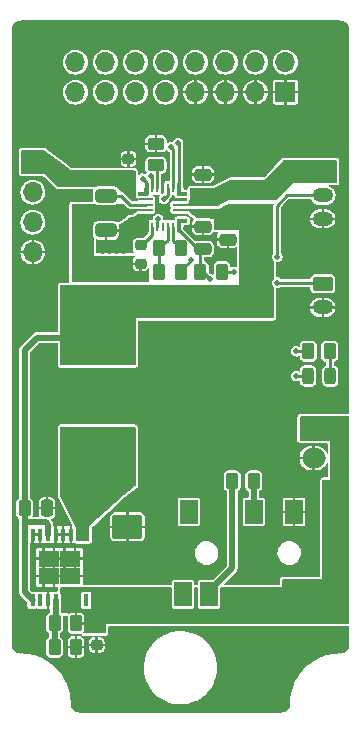
<source format=gtl>
%TF.GenerationSoftware,KiCad,Pcbnew,(6.0.9)*%
%TF.CreationDate,2022-12-02T21:40:22+00:00*%
%TF.ProjectId,PowerManagement,506f7765-724d-4616-9e61-67656d656e74,rev?*%
%TF.SameCoordinates,Original*%
%TF.FileFunction,Copper,L1,Top*%
%TF.FilePolarity,Positive*%
%FSLAX46Y46*%
G04 Gerber Fmt 4.6, Leading zero omitted, Abs format (unit mm)*
G04 Created by KiCad (PCBNEW (6.0.9)) date 2022-12-02 21:40:22*
%MOMM*%
%LPD*%
G01*
G04 APERTURE LIST*
G04 Aperture macros list*
%AMRoundRect*
0 Rectangle with rounded corners*
0 $1 Rounding radius*
0 $2 $3 $4 $5 $6 $7 $8 $9 X,Y pos of 4 corners*
0 Add a 4 corners polygon primitive as box body*
4,1,4,$2,$3,$4,$5,$6,$7,$8,$9,$2,$3,0*
0 Add four circle primitives for the rounded corners*
1,1,$1+$1,$2,$3*
1,1,$1+$1,$4,$5*
1,1,$1+$1,$6,$7*
1,1,$1+$1,$8,$9*
0 Add four rect primitives between the rounded corners*
20,1,$1+$1,$2,$3,$4,$5,0*
20,1,$1+$1,$4,$5,$6,$7,0*
20,1,$1+$1,$6,$7,$8,$9,0*
20,1,$1+$1,$8,$9,$2,$3,0*%
G04 Aperture macros list end*
%TA.AperFunction,SMDPad,CuDef*%
%ADD10RoundRect,0.250000X-0.475000X0.250000X-0.475000X-0.250000X0.475000X-0.250000X0.475000X0.250000X0*%
%TD*%
%TA.AperFunction,SMDPad,CuDef*%
%ADD11R,1.500000X2.000000*%
%TD*%
%TA.AperFunction,SMDPad,CuDef*%
%ADD12RoundRect,0.250000X0.475000X-0.250000X0.475000X0.250000X-0.475000X0.250000X-0.475000X-0.250000X0*%
%TD*%
%TA.AperFunction,ComponentPad*%
%ADD13R,1.700000X1.700000*%
%TD*%
%TA.AperFunction,ComponentPad*%
%ADD14O,1.700000X1.700000*%
%TD*%
%TA.AperFunction,SMDPad,CuDef*%
%ADD15RoundRect,0.225000X-0.250000X0.225000X-0.250000X-0.225000X0.250000X-0.225000X0.250000X0.225000X0*%
%TD*%
%TA.AperFunction,SMDPad,CuDef*%
%ADD16RoundRect,0.250000X-0.262500X-0.450000X0.262500X-0.450000X0.262500X0.450000X-0.262500X0.450000X0*%
%TD*%
%TA.AperFunction,SMDPad,CuDef*%
%ADD17RoundRect,0.250000X1.025000X-0.787500X1.025000X0.787500X-1.025000X0.787500X-1.025000X-0.787500X0*%
%TD*%
%TA.AperFunction,SMDPad,CuDef*%
%ADD18RoundRect,0.225000X0.250000X-0.225000X0.250000X0.225000X-0.250000X0.225000X-0.250000X-0.225000X0*%
%TD*%
%TA.AperFunction,SMDPad,CuDef*%
%ADD19RoundRect,0.250000X-0.650000X0.325000X-0.650000X-0.325000X0.650000X-0.325000X0.650000X0.325000X0*%
%TD*%
%TA.AperFunction,SMDPad,CuDef*%
%ADD20RoundRect,0.250000X0.450000X-0.262500X0.450000X0.262500X-0.450000X0.262500X-0.450000X-0.262500X0*%
%TD*%
%TA.AperFunction,SMDPad,CuDef*%
%ADD21RoundRect,0.250000X0.262500X0.450000X-0.262500X0.450000X-0.262500X-0.450000X0.262500X-0.450000X0*%
%TD*%
%TA.AperFunction,ComponentPad*%
%ADD22RoundRect,0.250000X-0.625000X0.350000X-0.625000X-0.350000X0.625000X-0.350000X0.625000X0.350000X0*%
%TD*%
%TA.AperFunction,ComponentPad*%
%ADD23O,1.750000X1.200000*%
%TD*%
%TA.AperFunction,SMDPad,CuDef*%
%ADD24RoundRect,0.060000X0.140000X0.257500X-0.140000X0.257500X-0.140000X-0.257500X0.140000X-0.257500X0*%
%TD*%
%TA.AperFunction,SMDPad,CuDef*%
%ADD25RoundRect,0.046500X-0.403500X-0.108500X0.403500X-0.108500X0.403500X0.108500X-0.403500X0.108500X0*%
%TD*%
%TA.AperFunction,SMDPad,CuDef*%
%ADD26R,1.200000X0.200000*%
%TD*%
%TA.AperFunction,SMDPad,CuDef*%
%ADD27RoundRect,0.060000X0.140000X0.255000X-0.140000X0.255000X-0.140000X-0.255000X0.140000X-0.255000X0*%
%TD*%
%TA.AperFunction,SMDPad,CuDef*%
%ADD28RoundRect,0.045000X-0.405000X-0.104999X0.405000X-0.104999X0.405000X0.104999X-0.405000X0.104999X0*%
%TD*%
%TA.AperFunction,SMDPad,CuDef*%
%ADD29RoundRect,0.045000X0.105000X-0.519999X0.105000X0.519999X-0.105000X0.519999X-0.105000X-0.519999X0*%
%TD*%
%TA.AperFunction,SMDPad,CuDef*%
%ADD30R,0.200000X0.800000*%
%TD*%
%TA.AperFunction,SMDPad,CuDef*%
%ADD31RoundRect,0.045000X0.105000X-0.520000X0.105000X0.520000X-0.105000X0.520000X-0.105000X-0.520000X0*%
%TD*%
%TA.AperFunction,SMDPad,CuDef*%
%ADD32RoundRect,0.045000X0.105000X-0.514999X0.105000X0.514999X-0.105000X0.514999X-0.105000X-0.514999X0*%
%TD*%
%TA.AperFunction,SMDPad,CuDef*%
%ADD33RoundRect,0.250000X0.250000X0.475000X-0.250000X0.475000X-0.250000X-0.475000X0.250000X-0.475000X0*%
%TD*%
%TA.AperFunction,SMDPad,CuDef*%
%ADD34R,0.450000X1.050000*%
%TD*%
%TA.AperFunction,SMDPad,CuDef*%
%ADD35R,0.895000X1.470000*%
%TD*%
%TA.AperFunction,ComponentPad*%
%ADD36RoundRect,0.250000X-0.750000X0.600000X-0.750000X-0.600000X0.750000X-0.600000X0.750000X0.600000X0*%
%TD*%
%TA.AperFunction,ComponentPad*%
%ADD37O,2.000000X1.700000*%
%TD*%
%TA.AperFunction,SMDPad,CuDef*%
%ADD38R,3.800000X1.050000*%
%TD*%
%TA.AperFunction,SMDPad,CuDef*%
%ADD39R,5.500000X3.850000*%
%TD*%
%TA.AperFunction,SMDPad,CuDef*%
%ADD40RoundRect,0.243750X-0.243750X-0.456250X0.243750X-0.456250X0.243750X0.456250X-0.243750X0.456250X0*%
%TD*%
%TA.AperFunction,ViaPad*%
%ADD41C,0.500000*%
%TD*%
%TA.AperFunction,Conductor*%
%ADD42C,0.500000*%
%TD*%
%TA.AperFunction,Conductor*%
%ADD43C,0.250000*%
%TD*%
G04 APERTURE END LIST*
D10*
%TO.P,C6,1*%
%TO.N,GND*%
X36900000Y-33750000D03*
%TO.P,C6,2*%
%TO.N,+BATT*%
X36900000Y-35650000D03*
%TD*%
D11*
%TO.P,J2,1*%
%TO.N,GND*%
X44614000Y-62296000D03*
%TO.P,J2,2*%
%TO.N,+5V*%
X44614000Y-69296000D03*
%TO.P,J2,3*%
%TO.N,Net-(J2-Pad3)*%
X41214000Y-62296000D03*
%TO.P,J2,4*%
%TO.N,Net-(J2-Pad4)*%
X37414000Y-69296000D03*
%TO.P,J2,5*%
%TO.N,unconnected-(J2-Pad5)*%
X35214000Y-69296000D03*
%TO.P,J2,6*%
%TO.N,unconnected-(J2-Pad6)*%
X35714000Y-62296000D03*
%TD*%
D12*
%TO.P,C1,1*%
%TO.N,VREF*%
X36900000Y-40050000D03*
%TO.P,C1,2*%
%TO.N,GND*%
X36900000Y-38150000D03*
%TD*%
D13*
%TO.P,J1,1,Pin_1*%
%TO.N,VBUS*%
X22500000Y-32700000D03*
D14*
%TO.P,J1,2,Pin_2*%
%TO.N,USB-DM*%
X22500000Y-35240000D03*
%TO.P,J1,3,Pin_3*%
%TO.N,USB-DP*%
X22500000Y-37780000D03*
%TO.P,J1,4,Pin_4*%
%TO.N,GND*%
X22500000Y-40320000D03*
%TD*%
D15*
%TO.P,C3,1*%
%TO.N,Net-(C3-Pad1)*%
X31620000Y-39745000D03*
%TO.P,C3,2*%
%TO.N,Net-(C3-Pad2)*%
X31620000Y-41295000D03*
%TD*%
D16*
%TO.P,R9,1*%
%TO.N,Net-(R8-Pad2)*%
X24337500Y-73750000D03*
%TO.P,R9,2*%
%TO.N,GND*%
X26162500Y-73750000D03*
%TD*%
D17*
%TO.P,C8,1*%
%TO.N,+5V*%
X30516000Y-69797500D03*
%TO.P,C8,2*%
%TO.N,GND*%
X30516000Y-63572500D03*
%TD*%
D18*
%TO.P,C5,1*%
%TO.N,VBUS*%
X30600000Y-33975000D03*
%TO.P,C5,2*%
%TO.N,GND*%
X30600000Y-32425000D03*
%TD*%
D19*
%TO.P,C2,1*%
%TO.N,Net-(C2-Pad1)*%
X28700000Y-35525000D03*
%TO.P,C2,2*%
%TO.N,GND*%
X28700000Y-38475000D03*
%TD*%
D20*
%TO.P,R6,1*%
%TO.N,Net-(R6-Pad1)*%
X32920000Y-32967500D03*
%TO.P,R6,2*%
%TO.N,GND*%
X32920000Y-31142500D03*
%TD*%
D16*
%TO.P,R3,1*%
%TO.N,Net-(R2-Pad2)*%
X33187500Y-42000000D03*
%TO.P,R3,2*%
%TO.N,Net-(J5-Pad2)*%
X35012500Y-42000000D03*
%TD*%
D21*
%TO.P,R8,1*%
%TO.N,+5V*%
X26162500Y-71750000D03*
%TO.P,R8,2*%
%TO.N,Net-(R8-Pad2)*%
X24337500Y-71750000D03*
%TD*%
%TO.P,R1,1*%
%TO.N,Net-(J2-Pad3)*%
X41207500Y-59700000D03*
%TO.P,R1,2*%
%TO.N,Net-(J2-Pad4)*%
X39382500Y-59700000D03*
%TD*%
D22*
%TO.P,J5,1,Pin_1*%
%TO.N,+BATT*%
X47050000Y-33500000D03*
D23*
%TO.P,J5,2,Pin_2*%
%TO.N,Net-(J5-Pad2)*%
X47050000Y-35500000D03*
%TO.P,J5,3,Pin_3*%
%TO.N,GND*%
X47050000Y-37500000D03*
%TD*%
D24*
%TO.P,U1,1,DP*%
%TO.N,USB-DP*%
X32100000Y-35237500D03*
D25*
X31850000Y-35399998D03*
D26*
%TO.P,U1,2,IN*%
%TO.N,VBUS*%
X32050000Y-35850000D03*
%TO.P,U1,3,PMID*%
%TO.N,Net-(C2-Pad1)*%
X32050000Y-36299999D03*
%TO.P,U1,4,SW*%
%TO.N,Net-(C3-Pad2)*%
X32050000Y-36750001D03*
%TO.P,U1,5,PGND*%
%TO.N,GND*%
X32050000Y-37200000D03*
D27*
%TO.P,U1,6,PGND*%
X32100000Y-37810000D03*
D28*
X31850000Y-37645000D03*
D29*
%TO.P,U1,7,PGND*%
X32150000Y-38059999D03*
D30*
%TO.P,U1,8,BST*%
%TO.N,Net-(C3-Pad1)*%
X32599999Y-38174999D03*
%TO.P,U1,9,STAT*%
%TO.N,Net-(D1-Pad1)*%
X33050001Y-38174999D03*
%TO.P,U1,10,~{INT}*%
%TO.N,unconnected-(U1-Pad10)*%
X33500000Y-38174999D03*
%TO.P,U1,11,NTC*%
%TO.N,Net-(R2-Pad2)*%
X33949999Y-38174999D03*
%TO.P,U1,12,VNTC*%
%TO.N,Net-(R2-Pad1)*%
X34400001Y-38174999D03*
D31*
%TO.P,U1,13,VREF*%
%TO.N,VREF*%
X34850000Y-38065000D03*
D25*
%TO.P,U1,14,VREF*%
X35150000Y-37650002D03*
D27*
X34900000Y-37810000D03*
D26*
%TO.P,U1,15,AGND*%
%TO.N,GND*%
X34950000Y-37200000D03*
%TO.P,U1,16,SYS*%
%TO.N,+VSW*%
X34950000Y-36750001D03*
%TO.P,U1,17,BATT*%
%TO.N,+BATT*%
X34950000Y-36299999D03*
%TO.P,U1,18,~{CE}*%
%TO.N,GND*%
X34950000Y-35850000D03*
D27*
%TO.P,U1,19,SCL*%
%TO.N,SCL*%
X34900000Y-35240000D03*
D25*
X35150000Y-35400001D03*
D32*
%TO.P,U1,20,SCL*%
X34850000Y-34995000D03*
D30*
%TO.P,U1,21,SDA*%
%TO.N,SDA*%
X34400001Y-34875001D03*
%TO.P,U1,22,DISC*%
%TO.N,Net-(J6-Pad1)*%
X33949999Y-34875001D03*
%TO.P,U1,23,OTG*%
%TO.N,GND*%
X33500000Y-34875001D03*
%TO.P,U1,24,ILM*%
%TO.N,Net-(R6-Pad1)*%
X33050001Y-34875001D03*
%TO.P,U1,25,DM*%
%TO.N,USB-DM*%
X32599999Y-34875001D03*
D29*
%TO.P,U1,26,DP*%
%TO.N,USB-DP*%
X32150000Y-34985000D03*
%TD*%
D21*
%TO.P,R4,1*%
%TO.N,Net-(J6-Pad1)*%
X38512500Y-42000000D03*
%TO.P,R4,2*%
%TO.N,VREF*%
X36687500Y-42000000D03*
%TD*%
%TO.P,R5,1*%
%TO.N,Net-(D1-Pad2)*%
X47650000Y-48700000D03*
%TO.P,R5,2*%
%TO.N,VREF*%
X45825000Y-48700000D03*
%TD*%
%TO.P,R2,1*%
%TO.N,Net-(R2-Pad1)*%
X35012500Y-40000000D03*
%TO.P,R2,2*%
%TO.N,Net-(R2-Pad2)*%
X33187500Y-40000000D03*
%TD*%
D33*
%TO.P,C9,1*%
%TO.N,GND*%
X23700000Y-62000000D03*
%TO.P,C9,2*%
%TO.N,+VSW*%
X21800000Y-62000000D03*
%TD*%
D34*
%TO.P,U2,1,SW*%
%TO.N,Net-(L2-Pad2)*%
X27025000Y-64225000D03*
%TO.P,U2,2,SW*%
X26375000Y-64225000D03*
%TO.P,U2,3,PGND*%
%TO.N,GND*%
X25725000Y-64225000D03*
%TO.P,U2,4,PGND*%
X25075000Y-64225000D03*
%TO.P,U2,5,PGND*%
X24425000Y-64225000D03*
%TO.P,U2,6,VBAT*%
%TO.N,+VSW*%
X23775000Y-64225000D03*
%TO.P,U2,7,LBI*%
%TO.N,GND*%
X23125000Y-64225000D03*
%TO.P,U2,8,SYNC*%
X22475000Y-64225000D03*
%TO.P,U2,9,EN*%
%TO.N,+VSW*%
X22475000Y-69775000D03*
%TO.P,U2,10,LBO*%
%TO.N,unconnected-(U2-Pad10)*%
X23125000Y-69775000D03*
%TO.P,U2,11,GND*%
%TO.N,GND*%
X23775000Y-69775000D03*
%TO.P,U2,12,FB*%
%TO.N,Net-(R8-Pad2)*%
X24425000Y-69775000D03*
%TO.P,U2,13,VOUT*%
%TO.N,+5V*%
X25075000Y-69775000D03*
%TO.P,U2,14,VOUT*%
X25725000Y-69775000D03*
%TO.P,U2,15,VOUT*%
X26375000Y-69775000D03*
%TO.P,U2,16*%
%TO.N,N/C*%
X27025000Y-69775000D03*
D35*
%TO.P,U2,17,PGND*%
%TO.N,GND*%
X26092500Y-66265000D03*
X23407500Y-67735000D03*
X25197500Y-66265000D03*
X24302500Y-66265000D03*
X26092500Y-67735000D03*
X25197500Y-67735000D03*
X24302500Y-67735000D03*
X23407500Y-66265000D03*
%TD*%
D36*
%TO.P,J4,1,Pin_1*%
%TO.N,+5V*%
X46275000Y-55250000D03*
D37*
%TO.P,J4,2,Pin_2*%
%TO.N,GND*%
X46275000Y-57750000D03*
%TD*%
D38*
%TO.P,L1,1*%
%TO.N,Net-(C3-Pad2)*%
X28500000Y-42000000D03*
%TO.P,L1,2*%
%TO.N,+VSW*%
X28500000Y-44000000D03*
%TD*%
D18*
%TO.P,C7,1*%
%TO.N,GND*%
X27900000Y-73575000D03*
%TO.P,C7,2*%
%TO.N,+5V*%
X27900000Y-72025000D03*
%TD*%
D39*
%TO.P,L2,1*%
%TO.N,+VSW*%
X28000000Y-47550000D03*
%TO.P,L2,2*%
%TO.N,Net-(L2-Pad2)*%
X28000000Y-57450000D03*
%TD*%
D10*
%TO.P,C4,1*%
%TO.N,+VSW*%
X39000000Y-37350000D03*
%TO.P,C4,2*%
%TO.N,GND*%
X39000000Y-39250000D03*
%TD*%
D22*
%TO.P,J6,1,Pin_1*%
%TO.N,Net-(J6-Pad1)*%
X47050000Y-43000000D03*
D23*
%TO.P,J6,2,Pin_2*%
%TO.N,GND*%
X47050000Y-45000000D03*
%TD*%
D40*
%TO.P,D1,1,K*%
%TO.N,Net-(D1-Pad1)*%
X45800000Y-50800000D03*
%TO.P,D1,2,A*%
%TO.N,Net-(D1-Pad2)*%
X47675000Y-50800000D03*
%TD*%
D13*
%TO.P,J3,1,Pin_1*%
%TO.N,GND*%
X43890000Y-26770000D03*
D14*
%TO.P,J3,2,Pin_2*%
%TO.N,unconnected-(J3-Pad2)*%
X43890000Y-24230000D03*
%TO.P,J3,3,Pin_3*%
%TO.N,GND*%
X41350000Y-26770000D03*
%TO.P,J3,4,Pin_4*%
%TO.N,unconnected-(J3-Pad4)*%
X41350000Y-24230000D03*
%TO.P,J3,5,Pin_5*%
%TO.N,GND*%
X38810000Y-26770000D03*
%TO.P,J3,6,Pin_6*%
%TO.N,unconnected-(J3-Pad6)*%
X38810000Y-24230000D03*
%TO.P,J3,7,Pin_7*%
%TO.N,GND*%
X36270000Y-26770000D03*
%TO.P,J3,8,Pin_8*%
%TO.N,SCL*%
X36270000Y-24230000D03*
%TO.P,J3,9,Pin_9*%
%TO.N,unconnected-(J3-Pad9)*%
X33730000Y-26770000D03*
%TO.P,J3,10,Pin_10*%
%TO.N,SDA*%
X33730000Y-24230000D03*
%TO.P,J3,11,Pin_11*%
%TO.N,unconnected-(J3-Pad11)*%
X31190000Y-26770000D03*
%TO.P,J3,12,Pin_12*%
%TO.N,unconnected-(J3-Pad12)*%
X31190000Y-24230000D03*
%TO.P,J3,13,Pin_13*%
%TO.N,unconnected-(J3-Pad13)*%
X28650000Y-26770000D03*
%TO.P,J3,14,Pin_14*%
%TO.N,unconnected-(J3-Pad14)*%
X28650000Y-24230000D03*
%TO.P,J3,15,Pin_15*%
%TO.N,unconnected-(J3-Pad15)*%
X26110000Y-26770000D03*
%TO.P,J3,16,Pin_16*%
%TO.N,unconnected-(J3-Pad16)*%
X26110000Y-24230000D03*
%TD*%
D41*
%TO.N,VREF*%
X44800000Y-48700000D03*
X37500000Y-42600000D03*
%TO.N,Net-(D1-Pad1)*%
X33100000Y-37500000D03*
X44800000Y-50800000D03*
%TO.N,+5V*%
X48200000Y-60100000D03*
X38900000Y-69200000D03*
X48900000Y-70600000D03*
X33100000Y-71300000D03*
X38900000Y-71300000D03*
X48200000Y-62200000D03*
X48900000Y-62200000D03*
X48200000Y-71300000D03*
X47500000Y-62200000D03*
X40300000Y-69200000D03*
X39600000Y-69900000D03*
X40300000Y-71300000D03*
X38900000Y-70600000D03*
X39600000Y-71300000D03*
X48900000Y-69900000D03*
X28500000Y-70400000D03*
X48900000Y-60800000D03*
X48900000Y-60100000D03*
X39600000Y-70600000D03*
X40300000Y-69900000D03*
X47500000Y-69900000D03*
X33800000Y-71300000D03*
X48200000Y-69900000D03*
X32400000Y-71300000D03*
X48900000Y-71300000D03*
X27900000Y-70400000D03*
X48200000Y-70600000D03*
X27900000Y-69800000D03*
X32400000Y-69200000D03*
X48200000Y-60800000D03*
X47500000Y-60100000D03*
X32400000Y-70600000D03*
X47500000Y-61500000D03*
X39600000Y-69200000D03*
X27900000Y-71000000D03*
X28500000Y-71000000D03*
X48200000Y-69200000D03*
X47500000Y-60800000D03*
X32400000Y-69900000D03*
X48900000Y-61500000D03*
X48200000Y-61500000D03*
X47500000Y-71300000D03*
X33800000Y-69900000D03*
X33100000Y-69900000D03*
X48900000Y-69200000D03*
X38900000Y-69900000D03*
X33100000Y-70600000D03*
X47500000Y-69200000D03*
X28500000Y-69800000D03*
X33100000Y-69200000D03*
X47500000Y-70600000D03*
X28500000Y-69200000D03*
X33800000Y-69200000D03*
X40300000Y-70600000D03*
X33800000Y-70600000D03*
X27900000Y-69200000D03*
%TO.N,USB-DM*%
X32500000Y-33900000D03*
%TO.N,USB-DP*%
X31800000Y-34100000D03*
%TO.N,Net-(J6-Pad1)*%
X33600000Y-35800000D03*
X39500000Y-42000000D03*
X43200000Y-42900000D03*
%TO.N,SCL*%
X34800000Y-31100000D03*
%TO.N,SDA*%
X34200000Y-31400000D03*
%TO.N,Net-(J5-Pad2)*%
X43200000Y-40700000D03*
X35900000Y-41000000D03*
%TO.N,GND*%
X30200000Y-38200000D03*
X43000000Y-78000000D03*
X28000000Y-77000000D03*
X42000000Y-75000000D03*
X41000000Y-75000000D03*
X28000000Y-78000000D03*
X31400000Y-38200000D03*
X43000000Y-76000000D03*
X42000000Y-78000000D03*
X30000000Y-76000000D03*
X28400000Y-40200000D03*
X28000000Y-76000000D03*
X28000000Y-75000000D03*
X27000000Y-76000000D03*
X39500000Y-40400000D03*
X29000000Y-76000000D03*
X30200000Y-38800000D03*
X30800000Y-37600000D03*
X27000000Y-77000000D03*
X37600000Y-39100000D03*
X30800000Y-38200000D03*
X29600000Y-39600000D03*
X43000000Y-77000000D03*
X40000000Y-77000000D03*
X40000000Y-78000000D03*
X41000000Y-76000000D03*
X29000000Y-78000000D03*
X42000000Y-76000000D03*
X40000000Y-75000000D03*
X30000000Y-78000000D03*
X36900000Y-39100000D03*
X29000000Y-40200000D03*
X38300000Y-40400000D03*
X30800000Y-38800000D03*
X29000000Y-77000000D03*
X30200000Y-40200000D03*
X30200000Y-39600000D03*
X41000000Y-78000000D03*
X27000000Y-78000000D03*
X40000000Y-76000000D03*
X38900000Y-40400000D03*
X31400000Y-38800000D03*
X43000000Y-75000000D03*
X41000000Y-77000000D03*
X36300000Y-39100000D03*
X42000000Y-77000000D03*
X27000000Y-75000000D03*
X28400000Y-39600000D03*
X29600000Y-40200000D03*
X30000000Y-77000000D03*
X30000000Y-75000000D03*
X29000000Y-39600000D03*
X29000000Y-75000000D03*
%TD*%
D42*
%TO.N,Net-(J2-Pad3)*%
X41214000Y-59706500D02*
X41207500Y-59700000D01*
X41214000Y-62296000D02*
X41214000Y-59706500D01*
D43*
%TO.N,VREF*%
X44800000Y-48700000D02*
X45825000Y-48700000D01*
X36687500Y-40262500D02*
X36900000Y-40050000D01*
X36900000Y-42000000D02*
X37500000Y-42600000D01*
X34850000Y-38453928D02*
X34850000Y-38065000D01*
X36687500Y-42000000D02*
X36900000Y-42000000D01*
X36687500Y-42000000D02*
X36687500Y-40262500D01*
X36446072Y-40050000D02*
X34850000Y-38453928D01*
X36900000Y-40050000D02*
X36446072Y-40050000D01*
%TO.N,Net-(C3-Pad1)*%
X31820000Y-39620000D02*
X32599999Y-38840001D01*
X31595000Y-39620000D02*
X31820000Y-39620000D01*
X32599999Y-38840001D02*
X32599999Y-38149999D01*
D42*
%TO.N,+VSW*%
X21800000Y-62000000D02*
X21800000Y-63200000D01*
X21800000Y-48600000D02*
X22850000Y-47550000D01*
X21800000Y-69100000D02*
X22475000Y-69775000D01*
X21800000Y-63200000D02*
X21800000Y-69100000D01*
X21800000Y-62000000D02*
X21800000Y-48600000D01*
X22850000Y-47550000D02*
X28000000Y-47550000D01*
X23775000Y-64225000D02*
X23775000Y-63375000D01*
X23775000Y-63375000D02*
X23600000Y-63200000D01*
X23600000Y-63200000D02*
X21800000Y-63200000D01*
D43*
%TO.N,Net-(D1-Pad1)*%
X44800000Y-50800000D02*
X45800000Y-50800000D01*
X33050001Y-37549999D02*
X33100000Y-37500000D01*
X33050001Y-38174999D02*
X33050001Y-37549999D01*
%TO.N,Net-(D1-Pad2)*%
X47675000Y-50800000D02*
X47675000Y-48725000D01*
X47675000Y-48725000D02*
X47650000Y-48700000D01*
%TO.N,USB-DM*%
X32599999Y-34875001D02*
X32599999Y-33999999D01*
X32599999Y-33999999D02*
X32500000Y-33900000D01*
%TO.N,USB-DP*%
X32025002Y-35374998D02*
X31850000Y-35374998D01*
X32150000Y-34450000D02*
X31800000Y-34100000D01*
X32150000Y-34850001D02*
X32150000Y-35250000D01*
X32150000Y-34985000D02*
X32150000Y-34450000D01*
X32150000Y-35250000D02*
X32025002Y-35374998D01*
%TO.N,Net-(J6-Pad1)*%
X43200000Y-42900000D02*
X46950000Y-42900000D01*
X39500000Y-42000000D02*
X38512500Y-42000000D01*
X33700000Y-35700000D02*
X33949999Y-35450001D01*
X46950000Y-42900000D02*
X47050000Y-43000000D01*
X33949999Y-35450001D02*
X33949999Y-34850001D01*
%TO.N,SCL*%
X34850000Y-31250000D02*
X34850000Y-34995000D01*
X34800000Y-31100000D02*
X34850000Y-31250000D01*
%TO.N,SDA*%
X34400000Y-31600000D02*
X34400001Y-34875001D01*
X34200000Y-31400000D02*
X34400000Y-31600000D01*
%TO.N,Net-(C2-Pad1)*%
X30699999Y-36299999D02*
X32050000Y-36299999D01*
X29925000Y-35525000D02*
X30699999Y-36299999D01*
X28700000Y-35525000D02*
X29925000Y-35525000D01*
D42*
%TO.N,Net-(J2-Pad4)*%
X39382500Y-67077500D02*
X39382500Y-59700000D01*
X37414000Y-69046000D02*
X39382500Y-67077500D01*
X37414000Y-69296000D02*
X37414000Y-69046000D01*
D43*
%TO.N,Net-(J5-Pad2)*%
X44000000Y-35500000D02*
X47050000Y-35500000D01*
X35012500Y-41887500D02*
X35900000Y-41000000D01*
X43200000Y-36400000D02*
X44000000Y-35500000D01*
X35012500Y-42000000D02*
X35012500Y-41887500D01*
X43200000Y-40700000D02*
X43200000Y-36400000D01*
%TO.N,Net-(R6-Pad1)*%
X33050001Y-34875001D02*
X33050001Y-33097501D01*
X33050001Y-33097501D02*
X32920000Y-32967500D01*
%TO.N,Net-(R2-Pad1)*%
X34400001Y-38174999D02*
X34400001Y-39387501D01*
X34400001Y-39387501D02*
X35012500Y-40000000D01*
%TO.N,Net-(R2-Pad2)*%
X33187500Y-40000000D02*
X33187500Y-42000000D01*
X33949999Y-39249999D02*
X33199998Y-40000000D01*
X33199998Y-40000000D02*
X33187500Y-40000000D01*
X33949999Y-38174999D02*
X33949999Y-39249999D01*
D42*
%TO.N,Net-(R8-Pad2)*%
X24337500Y-71750000D02*
X24337500Y-73750000D01*
X24425000Y-71662500D02*
X24337500Y-71750000D01*
X24425000Y-69775000D02*
X24425000Y-71662500D01*
%TD*%
%TA.AperFunction,Conductor*%
%TO.N,GND*%
G36*
X48482638Y-20701746D02*
G01*
X48494265Y-20704420D01*
X48494266Y-20704420D01*
X48499641Y-20705656D01*
X48505024Y-20704438D01*
X48507898Y-20703788D01*
X48523514Y-20702816D01*
X48651172Y-20715389D01*
X48660593Y-20717263D01*
X48801336Y-20759957D01*
X48810210Y-20763633D01*
X48939921Y-20832965D01*
X48947908Y-20838301D01*
X49061601Y-20931606D01*
X49068394Y-20938399D01*
X49161699Y-21052092D01*
X49167035Y-21060079D01*
X49236367Y-21189790D01*
X49240043Y-21198664D01*
X49282737Y-21339407D01*
X49284611Y-21348828D01*
X49297144Y-21476075D01*
X49296133Y-21491860D01*
X49294344Y-21499641D01*
X49298292Y-21517087D01*
X49299500Y-21527902D01*
X49299500Y-53952808D01*
X49285148Y-53987456D01*
X49250500Y-54001808D01*
X49242839Y-54001205D01*
X49200500Y-53994500D01*
X45199000Y-53994500D01*
X45166856Y-53997030D01*
X45136263Y-54001875D01*
X45047617Y-54038592D01*
X45045279Y-54040291D01*
X44998997Y-54073916D01*
X44998988Y-54073923D01*
X44998117Y-54074556D01*
X44970372Y-54098797D01*
X44923464Y-54177307D01*
X44904557Y-54235498D01*
X44894500Y-54299000D01*
X44894500Y-56201000D01*
X44897030Y-56233144D01*
X44901875Y-56263737D01*
X44938592Y-56352383D01*
X44940291Y-56354721D01*
X44973916Y-56401003D01*
X44973923Y-56401012D01*
X44974556Y-56401883D01*
X44998797Y-56429628D01*
X45077307Y-56476536D01*
X45079922Y-56477386D01*
X45079925Y-56477387D01*
X45107501Y-56486346D01*
X45135498Y-56495443D01*
X45199000Y-56505500D01*
X47445500Y-56505500D01*
X47480148Y-56519852D01*
X47494500Y-56554500D01*
X47494500Y-57329806D01*
X47480148Y-57364454D01*
X47445500Y-57378806D01*
X47410852Y-57364454D01*
X47402076Y-57352507D01*
X47308965Y-57174402D01*
X47306354Y-57170410D01*
X47180327Y-57013664D01*
X47176992Y-57010259D01*
X47022922Y-56880979D01*
X47018985Y-56878283D01*
X46842737Y-56781390D01*
X46838359Y-56779514D01*
X46646645Y-56718699D01*
X46641990Y-56717709D01*
X46485470Y-56700152D01*
X46482740Y-56700000D01*
X46384747Y-56700000D01*
X46377855Y-56702855D01*
X46375000Y-56709747D01*
X46375000Y-58790253D01*
X46377855Y-58797145D01*
X46384747Y-58800000D01*
X46475631Y-58800000D01*
X46478005Y-58799884D01*
X46627552Y-58785221D01*
X46632221Y-58784296D01*
X46824767Y-58726163D01*
X46829179Y-58724344D01*
X47006755Y-58629925D01*
X47010732Y-58627283D01*
X47166586Y-58500172D01*
X47169974Y-58496808D01*
X47298175Y-58341840D01*
X47300842Y-58337886D01*
X47396501Y-58160966D01*
X47398350Y-58156569D01*
X47398692Y-58155464D01*
X47398940Y-58155165D01*
X47399279Y-58154359D01*
X47399524Y-58154462D01*
X47422648Y-58126610D01*
X47459991Y-58123147D01*
X47488845Y-58147103D01*
X47494500Y-58169955D01*
X47494500Y-59345500D01*
X47480148Y-59380148D01*
X47445500Y-59394500D01*
X47099000Y-59394500D01*
X47066856Y-59397030D01*
X47036263Y-59401875D01*
X46947617Y-59438592D01*
X46945279Y-59440291D01*
X46898997Y-59473916D01*
X46898988Y-59473923D01*
X46898117Y-59474556D01*
X46870372Y-59498797D01*
X46823464Y-59577307D01*
X46804557Y-59635498D01*
X46794500Y-59699000D01*
X46794500Y-67745500D01*
X46780148Y-67780148D01*
X46745500Y-67794500D01*
X43699000Y-67794500D01*
X43666856Y-67797030D01*
X43636263Y-67801875D01*
X43547617Y-67838592D01*
X43529323Y-67851883D01*
X43498997Y-67873916D01*
X43498988Y-67873923D01*
X43498117Y-67874556D01*
X43470372Y-67898797D01*
X43423464Y-67977307D01*
X43404557Y-68035498D01*
X43394500Y-68099000D01*
X43394500Y-68445500D01*
X43380148Y-68480148D01*
X43345500Y-68494500D01*
X38720899Y-68494500D01*
X38686251Y-68480148D01*
X38671899Y-68445500D01*
X38686251Y-68410852D01*
X39680065Y-67417038D01*
X39684377Y-67413206D01*
X39711734Y-67391639D01*
X39714610Y-67389372D01*
X39716693Y-67386358D01*
X39716695Y-67386356D01*
X39748660Y-67340107D01*
X39749555Y-67338854D01*
X39782957Y-67293631D01*
X39785134Y-67290684D01*
X39786347Y-67287229D01*
X39787989Y-67284128D01*
X39789550Y-67280941D01*
X39791631Y-67277931D01*
X39809690Y-67220829D01*
X39810162Y-67219415D01*
X39830019Y-67162869D01*
X39830163Y-67159209D01*
X39830849Y-67155610D01*
X39831188Y-67155675D01*
X39831438Y-67154240D01*
X39831103Y-67154175D01*
X39831637Y-67151435D01*
X39832480Y-67148770D01*
X39833000Y-67142163D01*
X39833000Y-67087963D01*
X39833038Y-67086039D01*
X39835194Y-67031167D01*
X39835338Y-67027506D01*
X39834399Y-67023964D01*
X39833997Y-67020324D01*
X39834044Y-67020319D01*
X39833000Y-67012303D01*
X39833000Y-65845126D01*
X43209541Y-65845126D01*
X43239935Y-66046097D01*
X43310119Y-66236852D01*
X43311426Y-66238960D01*
X43311428Y-66238964D01*
X43391344Y-66367855D01*
X43417226Y-66409599D01*
X43556881Y-66557280D01*
X43558916Y-66558705D01*
X43721343Y-66672438D01*
X43721347Y-66672440D01*
X43723379Y-66673863D01*
X43909919Y-66754586D01*
X43912343Y-66755092D01*
X43912348Y-66755094D01*
X44021035Y-66777799D01*
X44108880Y-66796151D01*
X44115539Y-66796500D01*
X44264800Y-66796500D01*
X44266029Y-66796375D01*
X44266032Y-66796375D01*
X44313487Y-66791555D01*
X44416216Y-66781120D01*
X44610172Y-66720338D01*
X44787944Y-66621797D01*
X44942271Y-66489523D01*
X45066848Y-66328919D01*
X45156587Y-66146545D01*
X45207822Y-65949852D01*
X45218459Y-65746874D01*
X45188065Y-65545903D01*
X45117881Y-65355148D01*
X45060798Y-65263081D01*
X45012078Y-65184504D01*
X45012078Y-65184503D01*
X45010774Y-65182401D01*
X44871119Y-65034720D01*
X44869084Y-65033295D01*
X44706657Y-64919562D01*
X44706653Y-64919560D01*
X44704621Y-64918137D01*
X44518081Y-64837414D01*
X44515657Y-64836908D01*
X44515652Y-64836906D01*
X44394626Y-64811623D01*
X44319120Y-64795849D01*
X44312461Y-64795500D01*
X44163200Y-64795500D01*
X44161971Y-64795625D01*
X44161968Y-64795625D01*
X44116417Y-64800252D01*
X44011784Y-64810880D01*
X43817828Y-64871662D01*
X43695740Y-64939337D01*
X43655923Y-64961408D01*
X43640056Y-64970203D01*
X43485729Y-65102477D01*
X43361152Y-65263081D01*
X43271413Y-65445455D01*
X43220178Y-65642148D01*
X43209541Y-65845126D01*
X39833000Y-65845126D01*
X39833000Y-63315748D01*
X40263500Y-63315748D01*
X40275133Y-63374231D01*
X40319448Y-63440552D01*
X40385769Y-63484867D01*
X40444252Y-63496500D01*
X41983748Y-63496500D01*
X42042231Y-63484867D01*
X42108552Y-63440552D01*
X42152867Y-63374231D01*
X42164500Y-63315748D01*
X42164500Y-63313295D01*
X43664000Y-63313295D01*
X43664468Y-63318052D01*
X43674663Y-63369303D01*
X43678285Y-63378049D01*
X43717128Y-63436181D01*
X43723819Y-63442872D01*
X43781951Y-63481715D01*
X43790697Y-63485337D01*
X43841948Y-63495532D01*
X43846705Y-63496000D01*
X44504253Y-63496000D01*
X44511145Y-63493145D01*
X44514000Y-63486253D01*
X44714000Y-63486253D01*
X44716855Y-63493145D01*
X44723747Y-63496000D01*
X45381295Y-63496000D01*
X45386052Y-63495532D01*
X45437303Y-63485337D01*
X45446049Y-63481715D01*
X45504181Y-63442872D01*
X45510872Y-63436181D01*
X45549715Y-63378049D01*
X45553337Y-63369303D01*
X45563532Y-63318052D01*
X45564000Y-63313295D01*
X45564000Y-62405747D01*
X45561145Y-62398855D01*
X45554253Y-62396000D01*
X44723747Y-62396000D01*
X44716855Y-62398855D01*
X44714000Y-62405747D01*
X44714000Y-63486253D01*
X44514000Y-63486253D01*
X44514000Y-62405747D01*
X44511145Y-62398855D01*
X44504253Y-62396000D01*
X43673747Y-62396000D01*
X43666855Y-62398855D01*
X43664000Y-62405747D01*
X43664000Y-63313295D01*
X42164500Y-63313295D01*
X42164500Y-62186253D01*
X43664000Y-62186253D01*
X43666855Y-62193145D01*
X43673747Y-62196000D01*
X44504253Y-62196000D01*
X44511145Y-62193145D01*
X44514000Y-62186253D01*
X44714000Y-62186253D01*
X44716855Y-62193145D01*
X44723747Y-62196000D01*
X45554253Y-62196000D01*
X45561145Y-62193145D01*
X45564000Y-62186253D01*
X45564000Y-61278705D01*
X45563532Y-61273948D01*
X45553337Y-61222697D01*
X45549715Y-61213951D01*
X45510872Y-61155819D01*
X45504181Y-61149128D01*
X45446049Y-61110285D01*
X45437303Y-61106663D01*
X45386052Y-61096468D01*
X45381295Y-61096000D01*
X44723747Y-61096000D01*
X44716855Y-61098855D01*
X44714000Y-61105747D01*
X44714000Y-62186253D01*
X44514000Y-62186253D01*
X44514000Y-61105747D01*
X44511145Y-61098855D01*
X44504253Y-61096000D01*
X43846705Y-61096000D01*
X43841948Y-61096468D01*
X43790697Y-61106663D01*
X43781951Y-61110285D01*
X43723819Y-61149128D01*
X43717128Y-61155819D01*
X43678285Y-61213951D01*
X43674663Y-61222697D01*
X43664468Y-61273948D01*
X43664000Y-61278705D01*
X43664000Y-62186253D01*
X42164500Y-62186253D01*
X42164500Y-61276252D01*
X42152867Y-61217769D01*
X42108552Y-61151448D01*
X42042231Y-61107133D01*
X41983748Y-61095500D01*
X41713500Y-61095500D01*
X41678852Y-61081148D01*
X41664500Y-61046500D01*
X41664500Y-60591159D01*
X41678852Y-60556511D01*
X41684388Y-60551745D01*
X41789204Y-60474326D01*
X41792150Y-60472150D01*
X41872634Y-60363184D01*
X41917519Y-60235369D01*
X41920500Y-60203834D01*
X41920500Y-59196166D01*
X41917519Y-59164631D01*
X41872634Y-59036816D01*
X41792150Y-58927850D01*
X41683184Y-58847366D01*
X41679723Y-58846151D01*
X41679722Y-58846150D01*
X41558188Y-58803471D01*
X41555369Y-58802481D01*
X41552397Y-58802200D01*
X41524980Y-58799608D01*
X41524973Y-58799608D01*
X41523834Y-58799500D01*
X40891166Y-58799500D01*
X40890027Y-58799608D01*
X40890020Y-58799608D01*
X40862603Y-58802200D01*
X40859631Y-58802481D01*
X40856812Y-58803471D01*
X40735278Y-58846150D01*
X40735277Y-58846151D01*
X40731816Y-58847366D01*
X40622850Y-58927850D01*
X40542366Y-59036816D01*
X40497481Y-59164631D01*
X40494500Y-59196166D01*
X40494500Y-60203834D01*
X40497481Y-60235369D01*
X40542366Y-60363184D01*
X40622850Y-60472150D01*
X40731816Y-60552634D01*
X40735274Y-60553848D01*
X40737430Y-60554990D01*
X40761334Y-60583887D01*
X40763500Y-60598294D01*
X40763500Y-61046500D01*
X40749148Y-61081148D01*
X40714500Y-61095500D01*
X40444252Y-61095500D01*
X40385769Y-61107133D01*
X40319448Y-61151448D01*
X40275133Y-61217769D01*
X40263500Y-61276252D01*
X40263500Y-63315748D01*
X39833000Y-63315748D01*
X39833000Y-60594852D01*
X39847352Y-60560204D01*
X39857071Y-60553025D01*
X39858184Y-60552634D01*
X39967150Y-60472150D01*
X40047634Y-60363184D01*
X40092519Y-60235369D01*
X40095500Y-60203834D01*
X40095500Y-59196166D01*
X40092519Y-59164631D01*
X40047634Y-59036816D01*
X39967150Y-58927850D01*
X39858184Y-58847366D01*
X39854723Y-58846151D01*
X39854722Y-58846150D01*
X39733188Y-58803471D01*
X39730369Y-58802481D01*
X39727397Y-58802200D01*
X39699980Y-58799608D01*
X39699973Y-58799608D01*
X39698834Y-58799500D01*
X39066166Y-58799500D01*
X39065027Y-58799608D01*
X39065020Y-58799608D01*
X39037603Y-58802200D01*
X39034631Y-58802481D01*
X39031812Y-58803471D01*
X38910278Y-58846150D01*
X38910277Y-58846151D01*
X38906816Y-58847366D01*
X38797850Y-58927850D01*
X38717366Y-59036816D01*
X38672481Y-59164631D01*
X38669500Y-59196166D01*
X38669500Y-60203834D01*
X38672481Y-60235369D01*
X38717366Y-60363184D01*
X38797850Y-60472150D01*
X38906816Y-60552634D01*
X38906832Y-60552640D01*
X38929834Y-60580443D01*
X38932000Y-60594852D01*
X38932000Y-66870601D01*
X38917648Y-66905249D01*
X37741749Y-68081148D01*
X37707101Y-68095500D01*
X36644252Y-68095500D01*
X36585769Y-68107133D01*
X36519448Y-68151448D01*
X36475133Y-68217769D01*
X36463500Y-68276252D01*
X36463500Y-68452808D01*
X36449148Y-68487456D01*
X36414500Y-68501808D01*
X36406839Y-68501205D01*
X36364500Y-68494500D01*
X36263500Y-68494500D01*
X36231356Y-68497030D01*
X36221165Y-68498644D01*
X36184698Y-68489889D01*
X36165103Y-68457912D01*
X36164500Y-68450247D01*
X36164500Y-68276252D01*
X36152867Y-68217769D01*
X36108552Y-68151448D01*
X36042231Y-68107133D01*
X35983748Y-68095500D01*
X34444252Y-68095500D01*
X34385769Y-68107133D01*
X34319448Y-68151448D01*
X34275133Y-68217769D01*
X34263500Y-68276252D01*
X34263500Y-68452808D01*
X34249148Y-68487456D01*
X34214500Y-68501808D01*
X34206839Y-68501205D01*
X34164500Y-68494500D01*
X26789000Y-68494500D01*
X26754352Y-68480148D01*
X26740000Y-68445500D01*
X26740000Y-67844747D01*
X26737145Y-67837855D01*
X26730253Y-67835000D01*
X24412247Y-67835000D01*
X24405355Y-67837855D01*
X24402500Y-67844747D01*
X24402500Y-68660253D01*
X24405355Y-68667145D01*
X24412247Y-68670000D01*
X24558396Y-68670000D01*
X24593044Y-68684352D01*
X24607396Y-68719000D01*
X24605377Y-68731740D01*
X24605601Y-68731794D01*
X24605150Y-68733673D01*
X24604557Y-68735498D01*
X24594500Y-68799000D01*
X24594500Y-69000500D01*
X24580148Y-69035148D01*
X24545500Y-69049500D01*
X24180252Y-69049500D01*
X24121769Y-69061133D01*
X24117959Y-69063679D01*
X24080581Y-69063677D01*
X24073306Y-69060663D01*
X24022052Y-69050468D01*
X24017295Y-69050000D01*
X23884747Y-69050000D01*
X23877855Y-69052855D01*
X23875000Y-69059747D01*
X23875000Y-70490253D01*
X23877855Y-70497145D01*
X23884747Y-70500000D01*
X23925500Y-70500000D01*
X23960148Y-70514352D01*
X23974500Y-70549000D01*
X23974500Y-70823069D01*
X23960148Y-70857717D01*
X23941735Y-70869301D01*
X23865278Y-70896150D01*
X23865277Y-70896151D01*
X23861816Y-70897366D01*
X23752850Y-70977850D01*
X23672366Y-71086816D01*
X23671151Y-71090277D01*
X23671150Y-71090278D01*
X23657934Y-71127913D01*
X23627481Y-71214631D01*
X23624500Y-71246166D01*
X23624500Y-72253834D01*
X23627481Y-72285369D01*
X23628471Y-72288188D01*
X23669144Y-72404008D01*
X23672366Y-72413184D01*
X23752850Y-72522150D01*
X23755796Y-72524326D01*
X23858865Y-72600454D01*
X23861816Y-72602634D01*
X23861832Y-72602640D01*
X23884834Y-72630443D01*
X23887000Y-72644852D01*
X23887000Y-72855148D01*
X23872648Y-72889796D01*
X23862929Y-72896975D01*
X23861816Y-72897366D01*
X23858868Y-72899544D01*
X23858867Y-72899544D01*
X23755796Y-72975674D01*
X23752850Y-72977850D01*
X23672366Y-73086816D01*
X23671151Y-73090277D01*
X23671150Y-73090278D01*
X23635394Y-73192098D01*
X23627481Y-73214631D01*
X23624500Y-73246166D01*
X23624500Y-74253834D01*
X23627481Y-74285369D01*
X23628471Y-74288188D01*
X23637223Y-74313109D01*
X23672366Y-74413184D01*
X23752850Y-74522150D01*
X23861816Y-74602634D01*
X23865277Y-74603849D01*
X23865278Y-74603850D01*
X23967098Y-74639606D01*
X23989631Y-74647519D01*
X23992603Y-74647800D01*
X24020020Y-74650392D01*
X24020027Y-74650392D01*
X24021166Y-74650500D01*
X24653834Y-74650500D01*
X24654973Y-74650392D01*
X24654980Y-74650392D01*
X24682397Y-74647800D01*
X24685369Y-74647519D01*
X24707902Y-74639606D01*
X24809722Y-74603850D01*
X24809723Y-74603849D01*
X24813184Y-74602634D01*
X24922150Y-74522150D01*
X25002634Y-74413184D01*
X25037778Y-74313109D01*
X25046529Y-74288188D01*
X25047519Y-74285369D01*
X25050500Y-74253834D01*
X25050500Y-74252613D01*
X25450001Y-74252613D01*
X25450110Y-74254918D01*
X25452697Y-74282303D01*
X25453967Y-74288092D01*
X25496597Y-74409485D01*
X25499993Y-74415898D01*
X25576032Y-74518846D01*
X25581154Y-74523968D01*
X25684102Y-74600007D01*
X25690515Y-74603403D01*
X25811907Y-74646032D01*
X25817698Y-74647303D01*
X25845083Y-74649892D01*
X25847385Y-74650000D01*
X26052753Y-74650000D01*
X26059645Y-74647145D01*
X26062500Y-74640253D01*
X26062500Y-74640252D01*
X26262500Y-74640252D01*
X26265355Y-74647144D01*
X26272247Y-74649999D01*
X26477613Y-74649999D01*
X26479918Y-74649890D01*
X26507303Y-74647303D01*
X26513092Y-74646033D01*
X26634485Y-74603403D01*
X26640898Y-74600007D01*
X26743846Y-74523968D01*
X26748968Y-74518846D01*
X26825007Y-74415898D01*
X26828403Y-74409485D01*
X26871032Y-74288093D01*
X26872303Y-74282302D01*
X26874892Y-74254917D01*
X26875000Y-74252615D01*
X26875000Y-73859747D01*
X26872145Y-73852855D01*
X26865253Y-73850000D01*
X26272247Y-73850000D01*
X26265355Y-73852855D01*
X26262500Y-73859747D01*
X26262500Y-74640252D01*
X26062500Y-74640252D01*
X26062500Y-73859747D01*
X26059645Y-73852855D01*
X26052753Y-73850000D01*
X25459748Y-73850000D01*
X25452856Y-73852855D01*
X25450001Y-73859747D01*
X25450001Y-74252613D01*
X25050500Y-74252613D01*
X25050500Y-73831526D01*
X27225001Y-73831526D01*
X27225302Y-73835349D01*
X27240159Y-73929163D01*
X27242512Y-73936403D01*
X27300132Y-74049489D01*
X27304608Y-74055649D01*
X27394351Y-74145392D01*
X27400511Y-74149868D01*
X27513597Y-74207488D01*
X27520837Y-74209841D01*
X27614651Y-74224699D01*
X27618473Y-74225000D01*
X27790253Y-74225000D01*
X27797145Y-74222145D01*
X27800000Y-74215253D01*
X27800000Y-74215252D01*
X28000000Y-74215252D01*
X28002855Y-74222144D01*
X28009747Y-74224999D01*
X28181526Y-74224999D01*
X28185349Y-74224698D01*
X28279163Y-74209841D01*
X28286403Y-74207488D01*
X28399489Y-74149868D01*
X28405649Y-74145392D01*
X28495392Y-74055649D01*
X28499868Y-74049489D01*
X28557488Y-73936403D01*
X28559841Y-73929163D01*
X28574699Y-73835349D01*
X28575000Y-73831527D01*
X28575000Y-73684747D01*
X28572145Y-73677855D01*
X28565253Y-73675000D01*
X28009747Y-73675000D01*
X28002855Y-73677855D01*
X28000000Y-73684747D01*
X28000000Y-74215252D01*
X27800000Y-74215252D01*
X27800000Y-73684747D01*
X27797145Y-73677855D01*
X27790253Y-73675000D01*
X27234748Y-73675000D01*
X27227856Y-73677855D01*
X27225001Y-73684747D01*
X27225001Y-73831526D01*
X25050500Y-73831526D01*
X25050500Y-73640253D01*
X25450000Y-73640253D01*
X25452855Y-73647145D01*
X25459747Y-73650000D01*
X26052753Y-73650000D01*
X26059645Y-73647145D01*
X26062500Y-73640253D01*
X26262500Y-73640253D01*
X26265355Y-73647145D01*
X26272247Y-73650000D01*
X26865252Y-73650000D01*
X26872144Y-73647145D01*
X26874999Y-73640253D01*
X26874999Y-73465253D01*
X27225000Y-73465253D01*
X27227855Y-73472145D01*
X27234747Y-73475000D01*
X27790253Y-73475000D01*
X27797145Y-73472145D01*
X27800000Y-73465253D01*
X28000000Y-73465253D01*
X28002855Y-73472145D01*
X28009747Y-73475000D01*
X28565252Y-73475000D01*
X28572144Y-73472145D01*
X28574999Y-73465253D01*
X28574999Y-73318474D01*
X28574698Y-73314651D01*
X28559841Y-73220837D01*
X28557488Y-73213597D01*
X28499868Y-73100511D01*
X28495392Y-73094351D01*
X28405649Y-73004608D01*
X28399489Y-73000132D01*
X28286403Y-72942512D01*
X28279163Y-72940159D01*
X28185349Y-72925301D01*
X28181527Y-72925000D01*
X28009747Y-72925000D01*
X28002855Y-72927855D01*
X28000000Y-72934747D01*
X28000000Y-73465253D01*
X27800000Y-73465253D01*
X27800000Y-72934748D01*
X27797145Y-72927856D01*
X27790253Y-72925001D01*
X27618474Y-72925001D01*
X27614651Y-72925302D01*
X27520837Y-72940159D01*
X27513597Y-72942512D01*
X27400511Y-73000132D01*
X27394351Y-73004608D01*
X27304608Y-73094351D01*
X27300132Y-73100511D01*
X27242512Y-73213597D01*
X27240159Y-73220837D01*
X27225301Y-73314651D01*
X27225000Y-73318473D01*
X27225000Y-73465253D01*
X26874999Y-73465253D01*
X26874999Y-73247387D01*
X26874890Y-73245082D01*
X26872303Y-73217697D01*
X26871033Y-73211908D01*
X26828403Y-73090515D01*
X26825007Y-73084102D01*
X26748968Y-72981154D01*
X26743846Y-72976032D01*
X26640898Y-72899993D01*
X26634485Y-72896597D01*
X26513093Y-72853968D01*
X26507302Y-72852697D01*
X26479917Y-72850108D01*
X26477615Y-72850000D01*
X26272247Y-72850000D01*
X26265355Y-72852855D01*
X26262500Y-72859747D01*
X26262500Y-73640253D01*
X26062500Y-73640253D01*
X26062500Y-72859748D01*
X26059645Y-72852856D01*
X26052753Y-72850001D01*
X25847387Y-72850001D01*
X25845082Y-72850110D01*
X25817697Y-72852697D01*
X25811908Y-72853967D01*
X25690515Y-72896597D01*
X25684102Y-72899993D01*
X25581154Y-72976032D01*
X25576032Y-72981154D01*
X25499993Y-73084102D01*
X25496597Y-73090515D01*
X25453968Y-73211907D01*
X25452697Y-73217698D01*
X25450108Y-73245083D01*
X25450000Y-73247385D01*
X25450000Y-73640253D01*
X25050500Y-73640253D01*
X25050500Y-73246166D01*
X25047519Y-73214631D01*
X25039606Y-73192098D01*
X25003850Y-73090278D01*
X25003849Y-73090277D01*
X25002634Y-73086816D01*
X24922150Y-72977850D01*
X24919204Y-72975674D01*
X24816133Y-72899544D01*
X24816132Y-72899544D01*
X24813184Y-72897366D01*
X24813168Y-72897360D01*
X24790166Y-72869557D01*
X24788000Y-72855148D01*
X24788000Y-72644852D01*
X24802352Y-72610204D01*
X24812071Y-72603025D01*
X24813184Y-72602634D01*
X24816136Y-72600454D01*
X24919204Y-72524326D01*
X24922150Y-72522150D01*
X25002634Y-72413184D01*
X25005857Y-72404008D01*
X25046529Y-72288188D01*
X25047519Y-72285369D01*
X25050500Y-72253834D01*
X25050500Y-71246166D01*
X25047519Y-71214631D01*
X25032104Y-71170735D01*
X25034165Y-71133289D01*
X25062100Y-71108268D01*
X25078336Y-71105500D01*
X25412188Y-71105500D01*
X25436989Y-71112240D01*
X25444846Y-71116851D01*
X25467464Y-71146766D01*
X25466277Y-71175345D01*
X25452481Y-71214631D01*
X25449500Y-71246166D01*
X25449500Y-72253834D01*
X25452481Y-72285369D01*
X25453471Y-72288188D01*
X25494144Y-72404008D01*
X25497366Y-72413184D01*
X25577850Y-72522150D01*
X25686816Y-72602634D01*
X25690277Y-72603849D01*
X25690278Y-72603850D01*
X25736481Y-72620075D01*
X25814631Y-72647519D01*
X25817603Y-72647800D01*
X25845020Y-72650392D01*
X25845027Y-72650392D01*
X25846166Y-72650500D01*
X26478834Y-72650500D01*
X26479973Y-72650392D01*
X26479980Y-72650392D01*
X26507397Y-72647800D01*
X26510369Y-72647519D01*
X26526040Y-72642016D01*
X26565155Y-72628280D01*
X26602601Y-72630341D01*
X26623897Y-72650228D01*
X26624818Y-72652383D01*
X26626431Y-72654603D01*
X26626432Y-72654605D01*
X26660142Y-72701003D01*
X26660149Y-72701012D01*
X26660782Y-72701883D01*
X26685023Y-72729628D01*
X26763533Y-72776536D01*
X26766148Y-72777386D01*
X26766151Y-72777387D01*
X26793727Y-72786346D01*
X26821724Y-72795443D01*
X26885226Y-72805500D01*
X28601000Y-72805500D01*
X28633144Y-72802970D01*
X28663737Y-72798125D01*
X28752383Y-72761408D01*
X28770677Y-72748117D01*
X28801003Y-72726084D01*
X28801012Y-72726077D01*
X28801883Y-72725444D01*
X28829628Y-72701203D01*
X28876536Y-72622693D01*
X28883054Y-72602634D01*
X28892823Y-72572566D01*
X28895443Y-72564502D01*
X28905500Y-72501000D01*
X28905500Y-72054500D01*
X28919852Y-72019852D01*
X28954500Y-72005500D01*
X49200500Y-72005500D01*
X49232644Y-72002970D01*
X49242835Y-72001356D01*
X49279302Y-72010111D01*
X49298897Y-72042088D01*
X49299500Y-72049753D01*
X49299500Y-73471657D01*
X49298254Y-73482637D01*
X49294344Y-73499641D01*
X49295562Y-73505024D01*
X49296212Y-73507898D01*
X49297184Y-73523514D01*
X49284611Y-73651172D01*
X49282737Y-73660593D01*
X49240043Y-73801336D01*
X49236367Y-73810210D01*
X49167035Y-73939921D01*
X49161699Y-73947908D01*
X49068394Y-74061601D01*
X49061601Y-74068394D01*
X48947908Y-74161699D01*
X48939921Y-74167035D01*
X48810210Y-74236367D01*
X48801336Y-74240043D01*
X48752300Y-74254918D01*
X48660592Y-74282737D01*
X48651174Y-74284611D01*
X48643476Y-74285369D01*
X48524129Y-74297123D01*
X48508264Y-74296094D01*
X48503437Y-74294975D01*
X48503435Y-74294975D01*
X48500718Y-74294345D01*
X48500361Y-74294345D01*
X48500359Y-74294344D01*
X48500000Y-74294344D01*
X48497320Y-74294955D01*
X48496196Y-74295082D01*
X48492983Y-74295337D01*
X48112013Y-74312951D01*
X47883434Y-74344836D01*
X47728459Y-74366454D01*
X47728452Y-74366455D01*
X47727336Y-74366611D01*
X47726237Y-74366870D01*
X47726229Y-74366871D01*
X47529320Y-74413184D01*
X47349251Y-74455536D01*
X47348185Y-74455893D01*
X47348179Y-74455895D01*
X46982059Y-74578605D01*
X46982052Y-74578608D01*
X46980983Y-74578966D01*
X46979947Y-74579424D01*
X46979943Y-74579425D01*
X46664299Y-74718796D01*
X46625676Y-74735850D01*
X46624676Y-74736407D01*
X46410519Y-74855692D01*
X46286360Y-74924848D01*
X45965929Y-75144348D01*
X45667119Y-75392477D01*
X45392477Y-75667119D01*
X45144348Y-75965929D01*
X44924848Y-76286360D01*
X44924300Y-76287343D01*
X44924298Y-76287347D01*
X44738676Y-76620602D01*
X44735850Y-76625676D01*
X44735389Y-76626720D01*
X44610354Y-76909897D01*
X44578966Y-76980983D01*
X44578608Y-76982052D01*
X44578605Y-76982059D01*
X44455895Y-77348179D01*
X44455536Y-77349251D01*
X44366611Y-77727336D01*
X44312951Y-78112013D01*
X44295202Y-78495909D01*
X44294344Y-78499641D01*
X44295562Y-78505023D01*
X44296212Y-78507898D01*
X44297184Y-78523514D01*
X44284611Y-78651172D01*
X44282737Y-78660593D01*
X44240043Y-78801336D01*
X44236367Y-78810210D01*
X44167035Y-78939921D01*
X44161699Y-78947908D01*
X44068394Y-79061601D01*
X44061601Y-79068394D01*
X43947908Y-79161699D01*
X43939921Y-79167035D01*
X43810210Y-79236367D01*
X43801336Y-79240043D01*
X43660593Y-79282737D01*
X43651172Y-79284611D01*
X43523922Y-79297144D01*
X43508140Y-79296133D01*
X43506580Y-79295774D01*
X43505735Y-79295580D01*
X43505734Y-79295580D01*
X43500359Y-79294344D01*
X43482910Y-79298292D01*
X43472098Y-79299500D01*
X26528343Y-79299500D01*
X26517362Y-79298254D01*
X26505735Y-79295580D01*
X26505734Y-79295580D01*
X26500359Y-79294344D01*
X26494976Y-79295562D01*
X26492102Y-79296212D01*
X26476486Y-79297184D01*
X26348828Y-79284611D01*
X26339407Y-79282737D01*
X26198664Y-79240043D01*
X26189790Y-79236367D01*
X26060079Y-79167035D01*
X26052092Y-79161699D01*
X25938399Y-79068394D01*
X25931606Y-79061601D01*
X25838301Y-78947908D01*
X25832965Y-78939921D01*
X25763633Y-78810210D01*
X25759957Y-78801336D01*
X25717263Y-78660593D01*
X25715389Y-78651172D01*
X25702877Y-78524132D01*
X25703906Y-78508267D01*
X25705028Y-78503425D01*
X25705028Y-78503421D01*
X25705655Y-78500718D01*
X25705656Y-78500000D01*
X25705041Y-78497304D01*
X25704915Y-78496178D01*
X25704663Y-78492992D01*
X25695305Y-78290582D01*
X25687049Y-78112013D01*
X25633389Y-77727336D01*
X25544464Y-77349251D01*
X25544105Y-77348179D01*
X25421395Y-76982059D01*
X25421392Y-76982052D01*
X25421034Y-76980983D01*
X25389647Y-76909897D01*
X25264611Y-76626720D01*
X25264150Y-76625676D01*
X25261324Y-76620602D01*
X25075702Y-76287347D01*
X25075700Y-76287343D01*
X25075152Y-76286360D01*
X24855652Y-75965929D01*
X24607523Y-75667119D01*
X24494604Y-75554200D01*
X31894908Y-75554200D01*
X31921004Y-75905358D01*
X31921263Y-75906720D01*
X31921263Y-75906723D01*
X31986424Y-76249935D01*
X31986684Y-76251304D01*
X32091104Y-76587592D01*
X32232921Y-76909897D01*
X32233618Y-76911093D01*
X32233620Y-76911096D01*
X32409615Y-77212880D01*
X32409619Y-77212886D01*
X32410313Y-77214076D01*
X32620999Y-77496219D01*
X32621951Y-77497231D01*
X32621956Y-77497237D01*
X32741634Y-77624458D01*
X32862270Y-77752697D01*
X33131024Y-77980214D01*
X33423807Y-78175845D01*
X33425042Y-78176481D01*
X33735617Y-78336439D01*
X33735625Y-78336443D01*
X33736853Y-78337075D01*
X34066139Y-78461830D01*
X34407430Y-78548507D01*
X34756340Y-78595992D01*
X34779812Y-78596914D01*
X34870614Y-78600482D01*
X34870631Y-78600482D01*
X34871081Y-78600500D01*
X35089198Y-78600500D01*
X35089880Y-78600461D01*
X35089890Y-78600461D01*
X35284062Y-78589435D01*
X35351560Y-78585602D01*
X35352928Y-78585367D01*
X35352936Y-78585366D01*
X35635986Y-78536729D01*
X35698600Y-78525970D01*
X35699934Y-78525581D01*
X35699939Y-78525580D01*
X36035322Y-78427824D01*
X36035327Y-78427822D01*
X36036659Y-78427434D01*
X36199024Y-78359349D01*
X36360110Y-78291800D01*
X36360114Y-78291798D01*
X36361390Y-78291263D01*
X36668619Y-78119207D01*
X36954395Y-77913477D01*
X37215046Y-77676719D01*
X37447219Y-77411977D01*
X37583735Y-77215189D01*
X37647141Y-77123790D01*
X37647147Y-77123781D01*
X37647929Y-77122653D01*
X37814598Y-76812468D01*
X37855907Y-76708928D01*
X37944567Y-76486699D01*
X37944568Y-76486695D01*
X37945081Y-76485410D01*
X38008543Y-76252633D01*
X38037336Y-76147023D01*
X38037337Y-76147018D01*
X38037701Y-76145683D01*
X38074691Y-75905358D01*
X38091057Y-75799029D01*
X38091058Y-75799021D01*
X38091268Y-75797655D01*
X38096429Y-75666312D01*
X38105037Y-75447201D01*
X38105037Y-75447200D01*
X38105092Y-75445800D01*
X38078996Y-75094642D01*
X38033115Y-74852977D01*
X38013576Y-74750065D01*
X38013576Y-74750064D01*
X38013316Y-74748696D01*
X37908896Y-74412408D01*
X37767079Y-74090103D01*
X37741768Y-74046701D01*
X37590385Y-73787120D01*
X37590381Y-73787114D01*
X37589687Y-73785924D01*
X37516848Y-73688380D01*
X37379838Y-73504902D01*
X37379001Y-73503781D01*
X37378049Y-73502769D01*
X37378044Y-73502763D01*
X37209203Y-73323281D01*
X37137730Y-73247303D01*
X36868976Y-73019786D01*
X36576193Y-72824155D01*
X36534765Y-72802818D01*
X36264383Y-72663561D01*
X36264375Y-72663557D01*
X36263147Y-72662925D01*
X35933861Y-72538170D01*
X35592570Y-72451493D01*
X35243660Y-72404008D01*
X35220188Y-72403086D01*
X35129386Y-72399518D01*
X35129369Y-72399518D01*
X35128919Y-72399500D01*
X34910802Y-72399500D01*
X34910120Y-72399539D01*
X34910110Y-72399539D01*
X34730787Y-72409722D01*
X34648440Y-72414398D01*
X34647072Y-72414633D01*
X34647064Y-72414634D01*
X34432558Y-72451493D01*
X34301400Y-72474030D01*
X34300066Y-72474419D01*
X34300061Y-72474420D01*
X33964678Y-72572176D01*
X33964673Y-72572178D01*
X33963341Y-72572566D01*
X33866421Y-72613208D01*
X33639890Y-72708200D01*
X33639886Y-72708202D01*
X33638610Y-72708737D01*
X33331381Y-72880793D01*
X33045605Y-73086523D01*
X32784954Y-73323281D01*
X32552781Y-73588023D01*
X32551995Y-73589156D01*
X32352859Y-73876210D01*
X32352853Y-73876219D01*
X32352071Y-73877347D01*
X32185402Y-74187532D01*
X32184891Y-74188812D01*
X32184889Y-74188817D01*
X32078583Y-74455276D01*
X32054919Y-74514590D01*
X32054555Y-74515926D01*
X31984331Y-74773506D01*
X31962299Y-74854317D01*
X31962088Y-74855686D01*
X31962087Y-74855692D01*
X31917659Y-75144348D01*
X31908732Y-75202345D01*
X31894908Y-75554200D01*
X24494604Y-75554200D01*
X24332881Y-75392477D01*
X24034071Y-75144348D01*
X23713640Y-74924848D01*
X23589482Y-74855692D01*
X23375324Y-74736407D01*
X23374324Y-74735850D01*
X23335701Y-74718796D01*
X23020057Y-74579425D01*
X23020053Y-74579424D01*
X23019017Y-74578966D01*
X23017948Y-74578608D01*
X23017941Y-74578605D01*
X22651821Y-74455895D01*
X22651815Y-74455893D01*
X22650749Y-74455536D01*
X22470680Y-74413184D01*
X22273771Y-74366871D01*
X22273763Y-74366870D01*
X22272664Y-74366611D01*
X22271548Y-74366455D01*
X22271541Y-74366454D01*
X22116566Y-74344836D01*
X21887987Y-74312951D01*
X21507955Y-74295381D01*
X21504660Y-74295116D01*
X21503442Y-74294977D01*
X21500718Y-74294345D01*
X21500361Y-74294345D01*
X21500359Y-74294344D01*
X21500000Y-74294344D01*
X21491981Y-74296173D01*
X21476283Y-74297164D01*
X21348828Y-74284611D01*
X21339407Y-74282737D01*
X21198664Y-74240043D01*
X21189790Y-74236367D01*
X21060079Y-74167035D01*
X21052092Y-74161699D01*
X20938399Y-74068394D01*
X20931606Y-74061601D01*
X20838301Y-73947908D01*
X20832965Y-73939921D01*
X20763633Y-73810210D01*
X20759957Y-73801336D01*
X20717263Y-73660593D01*
X20715389Y-73651172D01*
X20702877Y-73524132D01*
X20703906Y-73508267D01*
X20705028Y-73503425D01*
X20705028Y-73503421D01*
X20705655Y-73500718D01*
X20705656Y-73500000D01*
X20701727Y-73482776D01*
X20700500Y-73471878D01*
X20700500Y-62528834D01*
X21099500Y-62528834D01*
X21102481Y-62560369D01*
X21147366Y-62688184D01*
X21227850Y-62797150D01*
X21230796Y-62799326D01*
X21329612Y-62872313D01*
X21348955Y-62904442D01*
X21349500Y-62911727D01*
X21349500Y-63142755D01*
X21348234Y-63153818D01*
X21345815Y-63164255D01*
X21346528Y-63174318D01*
X21349378Y-63214575D01*
X21349500Y-63218036D01*
X21349500Y-69070327D01*
X21349160Y-69076085D01*
X21344636Y-69114310D01*
X21355401Y-69173253D01*
X21355642Y-69174708D01*
X21364551Y-69233962D01*
X21366137Y-69237264D01*
X21367155Y-69240574D01*
X21368316Y-69243966D01*
X21368975Y-69247573D01*
X21370666Y-69250828D01*
X21396566Y-69300688D01*
X21397247Y-69302051D01*
X21423191Y-69356079D01*
X21425677Y-69358768D01*
X21427736Y-69361798D01*
X21427447Y-69361994D01*
X21428286Y-69363187D01*
X21428573Y-69362994D01*
X21430135Y-69365312D01*
X21431421Y-69367788D01*
X21433233Y-69369909D01*
X21433233Y-69369910D01*
X21435107Y-69372105D01*
X21435115Y-69372113D01*
X21435725Y-69372828D01*
X21474033Y-69411136D01*
X21475367Y-69412523D01*
X21515146Y-69455556D01*
X21518313Y-69457395D01*
X21521173Y-69459687D01*
X21521143Y-69459724D01*
X21527554Y-69464657D01*
X22035148Y-69972251D01*
X22049500Y-70006899D01*
X22049500Y-70319748D01*
X22061133Y-70378231D01*
X22105448Y-70444552D01*
X22171769Y-70488867D01*
X22230252Y-70500500D01*
X22719748Y-70500500D01*
X22778231Y-70488867D01*
X22781628Y-70486597D01*
X22818372Y-70486597D01*
X22821769Y-70488867D01*
X22880252Y-70500500D01*
X23369748Y-70500500D01*
X23428231Y-70488867D01*
X23432041Y-70486321D01*
X23469419Y-70486323D01*
X23476694Y-70489337D01*
X23527948Y-70499532D01*
X23532705Y-70500000D01*
X23665253Y-70500000D01*
X23672145Y-70497145D01*
X23675000Y-70490253D01*
X23675000Y-69059747D01*
X23672145Y-69052855D01*
X23665253Y-69050000D01*
X23532705Y-69050000D01*
X23527948Y-69050468D01*
X23476694Y-69060663D01*
X23469419Y-69063677D01*
X23432041Y-69063679D01*
X23428231Y-69061133D01*
X23369748Y-69049500D01*
X22880252Y-69049500D01*
X22821769Y-69061133D01*
X22818372Y-69063403D01*
X22781628Y-69063403D01*
X22778231Y-69061133D01*
X22719748Y-69049500D01*
X22406899Y-69049500D01*
X22372251Y-69035148D01*
X22264852Y-68927749D01*
X22250500Y-68893101D01*
X22250500Y-68487295D01*
X22760000Y-68487295D01*
X22760468Y-68492052D01*
X22770663Y-68543303D01*
X22774285Y-68552049D01*
X22813128Y-68610181D01*
X22819819Y-68616872D01*
X22877951Y-68655715D01*
X22886697Y-68659337D01*
X22937948Y-68669532D01*
X22942705Y-68670000D01*
X23297753Y-68670000D01*
X23304645Y-68667145D01*
X23307500Y-68660253D01*
X23507500Y-68660253D01*
X23510355Y-68667145D01*
X23517247Y-68670000D01*
X24192753Y-68670000D01*
X24199645Y-68667145D01*
X24202500Y-68660253D01*
X24202500Y-67844747D01*
X24199645Y-67837855D01*
X24192753Y-67835000D01*
X23517247Y-67835000D01*
X23510355Y-67837855D01*
X23507500Y-67844747D01*
X23507500Y-68660253D01*
X23307500Y-68660253D01*
X23307500Y-67844747D01*
X23304645Y-67837855D01*
X23297753Y-67835000D01*
X22769747Y-67835000D01*
X22762855Y-67837855D01*
X22760000Y-67844747D01*
X22760000Y-68487295D01*
X22250500Y-68487295D01*
X22250500Y-67625253D01*
X22760000Y-67625253D01*
X22762855Y-67632145D01*
X22769747Y-67635000D01*
X23297753Y-67635000D01*
X23304645Y-67632145D01*
X23307500Y-67625253D01*
X23507500Y-67625253D01*
X23510355Y-67632145D01*
X23517247Y-67635000D01*
X24192753Y-67635000D01*
X24199645Y-67632145D01*
X24202500Y-67625253D01*
X24402500Y-67625253D01*
X24405355Y-67632145D01*
X24412247Y-67635000D01*
X25087753Y-67635000D01*
X25094645Y-67632145D01*
X25097500Y-67625253D01*
X25297500Y-67625253D01*
X25300355Y-67632145D01*
X25307247Y-67635000D01*
X25982753Y-67635000D01*
X25989645Y-67632145D01*
X25992500Y-67625253D01*
X26192500Y-67625253D01*
X26195355Y-67632145D01*
X26202247Y-67635000D01*
X26730253Y-67635000D01*
X26737145Y-67632145D01*
X26740000Y-67625253D01*
X26740000Y-66374747D01*
X26737145Y-66367855D01*
X26730253Y-66365000D01*
X26202247Y-66365000D01*
X26195355Y-66367855D01*
X26192500Y-66374747D01*
X26192500Y-67625253D01*
X25992500Y-67625253D01*
X25992500Y-66374747D01*
X25989645Y-66367855D01*
X25982753Y-66365000D01*
X25307247Y-66365000D01*
X25300355Y-66367855D01*
X25297500Y-66374747D01*
X25297500Y-67625253D01*
X25097500Y-67625253D01*
X25097500Y-66374747D01*
X25094645Y-66367855D01*
X25087753Y-66365000D01*
X24412247Y-66365000D01*
X24405355Y-66367855D01*
X24402500Y-66374747D01*
X24402500Y-67625253D01*
X24202500Y-67625253D01*
X24202500Y-66374747D01*
X24199645Y-66367855D01*
X24192753Y-66365000D01*
X23517247Y-66365000D01*
X23510355Y-66367855D01*
X23507500Y-66374747D01*
X23507500Y-67625253D01*
X23307500Y-67625253D01*
X23307500Y-66374747D01*
X23304645Y-66367855D01*
X23297753Y-66365000D01*
X22769747Y-66365000D01*
X22762855Y-66367855D01*
X22760000Y-66374747D01*
X22760000Y-67625253D01*
X22250500Y-67625253D01*
X22250500Y-66155253D01*
X22760000Y-66155253D01*
X22762855Y-66162145D01*
X22769747Y-66165000D01*
X23297753Y-66165000D01*
X23304645Y-66162145D01*
X23307500Y-66155253D01*
X23507500Y-66155253D01*
X23510355Y-66162145D01*
X23517247Y-66165000D01*
X24192753Y-66165000D01*
X24199645Y-66162145D01*
X24202500Y-66155253D01*
X24402500Y-66155253D01*
X24405355Y-66162145D01*
X24412247Y-66165000D01*
X25087753Y-66165000D01*
X25094645Y-66162145D01*
X25097500Y-66155253D01*
X25297500Y-66155253D01*
X25300355Y-66162145D01*
X25307247Y-66165000D01*
X25982753Y-66165000D01*
X25989645Y-66162145D01*
X25992500Y-66155253D01*
X26192500Y-66155253D01*
X26195355Y-66162145D01*
X26202247Y-66165000D01*
X26730253Y-66165000D01*
X26737145Y-66162145D01*
X26740000Y-66155253D01*
X26740000Y-65845126D01*
X36209541Y-65845126D01*
X36239935Y-66046097D01*
X36310119Y-66236852D01*
X36311426Y-66238960D01*
X36311428Y-66238964D01*
X36391344Y-66367855D01*
X36417226Y-66409599D01*
X36556881Y-66557280D01*
X36558916Y-66558705D01*
X36721343Y-66672438D01*
X36721347Y-66672440D01*
X36723379Y-66673863D01*
X36909919Y-66754586D01*
X36912343Y-66755092D01*
X36912348Y-66755094D01*
X37021035Y-66777799D01*
X37108880Y-66796151D01*
X37115539Y-66796500D01*
X37264800Y-66796500D01*
X37266029Y-66796375D01*
X37266032Y-66796375D01*
X37313487Y-66791555D01*
X37416216Y-66781120D01*
X37610172Y-66720338D01*
X37787944Y-66621797D01*
X37942271Y-66489523D01*
X38066848Y-66328919D01*
X38156587Y-66146545D01*
X38207822Y-65949852D01*
X38218459Y-65746874D01*
X38188065Y-65545903D01*
X38117881Y-65355148D01*
X38060798Y-65263081D01*
X38012078Y-65184504D01*
X38012078Y-65184503D01*
X38010774Y-65182401D01*
X37871119Y-65034720D01*
X37869084Y-65033295D01*
X37706657Y-64919562D01*
X37706653Y-64919560D01*
X37704621Y-64918137D01*
X37518081Y-64837414D01*
X37515657Y-64836908D01*
X37515652Y-64836906D01*
X37394626Y-64811623D01*
X37319120Y-64795849D01*
X37312461Y-64795500D01*
X37163200Y-64795500D01*
X37161971Y-64795625D01*
X37161968Y-64795625D01*
X37116417Y-64800252D01*
X37011784Y-64810880D01*
X36817828Y-64871662D01*
X36695740Y-64939337D01*
X36655923Y-64961408D01*
X36640056Y-64970203D01*
X36485729Y-65102477D01*
X36361152Y-65263081D01*
X36271413Y-65445455D01*
X36220178Y-65642148D01*
X36209541Y-65845126D01*
X26740000Y-65845126D01*
X26740000Y-65512705D01*
X26739532Y-65507948D01*
X26729337Y-65456697D01*
X26725715Y-65447951D01*
X26686872Y-65389819D01*
X26680181Y-65383128D01*
X26622049Y-65344285D01*
X26613303Y-65340663D01*
X26562052Y-65330468D01*
X26557295Y-65330000D01*
X26202247Y-65330000D01*
X26195355Y-65332855D01*
X26192500Y-65339747D01*
X26192500Y-66155253D01*
X25992500Y-66155253D01*
X25992500Y-65339747D01*
X25989645Y-65332855D01*
X25982753Y-65330000D01*
X25307247Y-65330000D01*
X25300355Y-65332855D01*
X25297500Y-65339747D01*
X25297500Y-66155253D01*
X25097500Y-66155253D01*
X25097500Y-65339747D01*
X25094645Y-65332855D01*
X25087753Y-65330000D01*
X24412247Y-65330000D01*
X24405355Y-65332855D01*
X24402500Y-65339747D01*
X24402500Y-66155253D01*
X24202500Y-66155253D01*
X24202500Y-65339747D01*
X24199645Y-65332855D01*
X24192753Y-65330000D01*
X23517247Y-65330000D01*
X23510355Y-65332855D01*
X23507500Y-65339747D01*
X23507500Y-66155253D01*
X23307500Y-66155253D01*
X23307500Y-65339747D01*
X23304645Y-65332855D01*
X23297753Y-65330000D01*
X22942705Y-65330000D01*
X22937948Y-65330468D01*
X22886697Y-65340663D01*
X22877951Y-65344285D01*
X22819819Y-65383128D01*
X22813128Y-65389819D01*
X22774285Y-65447951D01*
X22770663Y-65456697D01*
X22760468Y-65507948D01*
X22760000Y-65512705D01*
X22760000Y-66155253D01*
X22250500Y-66155253D01*
X22250500Y-64999000D01*
X22264852Y-64964352D01*
X22299500Y-64950000D01*
X22365253Y-64950000D01*
X22372145Y-64947145D01*
X22375000Y-64940253D01*
X22575000Y-64940253D01*
X22577855Y-64947145D01*
X22584747Y-64950000D01*
X22717295Y-64950000D01*
X22722052Y-64949532D01*
X22773303Y-64939337D01*
X22781246Y-64936047D01*
X22818754Y-64936047D01*
X22826697Y-64939337D01*
X22877948Y-64949532D01*
X22882705Y-64950000D01*
X23015253Y-64950000D01*
X23022145Y-64947145D01*
X23025000Y-64940253D01*
X23025000Y-64334747D01*
X23022145Y-64327855D01*
X23015253Y-64325000D01*
X22584747Y-64325000D01*
X22577855Y-64327855D01*
X22575000Y-64334747D01*
X22575000Y-64940253D01*
X22375000Y-64940253D01*
X22375000Y-64174000D01*
X22389352Y-64139352D01*
X22424000Y-64125000D01*
X23176000Y-64125000D01*
X23210648Y-64139352D01*
X23225000Y-64174000D01*
X23225000Y-64940253D01*
X23227855Y-64947145D01*
X23234747Y-64950000D01*
X23367295Y-64950000D01*
X23372052Y-64949532D01*
X23423306Y-64939337D01*
X23430581Y-64936323D01*
X23467959Y-64936321D01*
X23471769Y-64938867D01*
X23530252Y-64950500D01*
X24019748Y-64950500D01*
X24078231Y-64938867D01*
X24082041Y-64936321D01*
X24119419Y-64936323D01*
X24126694Y-64939337D01*
X24177948Y-64949532D01*
X24182705Y-64950000D01*
X24315253Y-64950000D01*
X24322145Y-64947145D01*
X24325000Y-64940253D01*
X24525000Y-64940253D01*
X24527855Y-64947145D01*
X24534747Y-64950000D01*
X24667295Y-64950000D01*
X24672052Y-64949532D01*
X24723303Y-64939337D01*
X24731246Y-64936047D01*
X24768754Y-64936047D01*
X24776697Y-64939337D01*
X24827948Y-64949532D01*
X24832705Y-64950000D01*
X24965253Y-64950000D01*
X24972145Y-64947145D01*
X24975000Y-64940253D01*
X25175000Y-64940253D01*
X25177855Y-64947145D01*
X25184747Y-64950000D01*
X25317295Y-64950000D01*
X25322052Y-64949532D01*
X25373303Y-64939337D01*
X25381246Y-64936047D01*
X25418754Y-64936047D01*
X25426697Y-64939337D01*
X25477948Y-64949532D01*
X25482705Y-64950000D01*
X25615253Y-64950000D01*
X25622145Y-64947145D01*
X25625000Y-64940253D01*
X25625000Y-64334747D01*
X25622145Y-64327855D01*
X25615253Y-64325000D01*
X25184747Y-64325000D01*
X25177855Y-64327855D01*
X25175000Y-64334747D01*
X25175000Y-64940253D01*
X24975000Y-64940253D01*
X24975000Y-64334747D01*
X24972145Y-64327855D01*
X24965253Y-64325000D01*
X24534747Y-64325000D01*
X24527855Y-64327855D01*
X24525000Y-64334747D01*
X24525000Y-64940253D01*
X24325000Y-64940253D01*
X24325000Y-64115253D01*
X24525000Y-64115253D01*
X24527855Y-64122145D01*
X24534747Y-64125000D01*
X24965253Y-64125000D01*
X24972145Y-64122145D01*
X24975000Y-64115253D01*
X25175000Y-64115253D01*
X25177855Y-64122145D01*
X25184747Y-64125000D01*
X25615253Y-64125000D01*
X25622145Y-64122145D01*
X25625000Y-64115253D01*
X25625000Y-63509747D01*
X25622145Y-63502855D01*
X25615253Y-63500000D01*
X25482705Y-63500000D01*
X25477948Y-63500468D01*
X25426697Y-63510663D01*
X25418754Y-63513953D01*
X25381246Y-63513953D01*
X25373303Y-63510663D01*
X25322052Y-63500468D01*
X25317295Y-63500000D01*
X25184747Y-63500000D01*
X25177855Y-63502855D01*
X25175000Y-63509747D01*
X25175000Y-64115253D01*
X24975000Y-64115253D01*
X24975000Y-63509747D01*
X24972145Y-63502855D01*
X24965253Y-63500000D01*
X24832705Y-63500000D01*
X24827948Y-63500468D01*
X24776697Y-63510663D01*
X24768754Y-63513953D01*
X24731246Y-63513953D01*
X24723303Y-63510663D01*
X24672052Y-63500468D01*
X24667295Y-63500000D01*
X24534747Y-63500000D01*
X24527855Y-63502855D01*
X24525000Y-63509747D01*
X24525000Y-64115253D01*
X24325000Y-64115253D01*
X24325000Y-63509747D01*
X24322145Y-63502855D01*
X24315253Y-63500000D01*
X24274500Y-63500000D01*
X24239852Y-63485648D01*
X24225500Y-63451000D01*
X24225500Y-63404672D01*
X24225840Y-63398913D01*
X24229933Y-63364328D01*
X24230364Y-63360689D01*
X24219604Y-63301775D01*
X24219352Y-63300256D01*
X24210994Y-63244664D01*
X24210449Y-63241038D01*
X24208863Y-63237735D01*
X24207839Y-63234407D01*
X24206683Y-63231031D01*
X24206025Y-63227427D01*
X24178425Y-63174293D01*
X24177750Y-63172942D01*
X24153395Y-63122223D01*
X24153394Y-63122221D01*
X24151809Y-63118921D01*
X24149323Y-63116232D01*
X24147264Y-63113202D01*
X24147546Y-63113010D01*
X24146709Y-63111819D01*
X24146429Y-63112008D01*
X24144866Y-63109688D01*
X24143579Y-63107211D01*
X24139275Y-63102172D01*
X24100967Y-63063864D01*
X24099633Y-63062477D01*
X24062342Y-63022135D01*
X24062340Y-63022134D01*
X24059854Y-63019444D01*
X24056687Y-63017605D01*
X24053827Y-63015313D01*
X24053857Y-63015276D01*
X24047446Y-63010343D01*
X24033990Y-62996887D01*
X24019638Y-62962239D01*
X24033990Y-62927591D01*
X24052403Y-62916007D01*
X24159485Y-62878403D01*
X24165898Y-62875007D01*
X24268846Y-62798968D01*
X24273968Y-62793846D01*
X24350007Y-62690898D01*
X24353403Y-62684485D01*
X24396032Y-62563093D01*
X24397303Y-62557302D01*
X24399892Y-62529917D01*
X24400000Y-62527615D01*
X24400000Y-62109747D01*
X24397145Y-62102855D01*
X24390253Y-62100000D01*
X23009748Y-62100000D01*
X23002856Y-62102855D01*
X23000001Y-62109747D01*
X23000001Y-62527613D01*
X23000110Y-62529918D01*
X23002697Y-62557303D01*
X23003967Y-62563092D01*
X23046520Y-62684265D01*
X23044459Y-62721711D01*
X23016523Y-62746732D01*
X23000288Y-62749500D01*
X22500242Y-62749500D01*
X22465594Y-62735148D01*
X22451242Y-62700500D01*
X22454010Y-62684265D01*
X22496529Y-62563188D01*
X22497519Y-62560369D01*
X22500500Y-62528834D01*
X22500500Y-61890253D01*
X23000000Y-61890253D01*
X23002855Y-61897145D01*
X23009747Y-61900000D01*
X23590253Y-61900000D01*
X23597145Y-61897145D01*
X23600000Y-61890253D01*
X23800000Y-61890253D01*
X23802855Y-61897145D01*
X23809747Y-61900000D01*
X24390252Y-61900000D01*
X24397144Y-61897145D01*
X24399999Y-61890253D01*
X24399999Y-61472387D01*
X24399890Y-61470082D01*
X24397303Y-61442697D01*
X24396033Y-61436908D01*
X24353403Y-61315515D01*
X24350007Y-61309102D01*
X24273968Y-61206154D01*
X24268846Y-61201032D01*
X24165898Y-61124993D01*
X24159485Y-61121597D01*
X24038093Y-61078968D01*
X24032302Y-61077697D01*
X24004917Y-61075108D01*
X24002615Y-61075000D01*
X23809747Y-61075000D01*
X23802855Y-61077855D01*
X23800000Y-61084747D01*
X23800000Y-61890253D01*
X23600000Y-61890253D01*
X23600000Y-61084748D01*
X23597145Y-61077856D01*
X23590253Y-61075001D01*
X23397387Y-61075001D01*
X23395082Y-61075110D01*
X23367697Y-61077697D01*
X23361908Y-61078967D01*
X23240515Y-61121597D01*
X23234102Y-61124993D01*
X23131154Y-61201032D01*
X23126032Y-61206154D01*
X23049993Y-61309102D01*
X23046597Y-61315515D01*
X23003968Y-61436907D01*
X23002697Y-61442698D01*
X23000108Y-61470083D01*
X23000000Y-61472385D01*
X23000000Y-61890253D01*
X22500500Y-61890253D01*
X22500500Y-61471166D01*
X22497519Y-61439631D01*
X22452634Y-61311816D01*
X22372150Y-61202850D01*
X22270388Y-61127687D01*
X22251045Y-61095558D01*
X22250500Y-61088273D01*
X22250500Y-60876630D01*
X24594500Y-60876630D01*
X24599998Y-60923846D01*
X24610450Y-60968120D01*
X24626647Y-61012806D01*
X25840628Y-63440768D01*
X25843286Y-63478176D01*
X25833906Y-63488246D01*
X25825000Y-63509747D01*
X25825000Y-64940253D01*
X25827855Y-64947145D01*
X25834747Y-64950000D01*
X25967295Y-64950000D01*
X25972052Y-64949532D01*
X26023306Y-64939337D01*
X26025505Y-64938426D01*
X26027885Y-64938426D01*
X26028036Y-64938396D01*
X26028042Y-64938426D01*
X26063008Y-64938426D01*
X26069389Y-64941632D01*
X26127807Y-64976536D01*
X26130422Y-64977386D01*
X26130425Y-64977387D01*
X26158001Y-64986346D01*
X26185998Y-64995443D01*
X26249500Y-65005500D01*
X27201000Y-65005500D01*
X27233144Y-65002970D01*
X27263737Y-64998125D01*
X27352383Y-64961408D01*
X27379602Y-64941632D01*
X27401003Y-64926084D01*
X27401012Y-64926077D01*
X27401883Y-64925444D01*
X27412980Y-64915749D01*
X27426723Y-64903741D01*
X27429628Y-64901203D01*
X27476536Y-64822693D01*
X27480661Y-64809999D01*
X27486346Y-64792499D01*
X27495443Y-64764502D01*
X27505500Y-64701000D01*
X27505500Y-64412613D01*
X29041001Y-64412613D01*
X29041110Y-64414918D01*
X29043697Y-64442303D01*
X29044967Y-64448092D01*
X29087597Y-64569485D01*
X29090993Y-64575898D01*
X29167032Y-64678846D01*
X29172154Y-64683968D01*
X29275102Y-64760007D01*
X29281515Y-64763403D01*
X29402907Y-64806032D01*
X29408698Y-64807303D01*
X29436083Y-64809892D01*
X29438385Y-64810000D01*
X30406253Y-64810000D01*
X30413145Y-64807145D01*
X30416000Y-64800253D01*
X30416000Y-64800252D01*
X30616000Y-64800252D01*
X30618855Y-64807144D01*
X30625747Y-64809999D01*
X31593613Y-64809999D01*
X31595918Y-64809890D01*
X31623303Y-64807303D01*
X31629092Y-64806033D01*
X31750485Y-64763403D01*
X31756898Y-64760007D01*
X31859846Y-64683968D01*
X31864968Y-64678846D01*
X31941007Y-64575898D01*
X31944403Y-64569485D01*
X31987032Y-64448093D01*
X31988303Y-64442302D01*
X31990892Y-64414917D01*
X31991000Y-64412615D01*
X31991000Y-63682247D01*
X31988145Y-63675355D01*
X31981253Y-63672500D01*
X30625747Y-63672500D01*
X30618855Y-63675355D01*
X30616000Y-63682247D01*
X30616000Y-64800252D01*
X30416000Y-64800252D01*
X30416000Y-63682247D01*
X30413145Y-63675355D01*
X30406253Y-63672500D01*
X29050748Y-63672500D01*
X29043856Y-63675355D01*
X29041001Y-63682247D01*
X29041001Y-64412613D01*
X27505500Y-64412613D01*
X27505500Y-63613636D01*
X27521790Y-63577152D01*
X27546705Y-63554815D01*
X27649390Y-63462753D01*
X29041000Y-63462753D01*
X29043855Y-63469645D01*
X29050747Y-63472500D01*
X30406253Y-63472500D01*
X30413145Y-63469645D01*
X30416000Y-63462753D01*
X30616000Y-63462753D01*
X30618855Y-63469645D01*
X30625747Y-63472500D01*
X31981252Y-63472500D01*
X31988144Y-63469645D01*
X31990999Y-63462753D01*
X31990999Y-63315748D01*
X34763500Y-63315748D01*
X34775133Y-63374231D01*
X34819448Y-63440552D01*
X34885769Y-63484867D01*
X34944252Y-63496500D01*
X36483748Y-63496500D01*
X36542231Y-63484867D01*
X36608552Y-63440552D01*
X36652867Y-63374231D01*
X36664500Y-63315748D01*
X36664500Y-61276252D01*
X36652867Y-61217769D01*
X36608552Y-61151448D01*
X36542231Y-61107133D01*
X36483748Y-61095500D01*
X34944252Y-61095500D01*
X34885769Y-61107133D01*
X34819448Y-61151448D01*
X34775133Y-61217769D01*
X34763500Y-61276252D01*
X34763500Y-63315748D01*
X31990999Y-63315748D01*
X31990999Y-62732387D01*
X31990890Y-62730082D01*
X31988303Y-62702697D01*
X31987033Y-62696908D01*
X31944403Y-62575515D01*
X31941007Y-62569102D01*
X31864968Y-62466154D01*
X31859846Y-62461032D01*
X31756898Y-62384993D01*
X31750485Y-62381597D01*
X31629093Y-62338968D01*
X31623302Y-62337697D01*
X31595917Y-62335108D01*
X31593615Y-62335000D01*
X30625747Y-62335000D01*
X30618855Y-62337855D01*
X30616000Y-62344747D01*
X30616000Y-63462753D01*
X30416000Y-63462753D01*
X30416000Y-62344748D01*
X30413145Y-62337856D01*
X30406253Y-62335001D01*
X29438387Y-62335001D01*
X29436082Y-62335110D01*
X29408697Y-62337697D01*
X29402908Y-62338967D01*
X29281515Y-62381597D01*
X29275102Y-62384993D01*
X29172154Y-62461032D01*
X29167032Y-62466154D01*
X29090993Y-62569102D01*
X29087597Y-62575515D01*
X29044968Y-62696907D01*
X29043697Y-62702698D01*
X29041108Y-62730083D01*
X29041000Y-62732385D01*
X29041000Y-63462753D01*
X27649390Y-63462753D01*
X30331856Y-61057783D01*
X30333956Y-61056004D01*
X31290586Y-60290700D01*
X31291220Y-60290193D01*
X31311487Y-60271624D01*
X31329735Y-60252509D01*
X31376536Y-60174111D01*
X31395443Y-60115920D01*
X31405500Y-60052418D01*
X31405500Y-57857992D01*
X45080443Y-57857992D01*
X45088390Y-57945312D01*
X45089285Y-57950004D01*
X45146069Y-58142941D01*
X45147856Y-58147363D01*
X45241035Y-58325598D01*
X45243646Y-58329590D01*
X45369673Y-58486336D01*
X45373008Y-58489741D01*
X45527078Y-58619021D01*
X45531015Y-58621717D01*
X45707263Y-58718610D01*
X45711641Y-58720486D01*
X45903355Y-58781301D01*
X45908010Y-58782291D01*
X46064530Y-58799848D01*
X46067260Y-58800000D01*
X46165253Y-58800000D01*
X46172145Y-58797145D01*
X46175000Y-58790253D01*
X46175000Y-57859747D01*
X46172145Y-57852855D01*
X46165253Y-57850000D01*
X45089463Y-57850000D01*
X45082571Y-57852855D01*
X45080443Y-57857992D01*
X31405500Y-57857992D01*
X31405500Y-57640308D01*
X45080700Y-57640308D01*
X45082818Y-57647459D01*
X45087497Y-57650000D01*
X46165253Y-57650000D01*
X46172145Y-57647145D01*
X46175000Y-57640253D01*
X46175000Y-56709747D01*
X46172145Y-56702855D01*
X46165253Y-56700000D01*
X46074369Y-56700000D01*
X46071995Y-56700116D01*
X45922448Y-56714779D01*
X45917779Y-56715704D01*
X45725233Y-56773837D01*
X45720821Y-56775656D01*
X45543245Y-56870075D01*
X45539268Y-56872717D01*
X45383414Y-56999828D01*
X45380026Y-57003192D01*
X45251825Y-57158160D01*
X45249158Y-57162114D01*
X45153499Y-57339034D01*
X45151653Y-57343425D01*
X45092176Y-57535563D01*
X45091219Y-57540225D01*
X45080700Y-57640308D01*
X31405500Y-57640308D01*
X31405500Y-55199000D01*
X31402970Y-55166856D01*
X31398125Y-55136263D01*
X31361408Y-55047617D01*
X31348117Y-55029323D01*
X31326084Y-54998997D01*
X31326077Y-54998988D01*
X31325444Y-54998117D01*
X31301203Y-54970372D01*
X31222693Y-54923464D01*
X31220078Y-54922614D01*
X31220075Y-54922613D01*
X31192499Y-54913654D01*
X31164502Y-54904557D01*
X31101000Y-54894500D01*
X24899000Y-54894500D01*
X24866856Y-54897030D01*
X24836263Y-54901875D01*
X24747617Y-54938592D01*
X24745279Y-54940291D01*
X24698997Y-54973916D01*
X24698988Y-54973923D01*
X24698117Y-54974556D01*
X24670372Y-54998797D01*
X24623464Y-55077307D01*
X24604557Y-55135498D01*
X24594500Y-55199000D01*
X24594500Y-60876630D01*
X22250500Y-60876630D01*
X22250500Y-50794440D01*
X44344901Y-50794440D01*
X44361633Y-50922394D01*
X44413605Y-51040510D01*
X44415851Y-51043182D01*
X44415853Y-51043185D01*
X44486032Y-51126673D01*
X44496639Y-51139291D01*
X44604060Y-51210796D01*
X44607386Y-51211835D01*
X44607388Y-51211836D01*
X44626158Y-51217700D01*
X44727233Y-51249278D01*
X44730723Y-51249342D01*
X44756920Y-51249822D01*
X44856255Y-51251643D01*
X44980755Y-51217700D01*
X44983726Y-51215876D01*
X44983728Y-51215875D01*
X45037362Y-51182943D01*
X45074398Y-51177044D01*
X45104758Y-51199061D01*
X45112001Y-51224700D01*
X45112001Y-51309332D01*
X45114940Y-51340434D01*
X45115928Y-51343247D01*
X45115929Y-51343252D01*
X45157986Y-51463014D01*
X45159202Y-51466476D01*
X45238570Y-51573930D01*
X45346024Y-51653298D01*
X45349485Y-51654513D01*
X45349486Y-51654514D01*
X45447762Y-51689025D01*
X45472066Y-51697560D01*
X45475038Y-51697841D01*
X45502021Y-51700392D01*
X45502028Y-51700392D01*
X45503167Y-51700500D01*
X45799871Y-51700500D01*
X46096832Y-51700499D01*
X46116103Y-51698678D01*
X46124963Y-51697841D01*
X46124965Y-51697841D01*
X46127934Y-51697560D01*
X46130747Y-51696572D01*
X46130752Y-51696571D01*
X46250514Y-51654514D01*
X46250515Y-51654513D01*
X46253976Y-51653298D01*
X46361430Y-51573930D01*
X46440798Y-51466476D01*
X46485060Y-51340434D01*
X46488000Y-51309333D01*
X46487999Y-50290668D01*
X46485060Y-50259566D01*
X46484072Y-50256753D01*
X46484071Y-50256748D01*
X46442014Y-50136986D01*
X46442013Y-50136985D01*
X46440798Y-50133524D01*
X46361430Y-50026070D01*
X46253976Y-49946702D01*
X46250515Y-49945487D01*
X46250514Y-49945486D01*
X46130753Y-49903430D01*
X46127934Y-49902440D01*
X46124962Y-49902159D01*
X46097979Y-49899608D01*
X46097972Y-49899608D01*
X46096833Y-49899500D01*
X45800129Y-49899500D01*
X45503168Y-49899501D01*
X45483897Y-49901322D01*
X45475037Y-49902159D01*
X45475035Y-49902159D01*
X45472066Y-49902440D01*
X45469253Y-49903428D01*
X45469248Y-49903429D01*
X45349486Y-49945486D01*
X45349485Y-49945487D01*
X45346024Y-49946702D01*
X45238570Y-50026070D01*
X45159202Y-50133524D01*
X45114940Y-50259566D01*
X45112000Y-50290667D01*
X45112000Y-50375177D01*
X45097648Y-50409825D01*
X45063000Y-50424177D01*
X45036349Y-50416295D01*
X44993837Y-50388740D01*
X44993833Y-50388738D01*
X44990906Y-50386841D01*
X44987562Y-50385841D01*
X44987560Y-50385840D01*
X44870623Y-50350868D01*
X44870624Y-50350868D01*
X44867273Y-50349866D01*
X44801073Y-50349462D01*
X44741723Y-50349099D01*
X44741721Y-50349099D01*
X44738231Y-50349078D01*
X44734876Y-50350037D01*
X44734875Y-50350037D01*
X44646912Y-50375177D01*
X44614155Y-50384539D01*
X44505019Y-50453399D01*
X44419596Y-50550122D01*
X44364754Y-50666932D01*
X44344901Y-50794440D01*
X22250500Y-50794440D01*
X22250500Y-48806899D01*
X22264852Y-48772251D01*
X23022251Y-48014852D01*
X23056899Y-48000500D01*
X24545500Y-48000500D01*
X24580148Y-48014852D01*
X24594500Y-48049500D01*
X24594500Y-49851000D01*
X24594971Y-49853366D01*
X24609672Y-49927278D01*
X24609674Y-49927283D01*
X24610143Y-49929643D01*
X24624495Y-49964291D01*
X24661121Y-50022581D01*
X24735709Y-50075505D01*
X24770357Y-50089857D01*
X24772717Y-50090326D01*
X24772722Y-50090328D01*
X24817420Y-50099218D01*
X24849000Y-50105500D01*
X31151000Y-50105500D01*
X31182580Y-50099218D01*
X31227278Y-50090328D01*
X31227283Y-50090326D01*
X31229643Y-50089857D01*
X31264291Y-50075505D01*
X31322581Y-50038879D01*
X31332164Y-50025374D01*
X31373911Y-49966537D01*
X31375505Y-49964291D01*
X31389857Y-49929643D01*
X31390326Y-49927283D01*
X31390328Y-49927278D01*
X31405029Y-49853366D01*
X31405500Y-49851000D01*
X31405500Y-48694440D01*
X44344901Y-48694440D01*
X44361633Y-48822394D01*
X44413605Y-48940510D01*
X44415851Y-48943182D01*
X44415853Y-48943185D01*
X44486033Y-49026674D01*
X44496639Y-49039291D01*
X44604060Y-49110796D01*
X44607386Y-49111835D01*
X44607388Y-49111836D01*
X44626158Y-49117700D01*
X44727233Y-49149278D01*
X44730723Y-49149342D01*
X44756920Y-49149822D01*
X44856255Y-49151643D01*
X44980755Y-49117700D01*
X44983726Y-49115876D01*
X44983728Y-49115875D01*
X45037361Y-49082944D01*
X45074397Y-49077045D01*
X45104757Y-49099062D01*
X45112000Y-49124701D01*
X45112000Y-49203834D01*
X45114981Y-49235369D01*
X45159866Y-49363184D01*
X45240350Y-49472150D01*
X45349316Y-49552634D01*
X45352777Y-49553849D01*
X45352778Y-49553850D01*
X45441735Y-49585089D01*
X45477131Y-49597519D01*
X45480103Y-49597800D01*
X45507520Y-49600392D01*
X45507527Y-49600392D01*
X45508666Y-49600500D01*
X46141334Y-49600500D01*
X46142473Y-49600392D01*
X46142480Y-49600392D01*
X46169897Y-49597800D01*
X46172869Y-49597519D01*
X46208265Y-49585089D01*
X46297222Y-49553850D01*
X46297223Y-49553849D01*
X46300684Y-49552634D01*
X46409650Y-49472150D01*
X46490134Y-49363184D01*
X46535019Y-49235369D01*
X46538000Y-49203834D01*
X46937000Y-49203834D01*
X46939981Y-49235369D01*
X46984866Y-49363184D01*
X47065350Y-49472150D01*
X47174316Y-49552634D01*
X47177777Y-49553849D01*
X47177778Y-49553850D01*
X47266735Y-49585089D01*
X47302131Y-49597519D01*
X47305107Y-49597800D01*
X47305110Y-49597801D01*
X47305116Y-49597802D01*
X47305119Y-49597803D01*
X47308024Y-49598441D01*
X47307847Y-49599248D01*
X47338258Y-49615354D01*
X47349500Y-49646584D01*
X47349500Y-49866859D01*
X47335148Y-49901507D01*
X47316735Y-49913091D01*
X47224486Y-49945486D01*
X47224485Y-49945487D01*
X47221024Y-49946702D01*
X47113570Y-50026070D01*
X47034202Y-50133524D01*
X46989940Y-50259566D01*
X46987000Y-50290667D01*
X46987001Y-51309332D01*
X46989940Y-51340434D01*
X46990928Y-51343247D01*
X46990929Y-51343252D01*
X47032986Y-51463014D01*
X47034202Y-51466476D01*
X47113570Y-51573930D01*
X47221024Y-51653298D01*
X47224485Y-51654513D01*
X47224486Y-51654514D01*
X47322762Y-51689025D01*
X47347066Y-51697560D01*
X47350038Y-51697841D01*
X47377021Y-51700392D01*
X47377028Y-51700392D01*
X47378167Y-51700500D01*
X47674871Y-51700500D01*
X47971832Y-51700499D01*
X47991103Y-51698678D01*
X47999963Y-51697841D01*
X47999965Y-51697841D01*
X48002934Y-51697560D01*
X48005747Y-51696572D01*
X48005752Y-51696571D01*
X48125514Y-51654514D01*
X48125515Y-51654513D01*
X48128976Y-51653298D01*
X48236430Y-51573930D01*
X48315798Y-51466476D01*
X48360060Y-51340434D01*
X48363000Y-51309333D01*
X48362999Y-50290668D01*
X48360060Y-50259566D01*
X48359072Y-50256753D01*
X48359071Y-50256748D01*
X48317014Y-50136986D01*
X48317013Y-50136985D01*
X48315798Y-50133524D01*
X48236430Y-50026070D01*
X48128976Y-49946702D01*
X48125515Y-49945487D01*
X48125514Y-49945486D01*
X48033265Y-49913091D01*
X48005329Y-49888070D01*
X48000500Y-49866859D01*
X48000500Y-49631321D01*
X48014852Y-49596673D01*
X48033265Y-49585089D01*
X48122222Y-49553850D01*
X48122223Y-49553849D01*
X48125684Y-49552634D01*
X48234650Y-49472150D01*
X48315134Y-49363184D01*
X48360019Y-49235369D01*
X48363000Y-49203834D01*
X48363000Y-48196166D01*
X48360019Y-48164631D01*
X48315134Y-48036816D01*
X48234650Y-47927850D01*
X48125684Y-47847366D01*
X48122223Y-47846151D01*
X48122222Y-47846150D01*
X48000688Y-47803471D01*
X47997869Y-47802481D01*
X47994897Y-47802200D01*
X47967480Y-47799608D01*
X47967473Y-47799608D01*
X47966334Y-47799500D01*
X47333666Y-47799500D01*
X47332527Y-47799608D01*
X47332520Y-47799608D01*
X47305103Y-47802200D01*
X47302131Y-47802481D01*
X47299312Y-47803471D01*
X47177778Y-47846150D01*
X47177777Y-47846151D01*
X47174316Y-47847366D01*
X47065350Y-47927850D01*
X46984866Y-48036816D01*
X46939981Y-48164631D01*
X46937000Y-48196166D01*
X46937000Y-49203834D01*
X46538000Y-49203834D01*
X46538000Y-48196166D01*
X46535019Y-48164631D01*
X46490134Y-48036816D01*
X46409650Y-47927850D01*
X46300684Y-47847366D01*
X46297223Y-47846151D01*
X46297222Y-47846150D01*
X46175688Y-47803471D01*
X46172869Y-47802481D01*
X46169897Y-47802200D01*
X46142480Y-47799608D01*
X46142473Y-47799608D01*
X46141334Y-47799500D01*
X45508666Y-47799500D01*
X45507527Y-47799608D01*
X45507520Y-47799608D01*
X45480103Y-47802200D01*
X45477131Y-47802481D01*
X45474312Y-47803471D01*
X45352778Y-47846150D01*
X45352777Y-47846151D01*
X45349316Y-47847366D01*
X45240350Y-47927850D01*
X45159866Y-48036816D01*
X45114981Y-48164631D01*
X45112000Y-48196166D01*
X45112000Y-48275177D01*
X45097648Y-48309825D01*
X45063000Y-48324177D01*
X45036349Y-48316295D01*
X44993837Y-48288740D01*
X44993833Y-48288738D01*
X44990906Y-48286841D01*
X44987562Y-48285841D01*
X44987560Y-48285840D01*
X44870623Y-48250868D01*
X44870624Y-48250868D01*
X44867273Y-48249866D01*
X44801073Y-48249462D01*
X44741723Y-48249099D01*
X44741721Y-48249099D01*
X44738231Y-48249078D01*
X44734876Y-48250037D01*
X44734875Y-48250037D01*
X44698399Y-48260462D01*
X44614155Y-48284539D01*
X44505019Y-48353399D01*
X44419596Y-48450122D01*
X44364754Y-48566932D01*
X44364217Y-48570379D01*
X44364217Y-48570380D01*
X44350703Y-48657179D01*
X44344901Y-48694440D01*
X31405500Y-48694440D01*
X31405500Y-46154500D01*
X31419852Y-46119852D01*
X31454500Y-46105500D01*
X42851000Y-46105500D01*
X42882580Y-46099218D01*
X42927278Y-46090328D01*
X42927283Y-46090326D01*
X42929643Y-46089857D01*
X42964291Y-46075505D01*
X43022581Y-46038879D01*
X43075505Y-45964291D01*
X43089857Y-45929643D01*
X43090326Y-45927283D01*
X43090328Y-45927278D01*
X43105029Y-45853366D01*
X43105500Y-45851000D01*
X43105500Y-45107775D01*
X45981876Y-45107775D01*
X45988432Y-45170152D01*
X45989601Y-45175469D01*
X46045675Y-45340184D01*
X46047994Y-45345114D01*
X46139167Y-45493313D01*
X46142518Y-45497603D01*
X46264261Y-45621922D01*
X46268478Y-45625361D01*
X46414743Y-45719623D01*
X46419611Y-45722039D01*
X46583121Y-45781552D01*
X46588413Y-45782832D01*
X46722792Y-45799808D01*
X46725839Y-45800000D01*
X46940253Y-45800000D01*
X46947145Y-45797145D01*
X46950000Y-45790253D01*
X47150000Y-45790253D01*
X47152855Y-45797145D01*
X47159747Y-45800000D01*
X47368758Y-45800000D01*
X47371488Y-45799848D01*
X47500636Y-45785362D01*
X47505952Y-45784154D01*
X47670270Y-45726931D01*
X47675179Y-45724580D01*
X47822737Y-45632375D01*
X47827007Y-45628991D01*
X47950468Y-45506388D01*
X47953884Y-45502140D01*
X48047118Y-45355228D01*
X48049504Y-45350336D01*
X48107872Y-45186418D01*
X48109116Y-45181114D01*
X48117634Y-45109679D01*
X48115615Y-45102498D01*
X48111165Y-45100000D01*
X47159747Y-45100000D01*
X47152855Y-45102855D01*
X47150000Y-45109747D01*
X47150000Y-45790253D01*
X46950000Y-45790253D01*
X46950000Y-45109747D01*
X46947145Y-45102855D01*
X46940253Y-45100000D01*
X45990806Y-45100000D01*
X45983914Y-45102855D01*
X45981876Y-45107775D01*
X43105500Y-45107775D01*
X43105500Y-44890321D01*
X45982366Y-44890321D01*
X45984385Y-44897502D01*
X45988835Y-44900000D01*
X46940253Y-44900000D01*
X46947145Y-44897145D01*
X46950000Y-44890253D01*
X47150000Y-44890253D01*
X47152855Y-44897145D01*
X47159747Y-44900000D01*
X48109194Y-44900000D01*
X48116086Y-44897145D01*
X48118124Y-44892225D01*
X48111568Y-44829848D01*
X48110399Y-44824531D01*
X48054325Y-44659816D01*
X48052006Y-44654886D01*
X47960833Y-44506687D01*
X47957482Y-44502397D01*
X47835739Y-44378078D01*
X47831522Y-44374639D01*
X47685257Y-44280377D01*
X47680389Y-44277961D01*
X47516879Y-44218448D01*
X47511587Y-44217168D01*
X47377208Y-44200192D01*
X47374161Y-44200000D01*
X47159747Y-44200000D01*
X47152855Y-44202855D01*
X47150000Y-44209747D01*
X47150000Y-44890253D01*
X46950000Y-44890253D01*
X46950000Y-44209747D01*
X46947145Y-44202855D01*
X46940253Y-44200000D01*
X46731242Y-44200000D01*
X46728512Y-44200152D01*
X46599364Y-44214638D01*
X46594048Y-44215846D01*
X46429730Y-44273069D01*
X46424821Y-44275420D01*
X46277263Y-44367625D01*
X46272993Y-44371009D01*
X46149532Y-44493612D01*
X46146116Y-44497860D01*
X46052882Y-44644772D01*
X46050496Y-44649664D01*
X45992128Y-44813582D01*
X45990884Y-44818886D01*
X45982366Y-44890321D01*
X43105500Y-44890321D01*
X43105500Y-43398786D01*
X43119852Y-43364138D01*
X43155397Y-43349794D01*
X43256255Y-43351643D01*
X43380755Y-43317700D01*
X43383726Y-43315876D01*
X43383728Y-43315875D01*
X43487751Y-43252005D01*
X43487754Y-43252003D01*
X43490724Y-43250179D01*
X43498474Y-43241616D01*
X43534801Y-43225500D01*
X45925500Y-43225500D01*
X45960148Y-43239852D01*
X45974500Y-43274500D01*
X45974500Y-43403834D01*
X45977481Y-43435369D01*
X46022366Y-43563184D01*
X46102850Y-43672150D01*
X46211816Y-43752634D01*
X46215277Y-43753849D01*
X46215278Y-43753850D01*
X46317098Y-43789606D01*
X46339631Y-43797519D01*
X46342603Y-43797800D01*
X46370020Y-43800392D01*
X46370027Y-43800392D01*
X46371166Y-43800500D01*
X47728834Y-43800500D01*
X47729973Y-43800392D01*
X47729980Y-43800392D01*
X47757397Y-43797800D01*
X47760369Y-43797519D01*
X47782902Y-43789606D01*
X47884722Y-43753850D01*
X47884723Y-43753849D01*
X47888184Y-43752634D01*
X47997150Y-43672150D01*
X48077634Y-43563184D01*
X48122519Y-43435369D01*
X48125500Y-43403834D01*
X48125500Y-42596166D01*
X48122996Y-42569671D01*
X48122800Y-42567603D01*
X48122519Y-42564631D01*
X48082841Y-42451643D01*
X48078850Y-42440278D01*
X48078849Y-42440276D01*
X48077634Y-42436816D01*
X47997150Y-42327850D01*
X47888184Y-42247366D01*
X47884723Y-42246151D01*
X47884722Y-42246150D01*
X47763188Y-42203471D01*
X47760369Y-42202481D01*
X47757397Y-42202200D01*
X47729980Y-42199608D01*
X47729973Y-42199608D01*
X47728834Y-42199500D01*
X46371166Y-42199500D01*
X46370027Y-42199608D01*
X46370020Y-42199608D01*
X46342603Y-42202200D01*
X46339631Y-42202481D01*
X46336812Y-42203471D01*
X46215278Y-42246150D01*
X46215277Y-42246151D01*
X46211816Y-42247366D01*
X46102850Y-42327850D01*
X46022366Y-42436816D01*
X46017481Y-42450726D01*
X45985521Y-42541736D01*
X45960500Y-42569671D01*
X45939289Y-42574500D01*
X43536708Y-42574500D01*
X43505604Y-42560249D01*
X43504104Y-42561969D01*
X43501473Y-42559674D01*
X43499193Y-42557028D01*
X43460776Y-42532128D01*
X43393837Y-42488740D01*
X43393833Y-42488738D01*
X43390906Y-42486841D01*
X43387562Y-42485841D01*
X43387560Y-42485840D01*
X43295918Y-42458433D01*
X43267273Y-42449866D01*
X43154200Y-42449176D01*
X43119641Y-42434613D01*
X43105500Y-42400177D01*
X43105500Y-41198786D01*
X43119852Y-41164138D01*
X43155397Y-41149794D01*
X43256255Y-41151643D01*
X43380755Y-41117700D01*
X43383726Y-41115876D01*
X43383728Y-41115875D01*
X43487750Y-41052005D01*
X43490724Y-41050179D01*
X43577322Y-40954507D01*
X43619752Y-40866932D01*
X43632065Y-40841519D01*
X43632066Y-40841517D01*
X43633588Y-40838375D01*
X43634277Y-40834285D01*
X43648390Y-40750392D01*
X43654997Y-40711120D01*
X43655133Y-40700000D01*
X43636839Y-40572259D01*
X43583428Y-40454788D01*
X43575434Y-40445510D01*
X43537379Y-40401345D01*
X43525500Y-40369360D01*
X43525500Y-37607775D01*
X45981876Y-37607775D01*
X45988432Y-37670152D01*
X45989601Y-37675469D01*
X46045675Y-37840184D01*
X46047994Y-37845114D01*
X46139167Y-37993313D01*
X46142518Y-37997603D01*
X46264261Y-38121922D01*
X46268478Y-38125361D01*
X46414743Y-38219623D01*
X46419611Y-38222039D01*
X46583121Y-38281552D01*
X46588413Y-38282832D01*
X46722792Y-38299808D01*
X46725839Y-38300000D01*
X46940253Y-38300000D01*
X46947145Y-38297145D01*
X46950000Y-38290253D01*
X47150000Y-38290253D01*
X47152855Y-38297145D01*
X47159747Y-38300000D01*
X47368758Y-38300000D01*
X47371488Y-38299848D01*
X47500636Y-38285362D01*
X47505952Y-38284154D01*
X47670270Y-38226931D01*
X47675179Y-38224580D01*
X47822737Y-38132375D01*
X47827007Y-38128991D01*
X47950468Y-38006388D01*
X47953884Y-38002140D01*
X48047118Y-37855228D01*
X48049504Y-37850336D01*
X48107872Y-37686418D01*
X48109116Y-37681114D01*
X48117634Y-37609679D01*
X48115615Y-37602498D01*
X48111165Y-37600000D01*
X47159747Y-37600000D01*
X47152855Y-37602855D01*
X47150000Y-37609747D01*
X47150000Y-38290253D01*
X46950000Y-38290253D01*
X46950000Y-37609747D01*
X46947145Y-37602855D01*
X46940253Y-37600000D01*
X45990806Y-37600000D01*
X45983914Y-37602855D01*
X45981876Y-37607775D01*
X43525500Y-37607775D01*
X43525500Y-37390321D01*
X45982366Y-37390321D01*
X45984385Y-37397502D01*
X45988835Y-37400000D01*
X46940253Y-37400000D01*
X46947145Y-37397145D01*
X46950000Y-37390253D01*
X47150000Y-37390253D01*
X47152855Y-37397145D01*
X47159747Y-37400000D01*
X48109194Y-37400000D01*
X48116086Y-37397145D01*
X48118124Y-37392225D01*
X48111568Y-37329848D01*
X48110399Y-37324531D01*
X48054325Y-37159816D01*
X48052006Y-37154886D01*
X47960833Y-37006687D01*
X47957482Y-37002397D01*
X47835739Y-36878078D01*
X47831522Y-36874639D01*
X47685257Y-36780377D01*
X47680389Y-36777961D01*
X47516879Y-36718448D01*
X47511587Y-36717168D01*
X47377208Y-36700192D01*
X47374161Y-36700000D01*
X47159747Y-36700000D01*
X47152855Y-36702855D01*
X47150000Y-36709747D01*
X47150000Y-37390253D01*
X46950000Y-37390253D01*
X46950000Y-36709747D01*
X46947145Y-36702855D01*
X46940253Y-36700000D01*
X46731242Y-36700000D01*
X46728512Y-36700152D01*
X46599364Y-36714638D01*
X46594048Y-36715846D01*
X46429730Y-36773069D01*
X46424821Y-36775420D01*
X46277263Y-36867625D01*
X46272993Y-36871009D01*
X46149532Y-36993612D01*
X46146116Y-36997860D01*
X46052882Y-37144772D01*
X46050496Y-37149664D01*
X45992128Y-37313582D01*
X45990884Y-37318886D01*
X45982366Y-37390321D01*
X43525500Y-37390321D01*
X43525500Y-36542385D01*
X43537877Y-36509831D01*
X43724084Y-36300348D01*
X44131553Y-35841946D01*
X44168175Y-35825500D01*
X46007956Y-35825500D01*
X46042604Y-35839852D01*
X46049691Y-35848825D01*
X46138629Y-35993391D01*
X46140206Y-35995955D01*
X46142121Y-35997911D01*
X46142123Y-35997913D01*
X46263941Y-36122310D01*
X46263944Y-36122312D01*
X46265859Y-36124268D01*
X46416817Y-36221554D01*
X46499310Y-36251579D01*
X46583003Y-36282041D01*
X46583005Y-36282041D01*
X46585578Y-36282978D01*
X46724283Y-36300500D01*
X47370155Y-36300500D01*
X47371506Y-36300348D01*
X47371514Y-36300348D01*
X47500754Y-36285851D01*
X47500755Y-36285851D01*
X47503472Y-36285546D01*
X47600829Y-36251643D01*
X47670484Y-36227387D01*
X47670487Y-36227385D01*
X47673073Y-36226485D01*
X47678542Y-36223068D01*
X47823050Y-36132769D01*
X47823051Y-36132768D01*
X47825375Y-36131316D01*
X47832473Y-36124268D01*
X47909499Y-36047777D01*
X47952807Y-36004770D01*
X48003055Y-35925592D01*
X48047570Y-35855448D01*
X48047571Y-35855446D01*
X48049037Y-35853136D01*
X48050050Y-35850293D01*
X48108362Y-35686532D01*
X48109281Y-35683951D01*
X48111311Y-35666932D01*
X48124069Y-35559935D01*
X48130545Y-35505624D01*
X48129982Y-35500260D01*
X48114092Y-35349078D01*
X48111773Y-35327017D01*
X48053897Y-35157007D01*
X47978819Y-35034970D01*
X47961229Y-35006377D01*
X47961227Y-35006375D01*
X47959794Y-35004045D01*
X47953429Y-34997545D01*
X47836059Y-34877690D01*
X47836056Y-34877688D01*
X47834141Y-34875732D01*
X47829471Y-34872722D01*
X47685481Y-34779927D01*
X47683183Y-34778446D01*
X47606526Y-34750545D01*
X47578876Y-34725208D01*
X47577240Y-34687741D01*
X47602577Y-34660091D01*
X47623285Y-34655500D01*
X48201000Y-34655500D01*
X48232580Y-34649218D01*
X48277278Y-34640328D01*
X48277283Y-34640326D01*
X48279643Y-34639857D01*
X48314291Y-34625505D01*
X48372581Y-34588879D01*
X48425505Y-34514291D01*
X48439857Y-34479643D01*
X48440326Y-34477283D01*
X48440328Y-34477278D01*
X48455029Y-34403366D01*
X48455500Y-34401000D01*
X48455500Y-32599000D01*
X48449218Y-32567420D01*
X48440328Y-32522722D01*
X48440326Y-32522717D01*
X48439857Y-32520357D01*
X48425505Y-32485709D01*
X48388879Y-32427419D01*
X48314291Y-32374495D01*
X48279643Y-32360143D01*
X48277283Y-32359674D01*
X48277278Y-32359672D01*
X48232580Y-32350782D01*
X48201000Y-32344500D01*
X43721676Y-32344500D01*
X43638540Y-32362067D01*
X43636207Y-32363099D01*
X43636204Y-32363100D01*
X43604620Y-32377072D01*
X43602283Y-32378106D01*
X43600212Y-32379600D01*
X43600211Y-32379600D01*
X43537770Y-32424626D01*
X43533361Y-32427805D01*
X42310179Y-33773306D01*
X42123674Y-33978461D01*
X42087417Y-33994500D01*
X39211567Y-33994500D01*
X39210153Y-33994665D01*
X39210147Y-33994665D01*
X39186183Y-33997455D01*
X39164352Y-33999997D01*
X39162977Y-34000322D01*
X39162969Y-34000323D01*
X39153395Y-34002584D01*
X39142439Y-34005170D01*
X39097752Y-34021368D01*
X37761834Y-34689327D01*
X37739921Y-34694500D01*
X35849000Y-34694500D01*
X35817420Y-34700782D01*
X35772722Y-34709672D01*
X35772717Y-34709674D01*
X35770357Y-34710143D01*
X35735709Y-34724495D01*
X35677419Y-34761121D01*
X35674627Y-34765056D01*
X35674626Y-34765057D01*
X35665789Y-34777511D01*
X35624495Y-34835709D01*
X35610143Y-34870357D01*
X35609674Y-34872717D01*
X35609672Y-34872722D01*
X35603981Y-34901335D01*
X35594500Y-34949000D01*
X35594500Y-34995501D01*
X35580148Y-35030149D01*
X35545500Y-35044501D01*
X35349500Y-35044501D01*
X35314852Y-35030149D01*
X35300500Y-34995501D01*
X35300500Y-34959346D01*
X35285385Y-34883358D01*
X35282704Y-34879346D01*
X35282703Y-34879343D01*
X35230493Y-34801205D01*
X35230492Y-34801204D01*
X35227810Y-34797190D01*
X35222275Y-34793492D01*
X35221261Y-34791974D01*
X35220385Y-34791098D01*
X35220559Y-34790924D01*
X35201441Y-34762311D01*
X35200499Y-34752751D01*
X35200499Y-34455821D01*
X35199916Y-34452887D01*
X35187197Y-34388942D01*
X35187197Y-34388941D01*
X35186256Y-34384212D01*
X35183576Y-34380200D01*
X35181729Y-34375743D01*
X35182256Y-34375525D01*
X35175500Y-34353251D01*
X35175500Y-34052613D01*
X35975001Y-34052613D01*
X35975110Y-34054918D01*
X35977697Y-34082303D01*
X35978967Y-34088092D01*
X36021597Y-34209485D01*
X36024993Y-34215898D01*
X36101032Y-34318846D01*
X36106154Y-34323968D01*
X36209102Y-34400007D01*
X36215515Y-34403403D01*
X36336907Y-34446032D01*
X36342698Y-34447303D01*
X36370083Y-34449892D01*
X36372385Y-34450000D01*
X36790253Y-34450000D01*
X36797145Y-34447145D01*
X36800000Y-34440253D01*
X36800000Y-34440252D01*
X37000000Y-34440252D01*
X37002855Y-34447144D01*
X37009747Y-34449999D01*
X37427613Y-34449999D01*
X37429918Y-34449890D01*
X37457303Y-34447303D01*
X37463092Y-34446033D01*
X37584485Y-34403403D01*
X37590898Y-34400007D01*
X37693846Y-34323968D01*
X37698968Y-34318846D01*
X37775007Y-34215898D01*
X37778403Y-34209485D01*
X37821032Y-34088093D01*
X37822303Y-34082302D01*
X37824892Y-34054917D01*
X37825000Y-34052615D01*
X37825000Y-33859747D01*
X37822145Y-33852855D01*
X37815253Y-33850000D01*
X37009747Y-33850000D01*
X37002855Y-33852855D01*
X37000000Y-33859747D01*
X37000000Y-34440252D01*
X36800000Y-34440252D01*
X36800000Y-33859747D01*
X36797145Y-33852855D01*
X36790253Y-33850000D01*
X35984748Y-33850000D01*
X35977856Y-33852855D01*
X35975001Y-33859747D01*
X35975001Y-34052613D01*
X35175500Y-34052613D01*
X35175500Y-33640253D01*
X35975000Y-33640253D01*
X35977855Y-33647145D01*
X35984747Y-33650000D01*
X36790253Y-33650000D01*
X36797145Y-33647145D01*
X36800000Y-33640253D01*
X37000000Y-33640253D01*
X37002855Y-33647145D01*
X37009747Y-33650000D01*
X37815252Y-33650000D01*
X37822144Y-33647145D01*
X37824999Y-33640253D01*
X37824999Y-33447387D01*
X37824890Y-33445082D01*
X37822303Y-33417697D01*
X37821033Y-33411908D01*
X37778403Y-33290515D01*
X37775007Y-33284102D01*
X37698968Y-33181154D01*
X37693846Y-33176032D01*
X37590898Y-33099993D01*
X37584485Y-33096597D01*
X37463093Y-33053968D01*
X37457302Y-33052697D01*
X37429917Y-33050108D01*
X37427615Y-33050000D01*
X37009747Y-33050000D01*
X37002855Y-33052855D01*
X37000000Y-33059747D01*
X37000000Y-33640253D01*
X36800000Y-33640253D01*
X36800000Y-33059748D01*
X36797145Y-33052856D01*
X36790253Y-33050001D01*
X36372387Y-33050001D01*
X36370082Y-33050110D01*
X36342697Y-33052697D01*
X36336908Y-33053967D01*
X36215515Y-33096597D01*
X36209102Y-33099993D01*
X36106154Y-33176032D01*
X36101032Y-33181154D01*
X36024993Y-33284102D01*
X36021597Y-33290515D01*
X35978968Y-33411907D01*
X35977697Y-33417698D01*
X35975108Y-33445083D01*
X35975000Y-33447385D01*
X35975000Y-33640253D01*
X35175500Y-33640253D01*
X35175500Y-31369513D01*
X35180403Y-31348148D01*
X35232065Y-31241519D01*
X35232066Y-31241517D01*
X35233588Y-31238375D01*
X35254997Y-31111120D01*
X35255133Y-31100000D01*
X35236839Y-30972259D01*
X35183428Y-30854788D01*
X35134236Y-30797697D01*
X35101473Y-30759674D01*
X35099193Y-30757028D01*
X35060776Y-30732128D01*
X34993837Y-30688740D01*
X34993833Y-30688738D01*
X34990906Y-30686841D01*
X34987562Y-30685841D01*
X34987560Y-30685840D01*
X34870623Y-30650868D01*
X34870624Y-30650868D01*
X34867273Y-30649866D01*
X34801073Y-30649462D01*
X34741723Y-30649099D01*
X34741721Y-30649099D01*
X34738231Y-30649078D01*
X34734876Y-30650037D01*
X34734875Y-30650037D01*
X34663224Y-30670515D01*
X34614155Y-30684539D01*
X34505019Y-30753399D01*
X34419596Y-30850122D01*
X34418112Y-30853283D01*
X34377721Y-30939313D01*
X34350004Y-30964578D01*
X34319327Y-30965434D01*
X34267273Y-30949866D01*
X34201073Y-30949462D01*
X34141723Y-30949099D01*
X34141721Y-30949099D01*
X34138231Y-30949078D01*
X34134876Y-30950037D01*
X34134875Y-30950037D01*
X34057122Y-30972259D01*
X34014155Y-30984539D01*
X34011204Y-30986401D01*
X33926818Y-31039645D01*
X33905019Y-31053399D01*
X33902705Y-31056020D01*
X33900761Y-31057674D01*
X33865074Y-31069203D01*
X33831687Y-31052122D01*
X33820000Y-31020361D01*
X33819999Y-30827387D01*
X33819890Y-30825082D01*
X33817303Y-30797697D01*
X33816033Y-30791908D01*
X33773403Y-30670515D01*
X33770007Y-30664102D01*
X33693968Y-30561154D01*
X33688846Y-30556032D01*
X33585898Y-30479993D01*
X33579485Y-30476597D01*
X33458093Y-30433968D01*
X33452302Y-30432697D01*
X33424917Y-30430108D01*
X33422615Y-30430000D01*
X33029747Y-30430000D01*
X33022855Y-30432855D01*
X33020000Y-30439747D01*
X33020000Y-31845252D01*
X33022855Y-31852144D01*
X33029747Y-31854999D01*
X33422613Y-31854999D01*
X33424918Y-31854890D01*
X33452303Y-31852303D01*
X33458092Y-31851033D01*
X33579485Y-31808403D01*
X33585898Y-31805007D01*
X33688846Y-31728968D01*
X33693968Y-31723846D01*
X33745760Y-31653726D01*
X33777889Y-31634383D01*
X33814286Y-31643424D01*
X33822681Y-31651307D01*
X33896639Y-31739291D01*
X34004060Y-31810796D01*
X34007386Y-31811835D01*
X34007388Y-31811836D01*
X34019625Y-31815659D01*
X34040113Y-31822060D01*
X34068904Y-31846090D01*
X34074500Y-31868830D01*
X34074501Y-33053968D01*
X34074501Y-34225501D01*
X34060149Y-34260149D01*
X34025501Y-34274501D01*
X33830251Y-34274501D01*
X33771768Y-34286134D01*
X33705447Y-34330449D01*
X33702767Y-34334460D01*
X33666363Y-34388942D01*
X33661132Y-34396770D01*
X33649499Y-34455253D01*
X33649499Y-34706354D01*
X33642934Y-34730854D01*
X33639411Y-34736956D01*
X33638667Y-34741175D01*
X33629672Y-34792190D01*
X33624499Y-34821526D01*
X33624499Y-35294879D01*
X33610147Y-35329527D01*
X33604754Y-35334920D01*
X33569807Y-35349271D01*
X33564678Y-35349240D01*
X33541723Y-35349099D01*
X33541721Y-35349099D01*
X33538231Y-35349078D01*
X33534876Y-35350037D01*
X33534875Y-35350037D01*
X33417513Y-35383579D01*
X33417511Y-35383580D01*
X33414155Y-35384539D01*
X33411201Y-35386403D01*
X33411129Y-35386435D01*
X33373640Y-35387482D01*
X33346391Y-35361715D01*
X33343062Y-35332146D01*
X33346438Y-35315175D01*
X33350501Y-35294749D01*
X33350501Y-35018648D01*
X33357066Y-34994148D01*
X33358446Y-34991758D01*
X33358446Y-34991757D01*
X33360589Y-34988046D01*
X33362619Y-34976536D01*
X33375130Y-34905582D01*
X33375130Y-34905578D01*
X33375501Y-34903476D01*
X33375501Y-33729469D01*
X33389853Y-33694821D01*
X33422193Y-33680523D01*
X33422679Y-33680500D01*
X33423834Y-33680500D01*
X33449477Y-33678076D01*
X33452397Y-33677800D01*
X33455369Y-33677519D01*
X33533627Y-33650037D01*
X33579722Y-33633850D01*
X33579723Y-33633849D01*
X33583184Y-33632634D01*
X33692150Y-33552150D01*
X33772634Y-33443184D01*
X33775065Y-33436263D01*
X33816529Y-33318188D01*
X33817519Y-33315369D01*
X33819150Y-33298117D01*
X33820392Y-33284980D01*
X33820392Y-33284973D01*
X33820500Y-33283834D01*
X33820500Y-32651166D01*
X33817519Y-32619631D01*
X33782657Y-32520357D01*
X33773850Y-32495278D01*
X33773849Y-32495277D01*
X33772634Y-32491816D01*
X33692150Y-32382850D01*
X33583184Y-32302366D01*
X33579723Y-32301151D01*
X33579722Y-32301150D01*
X33458188Y-32258471D01*
X33455369Y-32257481D01*
X33452397Y-32257200D01*
X33424980Y-32254608D01*
X33424973Y-32254608D01*
X33423834Y-32254500D01*
X32416166Y-32254500D01*
X32415027Y-32254608D01*
X32415020Y-32254608D01*
X32387603Y-32257200D01*
X32384631Y-32257481D01*
X32381812Y-32258471D01*
X32260278Y-32301150D01*
X32260277Y-32301151D01*
X32256816Y-32302366D01*
X32147850Y-32382850D01*
X32067366Y-32491816D01*
X32066151Y-32495277D01*
X32066150Y-32495278D01*
X32057343Y-32520357D01*
X32022481Y-32619631D01*
X32019500Y-32651166D01*
X32019500Y-33283834D01*
X32019608Y-33284973D01*
X32019608Y-33284980D01*
X32020850Y-33298117D01*
X32022481Y-33315369D01*
X32023471Y-33318188D01*
X32064936Y-33436263D01*
X32067366Y-33443184D01*
X32146894Y-33550855D01*
X32146894Y-33550856D01*
X32147850Y-33552150D01*
X32147529Y-33552387D01*
X32160941Y-33584767D01*
X32148668Y-33617203D01*
X32128312Y-33640253D01*
X32119596Y-33650122D01*
X32105385Y-33680391D01*
X32100225Y-33691381D01*
X32072508Y-33716645D01*
X32035045Y-33714911D01*
X32029219Y-33711674D01*
X31993836Y-33688740D01*
X31993835Y-33688740D01*
X31990906Y-33686841D01*
X31987562Y-33685841D01*
X31987560Y-33685840D01*
X31901962Y-33660240D01*
X31867273Y-33649866D01*
X31801073Y-33649462D01*
X31741723Y-33649099D01*
X31741721Y-33649099D01*
X31738231Y-33649078D01*
X31734876Y-33650037D01*
X31734875Y-33650037D01*
X31617510Y-33683580D01*
X31614155Y-33684539D01*
X31505019Y-33753399D01*
X31491227Y-33769016D01*
X31457533Y-33785485D01*
X31422063Y-33773306D01*
X31405500Y-33736579D01*
X31405500Y-33499000D01*
X31402970Y-33466856D01*
X31398125Y-33436263D01*
X31361408Y-33347617D01*
X31348117Y-33329323D01*
X31326084Y-33298997D01*
X31326077Y-33298988D01*
X31325444Y-33298117D01*
X31301203Y-33270372D01*
X31222693Y-33223464D01*
X31220078Y-33222614D01*
X31220075Y-33222613D01*
X31192499Y-33213654D01*
X31164502Y-33204557D01*
X31101000Y-33194500D01*
X25786872Y-33194500D01*
X25756911Y-33184273D01*
X25232651Y-32779163D01*
X25106297Y-32681526D01*
X29925001Y-32681526D01*
X29925302Y-32685349D01*
X29940159Y-32779163D01*
X29942512Y-32786403D01*
X30000132Y-32899489D01*
X30004608Y-32905649D01*
X30094351Y-32995392D01*
X30100511Y-32999868D01*
X30213597Y-33057488D01*
X30220837Y-33059841D01*
X30314651Y-33074699D01*
X30318473Y-33075000D01*
X30490253Y-33075000D01*
X30497145Y-33072145D01*
X30500000Y-33065253D01*
X30500000Y-33065252D01*
X30700000Y-33065252D01*
X30702855Y-33072144D01*
X30709747Y-33074999D01*
X30881526Y-33074999D01*
X30885349Y-33074698D01*
X30979163Y-33059841D01*
X30986403Y-33057488D01*
X31099489Y-32999868D01*
X31105649Y-32995392D01*
X31195392Y-32905649D01*
X31199868Y-32899489D01*
X31257488Y-32786403D01*
X31259841Y-32779163D01*
X31274699Y-32685349D01*
X31275000Y-32681527D01*
X31275000Y-32534747D01*
X31272145Y-32527855D01*
X31265253Y-32525000D01*
X30709747Y-32525000D01*
X30702855Y-32527855D01*
X30700000Y-32534747D01*
X30700000Y-33065252D01*
X30500000Y-33065252D01*
X30500000Y-32534747D01*
X30497145Y-32527855D01*
X30490253Y-32525000D01*
X29934748Y-32525000D01*
X29927856Y-32527855D01*
X29925001Y-32534747D01*
X29925001Y-32681526D01*
X25106297Y-32681526D01*
X24632297Y-32315253D01*
X29925000Y-32315253D01*
X29927855Y-32322145D01*
X29934747Y-32325000D01*
X30490253Y-32325000D01*
X30497145Y-32322145D01*
X30500000Y-32315253D01*
X30700000Y-32315253D01*
X30702855Y-32322145D01*
X30709747Y-32325000D01*
X31265252Y-32325000D01*
X31272144Y-32322145D01*
X31274999Y-32315253D01*
X31274999Y-32168474D01*
X31274698Y-32164651D01*
X31259841Y-32070837D01*
X31257488Y-32063597D01*
X31199868Y-31950511D01*
X31195392Y-31944351D01*
X31105649Y-31854608D01*
X31099489Y-31850132D01*
X30986403Y-31792512D01*
X30979163Y-31790159D01*
X30885349Y-31775301D01*
X30881527Y-31775000D01*
X30709747Y-31775000D01*
X30702855Y-31777855D01*
X30700000Y-31784747D01*
X30700000Y-32315253D01*
X30500000Y-32315253D01*
X30500000Y-31784748D01*
X30497145Y-31777856D01*
X30490253Y-31775001D01*
X30318474Y-31775001D01*
X30314651Y-31775302D01*
X30220837Y-31790159D01*
X30213597Y-31792512D01*
X30100511Y-31850132D01*
X30094351Y-31854608D01*
X30004608Y-31944351D01*
X30000132Y-31950511D01*
X29942512Y-32063597D01*
X29940159Y-32070837D01*
X29925301Y-32164651D01*
X29925000Y-32168473D01*
X29925000Y-32315253D01*
X24632297Y-32315253D01*
X23652392Y-31558054D01*
X23650621Y-31557101D01*
X23650617Y-31557099D01*
X23594903Y-31527136D01*
X23594896Y-31527133D01*
X23593126Y-31526181D01*
X23591221Y-31525531D01*
X23591217Y-31525529D01*
X23564628Y-31516453D01*
X23532593Y-31505518D01*
X23466207Y-31494500D01*
X21599000Y-31494500D01*
X21566856Y-31497030D01*
X21536263Y-31501875D01*
X21447617Y-31538592D01*
X21445279Y-31540291D01*
X21398997Y-31573916D01*
X21398988Y-31573923D01*
X21398117Y-31574556D01*
X21370372Y-31598797D01*
X21323464Y-31677307D01*
X21304557Y-31735498D01*
X21294500Y-31799000D01*
X21294500Y-33601000D01*
X21297030Y-33633144D01*
X21301875Y-33663737D01*
X21338592Y-33752383D01*
X21374556Y-33801883D01*
X21398797Y-33829628D01*
X21477307Y-33876536D01*
X21479922Y-33877386D01*
X21479925Y-33877387D01*
X21507501Y-33886346D01*
X21535498Y-33895443D01*
X21599000Y-33905500D01*
X23394584Y-33905500D01*
X23429232Y-33919852D01*
X24425694Y-34916314D01*
X24426046Y-34916639D01*
X24437194Y-34926946D01*
X24437209Y-34926960D01*
X24437544Y-34927269D01*
X24449357Y-34937358D01*
X24519315Y-34976536D01*
X24577506Y-34995443D01*
X24641008Y-35005500D01*
X27571664Y-35005500D01*
X27606312Y-35019852D01*
X27620664Y-35054500D01*
X27617896Y-35070735D01*
X27602481Y-35114631D01*
X27602200Y-35117599D01*
X27602200Y-35117601D01*
X27599653Y-35144552D01*
X27599500Y-35146166D01*
X27599500Y-35903834D01*
X27602481Y-35935369D01*
X27603470Y-35938185D01*
X27617896Y-35979264D01*
X27615835Y-36016711D01*
X27587900Y-36041732D01*
X27571664Y-36044500D01*
X25849000Y-36044500D01*
X25817420Y-36050782D01*
X25772722Y-36059672D01*
X25772717Y-36059674D01*
X25770357Y-36060143D01*
X25735709Y-36074495D01*
X25677419Y-36111121D01*
X25674627Y-36115056D01*
X25674626Y-36115057D01*
X25667038Y-36125751D01*
X25624495Y-36185709D01*
X25610143Y-36220357D01*
X25609674Y-36222717D01*
X25609672Y-36222722D01*
X25603920Y-36251643D01*
X25594500Y-36299000D01*
X25594500Y-42801000D01*
X25601451Y-42835943D01*
X25594134Y-42872723D01*
X25562951Y-42893559D01*
X25553392Y-42894500D01*
X24849000Y-42894500D01*
X24817420Y-42900782D01*
X24772722Y-42909672D01*
X24772717Y-42909674D01*
X24770357Y-42910143D01*
X24735709Y-42924495D01*
X24677419Y-42961121D01*
X24624495Y-43035709D01*
X24610143Y-43070357D01*
X24609674Y-43072717D01*
X24609672Y-43072722D01*
X24600782Y-43117420D01*
X24594500Y-43149000D01*
X24594500Y-47050500D01*
X24580148Y-47085148D01*
X24545500Y-47099500D01*
X22879672Y-47099500D01*
X22873913Y-47099160D01*
X22835689Y-47094636D01*
X22832086Y-47095294D01*
X22776775Y-47105396D01*
X22775256Y-47105648D01*
X22735316Y-47111653D01*
X22716038Y-47114551D01*
X22712735Y-47116137D01*
X22709407Y-47117161D01*
X22706031Y-47118317D01*
X22702427Y-47118975D01*
X22649293Y-47146575D01*
X22647942Y-47147250D01*
X22597223Y-47171605D01*
X22597221Y-47171606D01*
X22593921Y-47173191D01*
X22591232Y-47175677D01*
X22588202Y-47177736D01*
X22588010Y-47177454D01*
X22586819Y-47178291D01*
X22587008Y-47178571D01*
X22584688Y-47180134D01*
X22582211Y-47181421D01*
X22577172Y-47185725D01*
X22538864Y-47224033D01*
X22537477Y-47225367D01*
X22497135Y-47262658D01*
X22497134Y-47262660D01*
X22494444Y-47265146D01*
X22492605Y-47268313D01*
X22490313Y-47271173D01*
X22490276Y-47271143D01*
X22485343Y-47277554D01*
X21502435Y-48260462D01*
X21498123Y-48264294D01*
X21467890Y-48288128D01*
X21465807Y-48291142D01*
X21465805Y-48291144D01*
X21433840Y-48337393D01*
X21432945Y-48338646D01*
X21397366Y-48386816D01*
X21396153Y-48390271D01*
X21394511Y-48393372D01*
X21392950Y-48396559D01*
X21390869Y-48399569D01*
X21389765Y-48403060D01*
X21389764Y-48403062D01*
X21372811Y-48456667D01*
X21372338Y-48458085D01*
X21352481Y-48514631D01*
X21352337Y-48518291D01*
X21351651Y-48521890D01*
X21351312Y-48521825D01*
X21351062Y-48523260D01*
X21351397Y-48523325D01*
X21350863Y-48526065D01*
X21350020Y-48528730D01*
X21349500Y-48535337D01*
X21349500Y-48589537D01*
X21349462Y-48591461D01*
X21347162Y-48649994D01*
X21348102Y-48653537D01*
X21348503Y-48657174D01*
X21348456Y-48657179D01*
X21349500Y-48665196D01*
X21349500Y-61088273D01*
X21335148Y-61122921D01*
X21329612Y-61127687D01*
X21227850Y-61202850D01*
X21147366Y-61311816D01*
X21102481Y-61439631D01*
X21099500Y-61471166D01*
X21099500Y-62528834D01*
X20700500Y-62528834D01*
X20700500Y-40428104D01*
X21455337Y-40428104D01*
X21462052Y-40508076D01*
X21462912Y-40512763D01*
X21518350Y-40706100D01*
X21520105Y-40710532D01*
X21612038Y-40889414D01*
X21614622Y-40893424D01*
X21739548Y-41051041D01*
X21742865Y-41054476D01*
X21896026Y-41184826D01*
X21899943Y-41187548D01*
X22075506Y-41285667D01*
X22079877Y-41287577D01*
X22271155Y-41349727D01*
X22275822Y-41350752D01*
X22390321Y-41364406D01*
X22397502Y-41362387D01*
X22400000Y-41357937D01*
X22400000Y-41355708D01*
X22600000Y-41355708D01*
X22602430Y-41361574D01*
X22610696Y-41364632D01*
X22680828Y-41359235D01*
X22685518Y-41358408D01*
X22879240Y-41304320D01*
X22883676Y-41302600D01*
X23063201Y-41211915D01*
X23067234Y-41209355D01*
X23225716Y-41085535D01*
X23229166Y-41082250D01*
X23360592Y-40929993D01*
X23363337Y-40926101D01*
X23462679Y-40751226D01*
X23464621Y-40746865D01*
X23528106Y-40556024D01*
X23529162Y-40551378D01*
X23544538Y-40429668D01*
X23542570Y-40422475D01*
X23538230Y-40420000D01*
X22609747Y-40420000D01*
X22602855Y-40422855D01*
X22600000Y-40429747D01*
X22600000Y-41355708D01*
X22400000Y-41355708D01*
X22400000Y-40429747D01*
X22397145Y-40422855D01*
X22390253Y-40420000D01*
X21464403Y-40420000D01*
X21457511Y-40422855D01*
X21455337Y-40428104D01*
X20700500Y-40428104D01*
X20700500Y-40210316D01*
X21455672Y-40210316D01*
X21457740Y-40217481D01*
X21462304Y-40220000D01*
X22390253Y-40220000D01*
X22397145Y-40217145D01*
X22400000Y-40210253D01*
X22600000Y-40210253D01*
X22602855Y-40217145D01*
X22609747Y-40220000D01*
X23535529Y-40220000D01*
X23542421Y-40217145D01*
X23544503Y-40212118D01*
X23535221Y-40117449D01*
X23534296Y-40112779D01*
X23476163Y-39920233D01*
X23474344Y-39915821D01*
X23379925Y-39738245D01*
X23377283Y-39734268D01*
X23250172Y-39578414D01*
X23246808Y-39575026D01*
X23091840Y-39446825D01*
X23087886Y-39444158D01*
X22910966Y-39348499D01*
X22906575Y-39346653D01*
X22714437Y-39287176D01*
X22709775Y-39286219D01*
X22609692Y-39275700D01*
X22602541Y-39277818D01*
X22600000Y-39282497D01*
X22600000Y-40210253D01*
X22400000Y-40210253D01*
X22400000Y-39284463D01*
X22397145Y-39277571D01*
X22392008Y-39275443D01*
X22304688Y-39283390D01*
X22299996Y-39284285D01*
X22107059Y-39341069D01*
X22102637Y-39342856D01*
X21924402Y-39436035D01*
X21920410Y-39438646D01*
X21763664Y-39564673D01*
X21760259Y-39568008D01*
X21630979Y-39722078D01*
X21628283Y-39726015D01*
X21531390Y-39902263D01*
X21529514Y-39906641D01*
X21468699Y-40098355D01*
X21467709Y-40103010D01*
X21455672Y-40210316D01*
X20700500Y-40210316D01*
X20700500Y-37765262D01*
X21444520Y-37765262D01*
X21444720Y-37767644D01*
X21444720Y-37767648D01*
X21451664Y-37850336D01*
X21461759Y-37970553D01*
X21479735Y-38033242D01*
X21498591Y-38099000D01*
X21518544Y-38168586D01*
X21612712Y-38351818D01*
X21614198Y-38353693D01*
X21614200Y-38353696D01*
X21674395Y-38429643D01*
X21740677Y-38513270D01*
X21742503Y-38514824D01*
X21742504Y-38514825D01*
X21859727Y-38614589D01*
X21897564Y-38646791D01*
X22077398Y-38747297D01*
X22088198Y-38750806D01*
X22271047Y-38810218D01*
X22271051Y-38810219D01*
X22273329Y-38810959D01*
X22477894Y-38835351D01*
X22683300Y-38819546D01*
X22881725Y-38764145D01*
X22883854Y-38763070D01*
X22883858Y-38763068D01*
X22971402Y-38718846D01*
X23065610Y-38671258D01*
X23227951Y-38544424D01*
X23229519Y-38542608D01*
X23360993Y-38390293D01*
X23360997Y-38390288D01*
X23362564Y-38388472D01*
X23464323Y-38209344D01*
X23477193Y-38170657D01*
X23511443Y-38067697D01*
X23529351Y-38013863D01*
X23532557Y-37988489D01*
X23555000Y-37810828D01*
X23555000Y-37810827D01*
X23555171Y-37809474D01*
X23555510Y-37785196D01*
X23555564Y-37781371D01*
X23555564Y-37781368D01*
X23555583Y-37780000D01*
X23535480Y-37574970D01*
X23534115Y-37570447D01*
X23487711Y-37416753D01*
X23475935Y-37377749D01*
X23431671Y-37294500D01*
X23380342Y-37197962D01*
X23380339Y-37197958D01*
X23379218Y-37195849D01*
X23249011Y-37036200D01*
X23090275Y-36904882D01*
X22909055Y-36806897D01*
X22712254Y-36745977D01*
X22709879Y-36745727D01*
X22709877Y-36745727D01*
X22509752Y-36724693D01*
X22509747Y-36724693D01*
X22507369Y-36724443D01*
X22504984Y-36724660D01*
X22504979Y-36724660D01*
X22404786Y-36733778D01*
X22302203Y-36743114D01*
X22200425Y-36773069D01*
X22106875Y-36800602D01*
X22106873Y-36800603D01*
X22104572Y-36801280D01*
X22102446Y-36802391D01*
X22102447Y-36802391D01*
X21971194Y-36871009D01*
X21922002Y-36896726D01*
X21877824Y-36932246D01*
X21763312Y-37024315D01*
X21763309Y-37024318D01*
X21761447Y-37025815D01*
X21759908Y-37027649D01*
X21759907Y-37027650D01*
X21750494Y-37038868D01*
X21629024Y-37183630D01*
X21627869Y-37185731D01*
X21531655Y-37360745D01*
X21529776Y-37364162D01*
X21529052Y-37366443D01*
X21529052Y-37366444D01*
X21521499Y-37390253D01*
X21467484Y-37560532D01*
X21444520Y-37765262D01*
X20700500Y-37765262D01*
X20700500Y-35225262D01*
X21444520Y-35225262D01*
X21444720Y-35227644D01*
X21444720Y-35227648D01*
X21452070Y-35315175D01*
X21461759Y-35430553D01*
X21475596Y-35478808D01*
X21517532Y-35625055D01*
X21518544Y-35628586D01*
X21612712Y-35811818D01*
X21614198Y-35813693D01*
X21614200Y-35813696D01*
X21720116Y-35947328D01*
X21740677Y-35973270D01*
X21742503Y-35974824D01*
X21742504Y-35974825D01*
X21860908Y-36075594D01*
X21897564Y-36106791D01*
X22077398Y-36207297D01*
X22124154Y-36222489D01*
X22271047Y-36270218D01*
X22271051Y-36270219D01*
X22273329Y-36270959D01*
X22477894Y-36295351D01*
X22683300Y-36279546D01*
X22881725Y-36224145D01*
X22883854Y-36223070D01*
X22883858Y-36223068D01*
X22973304Y-36177885D01*
X23065610Y-36131258D01*
X23197479Y-36028231D01*
X23226062Y-36005900D01*
X23226063Y-36005899D01*
X23227951Y-36004424D01*
X23231796Y-35999970D01*
X23360993Y-35850293D01*
X23360997Y-35850288D01*
X23362564Y-35848472D01*
X23464323Y-35669344D01*
X23465126Y-35666932D01*
X23502932Y-35553281D01*
X23529351Y-35473863D01*
X23530953Y-35461186D01*
X23555000Y-35270828D01*
X23555000Y-35270827D01*
X23555171Y-35269474D01*
X23555583Y-35240000D01*
X23535480Y-35034970D01*
X23534025Y-35030149D01*
X23488493Y-34879343D01*
X23475935Y-34837749D01*
X23451596Y-34791974D01*
X23380342Y-34657962D01*
X23380339Y-34657958D01*
X23379218Y-34655849D01*
X23249011Y-34496200D01*
X23090275Y-34364882D01*
X22982230Y-34306463D01*
X22911160Y-34268035D01*
X22911159Y-34268034D01*
X22909055Y-34266897D01*
X22712254Y-34205977D01*
X22709879Y-34205727D01*
X22709877Y-34205727D01*
X22509752Y-34184693D01*
X22509747Y-34184693D01*
X22507369Y-34184443D01*
X22504984Y-34184660D01*
X22504979Y-34184660D01*
X22404786Y-34193779D01*
X22302203Y-34203114D01*
X22226139Y-34225501D01*
X22106875Y-34260602D01*
X22106873Y-34260603D01*
X22104572Y-34261280D01*
X22102446Y-34262391D01*
X22102447Y-34262391D01*
X21964593Y-34334460D01*
X21922002Y-34356726D01*
X21863993Y-34403366D01*
X21763312Y-34484315D01*
X21763309Y-34484318D01*
X21761447Y-34485815D01*
X21759908Y-34487649D01*
X21759907Y-34487650D01*
X21740485Y-34510796D01*
X21629024Y-34643630D01*
X21627869Y-34645731D01*
X21542397Y-34801205D01*
X21529776Y-34824162D01*
X21529052Y-34826443D01*
X21529052Y-34826444D01*
X21516616Y-34865649D01*
X21467484Y-35020532D01*
X21444520Y-35225262D01*
X20700500Y-35225262D01*
X20700500Y-31457613D01*
X32020001Y-31457613D01*
X32020110Y-31459918D01*
X32022697Y-31487303D01*
X32023967Y-31493092D01*
X32066597Y-31614485D01*
X32069993Y-31620898D01*
X32146032Y-31723846D01*
X32151154Y-31728968D01*
X32254102Y-31805007D01*
X32260515Y-31808403D01*
X32381907Y-31851032D01*
X32387698Y-31852303D01*
X32415083Y-31854892D01*
X32417385Y-31855000D01*
X32810253Y-31855000D01*
X32817145Y-31852145D01*
X32820000Y-31845253D01*
X32820000Y-31252247D01*
X32817145Y-31245355D01*
X32810253Y-31242500D01*
X32029748Y-31242500D01*
X32022856Y-31245355D01*
X32020001Y-31252247D01*
X32020001Y-31457613D01*
X20700500Y-31457613D01*
X20700500Y-31032753D01*
X32020000Y-31032753D01*
X32022855Y-31039645D01*
X32029747Y-31042500D01*
X32810253Y-31042500D01*
X32817145Y-31039645D01*
X32820000Y-31032753D01*
X32820000Y-30439748D01*
X32817145Y-30432856D01*
X32810253Y-30430001D01*
X32417387Y-30430001D01*
X32415082Y-30430110D01*
X32387697Y-30432697D01*
X32381908Y-30433967D01*
X32260515Y-30476597D01*
X32254102Y-30479993D01*
X32151154Y-30556032D01*
X32146032Y-30561154D01*
X32069993Y-30664102D01*
X32066597Y-30670515D01*
X32023968Y-30791907D01*
X32022697Y-30797698D01*
X32020108Y-30825083D01*
X32020000Y-30827385D01*
X32020000Y-31032753D01*
X20700500Y-31032753D01*
X20700500Y-26755262D01*
X25054520Y-26755262D01*
X25054720Y-26757644D01*
X25054720Y-26757648D01*
X25058346Y-26800828D01*
X25071759Y-26960553D01*
X25128544Y-27158586D01*
X25222712Y-27341818D01*
X25224198Y-27343693D01*
X25224200Y-27343696D01*
X25334033Y-27482270D01*
X25350677Y-27503270D01*
X25507564Y-27636791D01*
X25687398Y-27737297D01*
X25734496Y-27752600D01*
X25881047Y-27800218D01*
X25881051Y-27800219D01*
X25883329Y-27800959D01*
X26087894Y-27825351D01*
X26293300Y-27809546D01*
X26491725Y-27754145D01*
X26493854Y-27753070D01*
X26493858Y-27753068D01*
X26580728Y-27709186D01*
X26675610Y-27661258D01*
X26837951Y-27534424D01*
X26863500Y-27504825D01*
X26970993Y-27380293D01*
X26970997Y-27380288D01*
X26972564Y-27378472D01*
X27074323Y-27199344D01*
X27087882Y-27158586D01*
X27138595Y-27006135D01*
X27139351Y-27003863D01*
X27165171Y-26799474D01*
X27165583Y-26770000D01*
X27164138Y-26755262D01*
X27594520Y-26755262D01*
X27594720Y-26757644D01*
X27594720Y-26757648D01*
X27598346Y-26800828D01*
X27611759Y-26960553D01*
X27668544Y-27158586D01*
X27762712Y-27341818D01*
X27764198Y-27343693D01*
X27764200Y-27343696D01*
X27874033Y-27482270D01*
X27890677Y-27503270D01*
X28047564Y-27636791D01*
X28227398Y-27737297D01*
X28274496Y-27752600D01*
X28421047Y-27800218D01*
X28421051Y-27800219D01*
X28423329Y-27800959D01*
X28627894Y-27825351D01*
X28833300Y-27809546D01*
X29031725Y-27754145D01*
X29033854Y-27753070D01*
X29033858Y-27753068D01*
X29120728Y-27709186D01*
X29215610Y-27661258D01*
X29377951Y-27534424D01*
X29403500Y-27504825D01*
X29510993Y-27380293D01*
X29510997Y-27380288D01*
X29512564Y-27378472D01*
X29614323Y-27199344D01*
X29627882Y-27158586D01*
X29678595Y-27006135D01*
X29679351Y-27003863D01*
X29705171Y-26799474D01*
X29705583Y-26770000D01*
X29704138Y-26755262D01*
X30134520Y-26755262D01*
X30134720Y-26757644D01*
X30134720Y-26757648D01*
X30138346Y-26800828D01*
X30151759Y-26960553D01*
X30208544Y-27158586D01*
X30302712Y-27341818D01*
X30304198Y-27343693D01*
X30304200Y-27343696D01*
X30414033Y-27482270D01*
X30430677Y-27503270D01*
X30587564Y-27636791D01*
X30767398Y-27737297D01*
X30814496Y-27752600D01*
X30961047Y-27800218D01*
X30961051Y-27800219D01*
X30963329Y-27800959D01*
X31167894Y-27825351D01*
X31373300Y-27809546D01*
X31571725Y-27754145D01*
X31573854Y-27753070D01*
X31573858Y-27753068D01*
X31660728Y-27709186D01*
X31755610Y-27661258D01*
X31917951Y-27534424D01*
X31943500Y-27504825D01*
X32050993Y-27380293D01*
X32050997Y-27380288D01*
X32052564Y-27378472D01*
X32154323Y-27199344D01*
X32167882Y-27158586D01*
X32218595Y-27006135D01*
X32219351Y-27003863D01*
X32245171Y-26799474D01*
X32245583Y-26770000D01*
X32244138Y-26755262D01*
X32674520Y-26755262D01*
X32674720Y-26757644D01*
X32674720Y-26757648D01*
X32678346Y-26800828D01*
X32691759Y-26960553D01*
X32748544Y-27158586D01*
X32842712Y-27341818D01*
X32844198Y-27343693D01*
X32844200Y-27343696D01*
X32954033Y-27482270D01*
X32970677Y-27503270D01*
X33127564Y-27636791D01*
X33307398Y-27737297D01*
X33354496Y-27752600D01*
X33501047Y-27800218D01*
X33501051Y-27800219D01*
X33503329Y-27800959D01*
X33707894Y-27825351D01*
X33913300Y-27809546D01*
X34111725Y-27754145D01*
X34113854Y-27753070D01*
X34113858Y-27753068D01*
X34200728Y-27709186D01*
X34295610Y-27661258D01*
X34457951Y-27534424D01*
X34483500Y-27504825D01*
X34590993Y-27380293D01*
X34590997Y-27380288D01*
X34592564Y-27378472D01*
X34694323Y-27199344D01*
X34707882Y-27158586D01*
X34758595Y-27006135D01*
X34759351Y-27003863D01*
X34775238Y-26878104D01*
X35225337Y-26878104D01*
X35232052Y-26958076D01*
X35232912Y-26962763D01*
X35288350Y-27156100D01*
X35290105Y-27160532D01*
X35382038Y-27339414D01*
X35384622Y-27343424D01*
X35509548Y-27501041D01*
X35512865Y-27504476D01*
X35666026Y-27634826D01*
X35669943Y-27637548D01*
X35845506Y-27735667D01*
X35849877Y-27737577D01*
X36041155Y-27799727D01*
X36045822Y-27800752D01*
X36160321Y-27814406D01*
X36167502Y-27812387D01*
X36170000Y-27807937D01*
X36170000Y-27805708D01*
X36370000Y-27805708D01*
X36372430Y-27811574D01*
X36380696Y-27814632D01*
X36450828Y-27809235D01*
X36455518Y-27808408D01*
X36649240Y-27754320D01*
X36653676Y-27752600D01*
X36833201Y-27661915D01*
X36837234Y-27659355D01*
X36995716Y-27535535D01*
X36999166Y-27532250D01*
X37130592Y-27379993D01*
X37133337Y-27376101D01*
X37232679Y-27201226D01*
X37234621Y-27196865D01*
X37298106Y-27006024D01*
X37299162Y-27001378D01*
X37314538Y-26879668D01*
X37314110Y-26878104D01*
X37765337Y-26878104D01*
X37772052Y-26958076D01*
X37772912Y-26962763D01*
X37828350Y-27156100D01*
X37830105Y-27160532D01*
X37922038Y-27339414D01*
X37924622Y-27343424D01*
X38049548Y-27501041D01*
X38052865Y-27504476D01*
X38206026Y-27634826D01*
X38209943Y-27637548D01*
X38385506Y-27735667D01*
X38389877Y-27737577D01*
X38581155Y-27799727D01*
X38585822Y-27800752D01*
X38700321Y-27814406D01*
X38707502Y-27812387D01*
X38710000Y-27807937D01*
X38710000Y-27805708D01*
X38910000Y-27805708D01*
X38912430Y-27811574D01*
X38920696Y-27814632D01*
X38990828Y-27809235D01*
X38995518Y-27808408D01*
X39189240Y-27754320D01*
X39193676Y-27752600D01*
X39373201Y-27661915D01*
X39377234Y-27659355D01*
X39535716Y-27535535D01*
X39539166Y-27532250D01*
X39670592Y-27379993D01*
X39673337Y-27376101D01*
X39772679Y-27201226D01*
X39774621Y-27196865D01*
X39838106Y-27006024D01*
X39839162Y-27001378D01*
X39854538Y-26879668D01*
X39854110Y-26878104D01*
X40305337Y-26878104D01*
X40312052Y-26958076D01*
X40312912Y-26962763D01*
X40368350Y-27156100D01*
X40370105Y-27160532D01*
X40462038Y-27339414D01*
X40464622Y-27343424D01*
X40589548Y-27501041D01*
X40592865Y-27504476D01*
X40746026Y-27634826D01*
X40749943Y-27637548D01*
X40925506Y-27735667D01*
X40929877Y-27737577D01*
X41121155Y-27799727D01*
X41125822Y-27800752D01*
X41240321Y-27814406D01*
X41247502Y-27812387D01*
X41250000Y-27807937D01*
X41250000Y-27805708D01*
X41450000Y-27805708D01*
X41452430Y-27811574D01*
X41460696Y-27814632D01*
X41530828Y-27809235D01*
X41535518Y-27808408D01*
X41729240Y-27754320D01*
X41733676Y-27752600D01*
X41913201Y-27661915D01*
X41917234Y-27659355D01*
X41945469Y-27637295D01*
X42840000Y-27637295D01*
X42840468Y-27642052D01*
X42850663Y-27693303D01*
X42854285Y-27702049D01*
X42893128Y-27760181D01*
X42899819Y-27766872D01*
X42957951Y-27805715D01*
X42966697Y-27809337D01*
X43017948Y-27819532D01*
X43022705Y-27820000D01*
X43780253Y-27820000D01*
X43787145Y-27817145D01*
X43790000Y-27810253D01*
X43990000Y-27810253D01*
X43992855Y-27817145D01*
X43999747Y-27820000D01*
X44757295Y-27820000D01*
X44762052Y-27819532D01*
X44813303Y-27809337D01*
X44822049Y-27805715D01*
X44880181Y-27766872D01*
X44886872Y-27760181D01*
X44925715Y-27702049D01*
X44929337Y-27693303D01*
X44939532Y-27642052D01*
X44940000Y-27637295D01*
X44940000Y-26879747D01*
X44937145Y-26872855D01*
X44930253Y-26870000D01*
X43999747Y-26870000D01*
X43992855Y-26872855D01*
X43990000Y-26879747D01*
X43990000Y-27810253D01*
X43790000Y-27810253D01*
X43790000Y-26879747D01*
X43787145Y-26872855D01*
X43780253Y-26870000D01*
X42849747Y-26870000D01*
X42842855Y-26872855D01*
X42840000Y-26879747D01*
X42840000Y-27637295D01*
X41945469Y-27637295D01*
X42075716Y-27535535D01*
X42079166Y-27532250D01*
X42210592Y-27379993D01*
X42213337Y-27376101D01*
X42312679Y-27201226D01*
X42314621Y-27196865D01*
X42378106Y-27006024D01*
X42379162Y-27001378D01*
X42394538Y-26879668D01*
X42392570Y-26872475D01*
X42388230Y-26870000D01*
X41459747Y-26870000D01*
X41452855Y-26872855D01*
X41450000Y-26879747D01*
X41450000Y-27805708D01*
X41250000Y-27805708D01*
X41250000Y-26879747D01*
X41247145Y-26872855D01*
X41240253Y-26870000D01*
X40314403Y-26870000D01*
X40307511Y-26872855D01*
X40305337Y-26878104D01*
X39854110Y-26878104D01*
X39852570Y-26872475D01*
X39848230Y-26870000D01*
X38919747Y-26870000D01*
X38912855Y-26872855D01*
X38910000Y-26879747D01*
X38910000Y-27805708D01*
X38710000Y-27805708D01*
X38710000Y-26879747D01*
X38707145Y-26872855D01*
X38700253Y-26870000D01*
X37774403Y-26870000D01*
X37767511Y-26872855D01*
X37765337Y-26878104D01*
X37314110Y-26878104D01*
X37312570Y-26872475D01*
X37308230Y-26870000D01*
X36379747Y-26870000D01*
X36372855Y-26872855D01*
X36370000Y-26879747D01*
X36370000Y-27805708D01*
X36170000Y-27805708D01*
X36170000Y-26879747D01*
X36167145Y-26872855D01*
X36160253Y-26870000D01*
X35234403Y-26870000D01*
X35227511Y-26872855D01*
X35225337Y-26878104D01*
X34775238Y-26878104D01*
X34785171Y-26799474D01*
X34785583Y-26770000D01*
X34774829Y-26660316D01*
X35225672Y-26660316D01*
X35227740Y-26667481D01*
X35232304Y-26670000D01*
X36160253Y-26670000D01*
X36167145Y-26667145D01*
X36170000Y-26660253D01*
X36370000Y-26660253D01*
X36372855Y-26667145D01*
X36379747Y-26670000D01*
X37305529Y-26670000D01*
X37312421Y-26667145D01*
X37314503Y-26662118D01*
X37314326Y-26660316D01*
X37765672Y-26660316D01*
X37767740Y-26667481D01*
X37772304Y-26670000D01*
X38700253Y-26670000D01*
X38707145Y-26667145D01*
X38710000Y-26660253D01*
X38910000Y-26660253D01*
X38912855Y-26667145D01*
X38919747Y-26670000D01*
X39845529Y-26670000D01*
X39852421Y-26667145D01*
X39854503Y-26662118D01*
X39854326Y-26660316D01*
X40305672Y-26660316D01*
X40307740Y-26667481D01*
X40312304Y-26670000D01*
X41240253Y-26670000D01*
X41247145Y-26667145D01*
X41250000Y-26660253D01*
X41450000Y-26660253D01*
X41452855Y-26667145D01*
X41459747Y-26670000D01*
X42385529Y-26670000D01*
X42392421Y-26667145D01*
X42394503Y-26662118D01*
X42394320Y-26660253D01*
X42840000Y-26660253D01*
X42842855Y-26667145D01*
X42849747Y-26670000D01*
X43780253Y-26670000D01*
X43787145Y-26667145D01*
X43790000Y-26660253D01*
X43990000Y-26660253D01*
X43992855Y-26667145D01*
X43999747Y-26670000D01*
X44930253Y-26670000D01*
X44937145Y-26667145D01*
X44940000Y-26660253D01*
X44940000Y-25902705D01*
X44939532Y-25897948D01*
X44929337Y-25846697D01*
X44925715Y-25837951D01*
X44886872Y-25779819D01*
X44880181Y-25773128D01*
X44822049Y-25734285D01*
X44813303Y-25730663D01*
X44762052Y-25720468D01*
X44757295Y-25720000D01*
X43999747Y-25720000D01*
X43992855Y-25722855D01*
X43990000Y-25729747D01*
X43990000Y-26660253D01*
X43790000Y-26660253D01*
X43790000Y-25729747D01*
X43787145Y-25722855D01*
X43780253Y-25720000D01*
X43022705Y-25720000D01*
X43017948Y-25720468D01*
X42966697Y-25730663D01*
X42957951Y-25734285D01*
X42899819Y-25773128D01*
X42893128Y-25779819D01*
X42854285Y-25837951D01*
X42850663Y-25846697D01*
X42840468Y-25897948D01*
X42840000Y-25902705D01*
X42840000Y-26660253D01*
X42394320Y-26660253D01*
X42385221Y-26567449D01*
X42384296Y-26562779D01*
X42326163Y-26370233D01*
X42324344Y-26365821D01*
X42229925Y-26188245D01*
X42227283Y-26184268D01*
X42100172Y-26028414D01*
X42096808Y-26025026D01*
X41941840Y-25896825D01*
X41937886Y-25894158D01*
X41760966Y-25798499D01*
X41756575Y-25796653D01*
X41564437Y-25737176D01*
X41559775Y-25736219D01*
X41459692Y-25725700D01*
X41452541Y-25727818D01*
X41450000Y-25732497D01*
X41450000Y-26660253D01*
X41250000Y-26660253D01*
X41250000Y-25734463D01*
X41247145Y-25727571D01*
X41242008Y-25725443D01*
X41154688Y-25733390D01*
X41149996Y-25734285D01*
X40957059Y-25791069D01*
X40952637Y-25792856D01*
X40774402Y-25886035D01*
X40770410Y-25888646D01*
X40613664Y-26014673D01*
X40610259Y-26018008D01*
X40480979Y-26172078D01*
X40478283Y-26176015D01*
X40381390Y-26352263D01*
X40379514Y-26356641D01*
X40318699Y-26548355D01*
X40317709Y-26553010D01*
X40305672Y-26660316D01*
X39854326Y-26660316D01*
X39845221Y-26567449D01*
X39844296Y-26562779D01*
X39786163Y-26370233D01*
X39784344Y-26365821D01*
X39689925Y-26188245D01*
X39687283Y-26184268D01*
X39560172Y-26028414D01*
X39556808Y-26025026D01*
X39401840Y-25896825D01*
X39397886Y-25894158D01*
X39220966Y-25798499D01*
X39216575Y-25796653D01*
X39024437Y-25737176D01*
X39019775Y-25736219D01*
X38919692Y-25725700D01*
X38912541Y-25727818D01*
X38910000Y-25732497D01*
X38910000Y-26660253D01*
X38710000Y-26660253D01*
X38710000Y-25734463D01*
X38707145Y-25727571D01*
X38702008Y-25725443D01*
X38614688Y-25733390D01*
X38609996Y-25734285D01*
X38417059Y-25791069D01*
X38412637Y-25792856D01*
X38234402Y-25886035D01*
X38230410Y-25888646D01*
X38073664Y-26014673D01*
X38070259Y-26018008D01*
X37940979Y-26172078D01*
X37938283Y-26176015D01*
X37841390Y-26352263D01*
X37839514Y-26356641D01*
X37778699Y-26548355D01*
X37777709Y-26553010D01*
X37765672Y-26660316D01*
X37314326Y-26660316D01*
X37305221Y-26567449D01*
X37304296Y-26562779D01*
X37246163Y-26370233D01*
X37244344Y-26365821D01*
X37149925Y-26188245D01*
X37147283Y-26184268D01*
X37020172Y-26028414D01*
X37016808Y-26025026D01*
X36861840Y-25896825D01*
X36857886Y-25894158D01*
X36680966Y-25798499D01*
X36676575Y-25796653D01*
X36484437Y-25737176D01*
X36479775Y-25736219D01*
X36379692Y-25725700D01*
X36372541Y-25727818D01*
X36370000Y-25732497D01*
X36370000Y-26660253D01*
X36170000Y-26660253D01*
X36170000Y-25734463D01*
X36167145Y-25727571D01*
X36162008Y-25725443D01*
X36074688Y-25733390D01*
X36069996Y-25734285D01*
X35877059Y-25791069D01*
X35872637Y-25792856D01*
X35694402Y-25886035D01*
X35690410Y-25888646D01*
X35533664Y-26014673D01*
X35530259Y-26018008D01*
X35400979Y-26172078D01*
X35398283Y-26176015D01*
X35301390Y-26352263D01*
X35299514Y-26356641D01*
X35238699Y-26548355D01*
X35237709Y-26553010D01*
X35225672Y-26660316D01*
X34774829Y-26660316D01*
X34765480Y-26564970D01*
X34760433Y-26548251D01*
X34706626Y-26370039D01*
X34705935Y-26367749D01*
X34610492Y-26188245D01*
X34610342Y-26187962D01*
X34610339Y-26187958D01*
X34609218Y-26185849D01*
X34479011Y-26026200D01*
X34320275Y-25894882D01*
X34139055Y-25796897D01*
X33942254Y-25735977D01*
X33939879Y-25735727D01*
X33939877Y-25735727D01*
X33739752Y-25714693D01*
X33739747Y-25714693D01*
X33737369Y-25714443D01*
X33734984Y-25714660D01*
X33734979Y-25714660D01*
X33634786Y-25723779D01*
X33532203Y-25733114D01*
X33396247Y-25773128D01*
X33336875Y-25790602D01*
X33336873Y-25790603D01*
X33334572Y-25791280D01*
X33152002Y-25886726D01*
X33070206Y-25952491D01*
X32993312Y-26014315D01*
X32993309Y-26014318D01*
X32991447Y-26015815D01*
X32989908Y-26017649D01*
X32989907Y-26017650D01*
X32980875Y-26028414D01*
X32859024Y-26173630D01*
X32759776Y-26354162D01*
X32759052Y-26356443D01*
X32759052Y-26356444D01*
X32754678Y-26370233D01*
X32697484Y-26550532D01*
X32674520Y-26755262D01*
X32244138Y-26755262D01*
X32225480Y-26564970D01*
X32220433Y-26548251D01*
X32166626Y-26370039D01*
X32165935Y-26367749D01*
X32070492Y-26188245D01*
X32070342Y-26187962D01*
X32070339Y-26187958D01*
X32069218Y-26185849D01*
X31939011Y-26026200D01*
X31780275Y-25894882D01*
X31599055Y-25796897D01*
X31402254Y-25735977D01*
X31399879Y-25735727D01*
X31399877Y-25735727D01*
X31199752Y-25714693D01*
X31199747Y-25714693D01*
X31197369Y-25714443D01*
X31194984Y-25714660D01*
X31194979Y-25714660D01*
X31094786Y-25723779D01*
X30992203Y-25733114D01*
X30856247Y-25773128D01*
X30796875Y-25790602D01*
X30796873Y-25790603D01*
X30794572Y-25791280D01*
X30612002Y-25886726D01*
X30530206Y-25952491D01*
X30453312Y-26014315D01*
X30453309Y-26014318D01*
X30451447Y-26015815D01*
X30449908Y-26017649D01*
X30449907Y-26017650D01*
X30440875Y-26028414D01*
X30319024Y-26173630D01*
X30219776Y-26354162D01*
X30219052Y-26356443D01*
X30219052Y-26356444D01*
X30214678Y-26370233D01*
X30157484Y-26550532D01*
X30134520Y-26755262D01*
X29704138Y-26755262D01*
X29685480Y-26564970D01*
X29680433Y-26548251D01*
X29626626Y-26370039D01*
X29625935Y-26367749D01*
X29530492Y-26188245D01*
X29530342Y-26187962D01*
X29530339Y-26187958D01*
X29529218Y-26185849D01*
X29399011Y-26026200D01*
X29240275Y-25894882D01*
X29059055Y-25796897D01*
X28862254Y-25735977D01*
X28859879Y-25735727D01*
X28859877Y-25735727D01*
X28659752Y-25714693D01*
X28659747Y-25714693D01*
X28657369Y-25714443D01*
X28654984Y-25714660D01*
X28654979Y-25714660D01*
X28554786Y-25723779D01*
X28452203Y-25733114D01*
X28316247Y-25773128D01*
X28256875Y-25790602D01*
X28256873Y-25790603D01*
X28254572Y-25791280D01*
X28072002Y-25886726D01*
X27990206Y-25952491D01*
X27913312Y-26014315D01*
X27913309Y-26014318D01*
X27911447Y-26015815D01*
X27909908Y-26017649D01*
X27909907Y-26017650D01*
X27900875Y-26028414D01*
X27779024Y-26173630D01*
X27679776Y-26354162D01*
X27679052Y-26356443D01*
X27679052Y-26356444D01*
X27674678Y-26370233D01*
X27617484Y-26550532D01*
X27594520Y-26755262D01*
X27164138Y-26755262D01*
X27145480Y-26564970D01*
X27140433Y-26548251D01*
X27086626Y-26370039D01*
X27085935Y-26367749D01*
X26990492Y-26188245D01*
X26990342Y-26187962D01*
X26990339Y-26187958D01*
X26989218Y-26185849D01*
X26859011Y-26026200D01*
X26700275Y-25894882D01*
X26519055Y-25796897D01*
X26322254Y-25735977D01*
X26319879Y-25735727D01*
X26319877Y-25735727D01*
X26119752Y-25714693D01*
X26119747Y-25714693D01*
X26117369Y-25714443D01*
X26114984Y-25714660D01*
X26114979Y-25714660D01*
X26014786Y-25723779D01*
X25912203Y-25733114D01*
X25776247Y-25773128D01*
X25716875Y-25790602D01*
X25716873Y-25790603D01*
X25714572Y-25791280D01*
X25532002Y-25886726D01*
X25450206Y-25952491D01*
X25373312Y-26014315D01*
X25373309Y-26014318D01*
X25371447Y-26015815D01*
X25369908Y-26017649D01*
X25369907Y-26017650D01*
X25360875Y-26028414D01*
X25239024Y-26173630D01*
X25139776Y-26354162D01*
X25139052Y-26356443D01*
X25139052Y-26356444D01*
X25134678Y-26370233D01*
X25077484Y-26550532D01*
X25054520Y-26755262D01*
X20700500Y-26755262D01*
X20700500Y-24215262D01*
X25054520Y-24215262D01*
X25054720Y-24217644D01*
X25054720Y-24217648D01*
X25058346Y-24260828D01*
X25071759Y-24420553D01*
X25128544Y-24618586D01*
X25222712Y-24801818D01*
X25224198Y-24803693D01*
X25224200Y-24803696D01*
X25334033Y-24942270D01*
X25350677Y-24963270D01*
X25507564Y-25096791D01*
X25687398Y-25197297D01*
X25735936Y-25213068D01*
X25881047Y-25260218D01*
X25881051Y-25260219D01*
X25883329Y-25260959D01*
X26087894Y-25285351D01*
X26293300Y-25269546D01*
X26491725Y-25214145D01*
X26493854Y-25213070D01*
X26493858Y-25213068D01*
X26580728Y-25169186D01*
X26675610Y-25121258D01*
X26837951Y-24994424D01*
X26863500Y-24964825D01*
X26970993Y-24840293D01*
X26970997Y-24840288D01*
X26972564Y-24838472D01*
X27074323Y-24659344D01*
X27087882Y-24618586D01*
X27138595Y-24466135D01*
X27139351Y-24463863D01*
X27165171Y-24259474D01*
X27165583Y-24230000D01*
X27164138Y-24215262D01*
X27594520Y-24215262D01*
X27594720Y-24217644D01*
X27594720Y-24217648D01*
X27598346Y-24260828D01*
X27611759Y-24420553D01*
X27668544Y-24618586D01*
X27762712Y-24801818D01*
X27764198Y-24803693D01*
X27764200Y-24803696D01*
X27874033Y-24942270D01*
X27890677Y-24963270D01*
X28047564Y-25096791D01*
X28227398Y-25197297D01*
X28275936Y-25213068D01*
X28421047Y-25260218D01*
X28421051Y-25260219D01*
X28423329Y-25260959D01*
X28627894Y-25285351D01*
X28833300Y-25269546D01*
X29031725Y-25214145D01*
X29033854Y-25213070D01*
X29033858Y-25213068D01*
X29120728Y-25169186D01*
X29215610Y-25121258D01*
X29377951Y-24994424D01*
X29403500Y-24964825D01*
X29510993Y-24840293D01*
X29510997Y-24840288D01*
X29512564Y-24838472D01*
X29614323Y-24659344D01*
X29627882Y-24618586D01*
X29678595Y-24466135D01*
X29679351Y-24463863D01*
X29705171Y-24259474D01*
X29705583Y-24230000D01*
X29704138Y-24215262D01*
X30134520Y-24215262D01*
X30134720Y-24217644D01*
X30134720Y-24217648D01*
X30138346Y-24260828D01*
X30151759Y-24420553D01*
X30208544Y-24618586D01*
X30302712Y-24801818D01*
X30304198Y-24803693D01*
X30304200Y-24803696D01*
X30414033Y-24942270D01*
X30430677Y-24963270D01*
X30587564Y-25096791D01*
X30767398Y-25197297D01*
X30815936Y-25213068D01*
X30961047Y-25260218D01*
X30961051Y-25260219D01*
X30963329Y-25260959D01*
X31167894Y-25285351D01*
X31373300Y-25269546D01*
X31571725Y-25214145D01*
X31573854Y-25213070D01*
X31573858Y-25213068D01*
X31660728Y-25169186D01*
X31755610Y-25121258D01*
X31917951Y-24994424D01*
X31943500Y-24964825D01*
X32050993Y-24840293D01*
X32050997Y-24840288D01*
X32052564Y-24838472D01*
X32154323Y-24659344D01*
X32167882Y-24618586D01*
X32218595Y-24466135D01*
X32219351Y-24463863D01*
X32245171Y-24259474D01*
X32245583Y-24230000D01*
X32244138Y-24215262D01*
X32674520Y-24215262D01*
X32674720Y-24217644D01*
X32674720Y-24217648D01*
X32678346Y-24260828D01*
X32691759Y-24420553D01*
X32748544Y-24618586D01*
X32842712Y-24801818D01*
X32844198Y-24803693D01*
X32844200Y-24803696D01*
X32954033Y-24942270D01*
X32970677Y-24963270D01*
X33127564Y-25096791D01*
X33307398Y-25197297D01*
X33355936Y-25213068D01*
X33501047Y-25260218D01*
X33501051Y-25260219D01*
X33503329Y-25260959D01*
X33707894Y-25285351D01*
X33913300Y-25269546D01*
X34111725Y-25214145D01*
X34113854Y-25213070D01*
X34113858Y-25213068D01*
X34200728Y-25169186D01*
X34295610Y-25121258D01*
X34457951Y-24994424D01*
X34483500Y-24964825D01*
X34590993Y-24840293D01*
X34590997Y-24840288D01*
X34592564Y-24838472D01*
X34694323Y-24659344D01*
X34707882Y-24618586D01*
X34758595Y-24466135D01*
X34759351Y-24463863D01*
X34785171Y-24259474D01*
X34785583Y-24230000D01*
X34784138Y-24215262D01*
X35214520Y-24215262D01*
X35214720Y-24217644D01*
X35214720Y-24217648D01*
X35218346Y-24260828D01*
X35231759Y-24420553D01*
X35288544Y-24618586D01*
X35382712Y-24801818D01*
X35384198Y-24803693D01*
X35384200Y-24803696D01*
X35494033Y-24942270D01*
X35510677Y-24963270D01*
X35667564Y-25096791D01*
X35847398Y-25197297D01*
X35895936Y-25213068D01*
X36041047Y-25260218D01*
X36041051Y-25260219D01*
X36043329Y-25260959D01*
X36247894Y-25285351D01*
X36453300Y-25269546D01*
X36651725Y-25214145D01*
X36653854Y-25213070D01*
X36653858Y-25213068D01*
X36740728Y-25169186D01*
X36835610Y-25121258D01*
X36997951Y-24994424D01*
X37023500Y-24964825D01*
X37130993Y-24840293D01*
X37130997Y-24840288D01*
X37132564Y-24838472D01*
X37234323Y-24659344D01*
X37247882Y-24618586D01*
X37298595Y-24466135D01*
X37299351Y-24463863D01*
X37325171Y-24259474D01*
X37325583Y-24230000D01*
X37324138Y-24215262D01*
X37754520Y-24215262D01*
X37754720Y-24217644D01*
X37754720Y-24217648D01*
X37758346Y-24260828D01*
X37771759Y-24420553D01*
X37828544Y-24618586D01*
X37922712Y-24801818D01*
X37924198Y-24803693D01*
X37924200Y-24803696D01*
X38034033Y-24942270D01*
X38050677Y-24963270D01*
X38207564Y-25096791D01*
X38387398Y-25197297D01*
X38435936Y-25213068D01*
X38581047Y-25260218D01*
X38581051Y-25260219D01*
X38583329Y-25260959D01*
X38787894Y-25285351D01*
X38993300Y-25269546D01*
X39191725Y-25214145D01*
X39193854Y-25213070D01*
X39193858Y-25213068D01*
X39280728Y-25169186D01*
X39375610Y-25121258D01*
X39537951Y-24994424D01*
X39563500Y-24964825D01*
X39670993Y-24840293D01*
X39670997Y-24840288D01*
X39672564Y-24838472D01*
X39774323Y-24659344D01*
X39787882Y-24618586D01*
X39838595Y-24466135D01*
X39839351Y-24463863D01*
X39865171Y-24259474D01*
X39865583Y-24230000D01*
X39864138Y-24215262D01*
X40294520Y-24215262D01*
X40294720Y-24217644D01*
X40294720Y-24217648D01*
X40298346Y-24260828D01*
X40311759Y-24420553D01*
X40368544Y-24618586D01*
X40462712Y-24801818D01*
X40464198Y-24803693D01*
X40464200Y-24803696D01*
X40574033Y-24942270D01*
X40590677Y-24963270D01*
X40747564Y-25096791D01*
X40927398Y-25197297D01*
X40975936Y-25213068D01*
X41121047Y-25260218D01*
X41121051Y-25260219D01*
X41123329Y-25260959D01*
X41327894Y-25285351D01*
X41533300Y-25269546D01*
X41731725Y-25214145D01*
X41733854Y-25213070D01*
X41733858Y-25213068D01*
X41820728Y-25169186D01*
X41915610Y-25121258D01*
X42077951Y-24994424D01*
X42103500Y-24964825D01*
X42210993Y-24840293D01*
X42210997Y-24840288D01*
X42212564Y-24838472D01*
X42314323Y-24659344D01*
X42327882Y-24618586D01*
X42378595Y-24466135D01*
X42379351Y-24463863D01*
X42405171Y-24259474D01*
X42405583Y-24230000D01*
X42404138Y-24215262D01*
X42834520Y-24215262D01*
X42834720Y-24217644D01*
X42834720Y-24217648D01*
X42838346Y-24260828D01*
X42851759Y-24420553D01*
X42908544Y-24618586D01*
X43002712Y-24801818D01*
X43004198Y-24803693D01*
X43004200Y-24803696D01*
X43114033Y-24942270D01*
X43130677Y-24963270D01*
X43287564Y-25096791D01*
X43467398Y-25197297D01*
X43515936Y-25213068D01*
X43661047Y-25260218D01*
X43661051Y-25260219D01*
X43663329Y-25260959D01*
X43867894Y-25285351D01*
X44073300Y-25269546D01*
X44271725Y-25214145D01*
X44273854Y-25213070D01*
X44273858Y-25213068D01*
X44360728Y-25169186D01*
X44455610Y-25121258D01*
X44617951Y-24994424D01*
X44643500Y-24964825D01*
X44750993Y-24840293D01*
X44750997Y-24840288D01*
X44752564Y-24838472D01*
X44854323Y-24659344D01*
X44867882Y-24618586D01*
X44918595Y-24466135D01*
X44919351Y-24463863D01*
X44945171Y-24259474D01*
X44945583Y-24230000D01*
X44925480Y-24024970D01*
X44920433Y-24008251D01*
X44866626Y-23830039D01*
X44865935Y-23827749D01*
X44857596Y-23812066D01*
X44770342Y-23647962D01*
X44770339Y-23647958D01*
X44769218Y-23645849D01*
X44639011Y-23486200D01*
X44480275Y-23354882D01*
X44299055Y-23256897D01*
X44102254Y-23195977D01*
X44099879Y-23195727D01*
X44099877Y-23195727D01*
X43899752Y-23174693D01*
X43899747Y-23174693D01*
X43897369Y-23174443D01*
X43894984Y-23174660D01*
X43894979Y-23174660D01*
X43794786Y-23183779D01*
X43692203Y-23193114D01*
X43551244Y-23234600D01*
X43496875Y-23250602D01*
X43496873Y-23250603D01*
X43494572Y-23251280D01*
X43312002Y-23346726D01*
X43230206Y-23412491D01*
X43153312Y-23474315D01*
X43153309Y-23474318D01*
X43151447Y-23475815D01*
X43149908Y-23477649D01*
X43149907Y-23477650D01*
X43101151Y-23535755D01*
X43019024Y-23633630D01*
X42919776Y-23814162D01*
X42919052Y-23816443D01*
X42919052Y-23816444D01*
X42906616Y-23855649D01*
X42857484Y-24010532D01*
X42834520Y-24215262D01*
X42404138Y-24215262D01*
X42385480Y-24024970D01*
X42380433Y-24008251D01*
X42326626Y-23830039D01*
X42325935Y-23827749D01*
X42317596Y-23812066D01*
X42230342Y-23647962D01*
X42230339Y-23647958D01*
X42229218Y-23645849D01*
X42099011Y-23486200D01*
X41940275Y-23354882D01*
X41759055Y-23256897D01*
X41562254Y-23195977D01*
X41559879Y-23195727D01*
X41559877Y-23195727D01*
X41359752Y-23174693D01*
X41359747Y-23174693D01*
X41357369Y-23174443D01*
X41354984Y-23174660D01*
X41354979Y-23174660D01*
X41254786Y-23183779D01*
X41152203Y-23193114D01*
X41011244Y-23234600D01*
X40956875Y-23250602D01*
X40956873Y-23250603D01*
X40954572Y-23251280D01*
X40772002Y-23346726D01*
X40690206Y-23412491D01*
X40613312Y-23474315D01*
X40613309Y-23474318D01*
X40611447Y-23475815D01*
X40609908Y-23477649D01*
X40609907Y-23477650D01*
X40561151Y-23535755D01*
X40479024Y-23633630D01*
X40379776Y-23814162D01*
X40379052Y-23816443D01*
X40379052Y-23816444D01*
X40366616Y-23855649D01*
X40317484Y-24010532D01*
X40294520Y-24215262D01*
X39864138Y-24215262D01*
X39845480Y-24024970D01*
X39840433Y-24008251D01*
X39786626Y-23830039D01*
X39785935Y-23827749D01*
X39777596Y-23812066D01*
X39690342Y-23647962D01*
X39690339Y-23647958D01*
X39689218Y-23645849D01*
X39559011Y-23486200D01*
X39400275Y-23354882D01*
X39219055Y-23256897D01*
X39022254Y-23195977D01*
X39019879Y-23195727D01*
X39019877Y-23195727D01*
X38819752Y-23174693D01*
X38819747Y-23174693D01*
X38817369Y-23174443D01*
X38814984Y-23174660D01*
X38814979Y-23174660D01*
X38714786Y-23183779D01*
X38612203Y-23193114D01*
X38471244Y-23234600D01*
X38416875Y-23250602D01*
X38416873Y-23250603D01*
X38414572Y-23251280D01*
X38232002Y-23346726D01*
X38150206Y-23412491D01*
X38073312Y-23474315D01*
X38073309Y-23474318D01*
X38071447Y-23475815D01*
X38069908Y-23477649D01*
X38069907Y-23477650D01*
X38021151Y-23535755D01*
X37939024Y-23633630D01*
X37839776Y-23814162D01*
X37839052Y-23816443D01*
X37839052Y-23816444D01*
X37826616Y-23855649D01*
X37777484Y-24010532D01*
X37754520Y-24215262D01*
X37324138Y-24215262D01*
X37305480Y-24024970D01*
X37300433Y-24008251D01*
X37246626Y-23830039D01*
X37245935Y-23827749D01*
X37237596Y-23812066D01*
X37150342Y-23647962D01*
X37150339Y-23647958D01*
X37149218Y-23645849D01*
X37019011Y-23486200D01*
X36860275Y-23354882D01*
X36679055Y-23256897D01*
X36482254Y-23195977D01*
X36479879Y-23195727D01*
X36479877Y-23195727D01*
X36279752Y-23174693D01*
X36279747Y-23174693D01*
X36277369Y-23174443D01*
X36274984Y-23174660D01*
X36274979Y-23174660D01*
X36174786Y-23183779D01*
X36072203Y-23193114D01*
X35931244Y-23234600D01*
X35876875Y-23250602D01*
X35876873Y-23250603D01*
X35874572Y-23251280D01*
X35692002Y-23346726D01*
X35610206Y-23412491D01*
X35533312Y-23474315D01*
X35533309Y-23474318D01*
X35531447Y-23475815D01*
X35529908Y-23477649D01*
X35529907Y-23477650D01*
X35481151Y-23535755D01*
X35399024Y-23633630D01*
X35299776Y-23814162D01*
X35299052Y-23816443D01*
X35299052Y-23816444D01*
X35286616Y-23855649D01*
X35237484Y-24010532D01*
X35214520Y-24215262D01*
X34784138Y-24215262D01*
X34765480Y-24024970D01*
X34760433Y-24008251D01*
X34706626Y-23830039D01*
X34705935Y-23827749D01*
X34697596Y-23812066D01*
X34610342Y-23647962D01*
X34610339Y-23647958D01*
X34609218Y-23645849D01*
X34479011Y-23486200D01*
X34320275Y-23354882D01*
X34139055Y-23256897D01*
X33942254Y-23195977D01*
X33939879Y-23195727D01*
X33939877Y-23195727D01*
X33739752Y-23174693D01*
X33739747Y-23174693D01*
X33737369Y-23174443D01*
X33734984Y-23174660D01*
X33734979Y-23174660D01*
X33634786Y-23183779D01*
X33532203Y-23193114D01*
X33391244Y-23234600D01*
X33336875Y-23250602D01*
X33336873Y-23250603D01*
X33334572Y-23251280D01*
X33152002Y-23346726D01*
X33070206Y-23412491D01*
X32993312Y-23474315D01*
X32993309Y-23474318D01*
X32991447Y-23475815D01*
X32989908Y-23477649D01*
X32989907Y-23477650D01*
X32941151Y-23535755D01*
X32859024Y-23633630D01*
X32759776Y-23814162D01*
X32759052Y-23816443D01*
X32759052Y-23816444D01*
X32746616Y-23855649D01*
X32697484Y-24010532D01*
X32674520Y-24215262D01*
X32244138Y-24215262D01*
X32225480Y-24024970D01*
X32220433Y-24008251D01*
X32166626Y-23830039D01*
X32165935Y-23827749D01*
X32157596Y-23812066D01*
X32070342Y-23647962D01*
X32070339Y-23647958D01*
X32069218Y-23645849D01*
X31939011Y-23486200D01*
X31780275Y-23354882D01*
X31599055Y-23256897D01*
X31402254Y-23195977D01*
X31399879Y-23195727D01*
X31399877Y-23195727D01*
X31199752Y-23174693D01*
X31199747Y-23174693D01*
X31197369Y-23174443D01*
X31194984Y-23174660D01*
X31194979Y-23174660D01*
X31094786Y-23183779D01*
X30992203Y-23193114D01*
X30851244Y-23234600D01*
X30796875Y-23250602D01*
X30796873Y-23250603D01*
X30794572Y-23251280D01*
X30612002Y-23346726D01*
X30530206Y-23412491D01*
X30453312Y-23474315D01*
X30453309Y-23474318D01*
X30451447Y-23475815D01*
X30449908Y-23477649D01*
X30449907Y-23477650D01*
X30401151Y-23535755D01*
X30319024Y-23633630D01*
X30219776Y-23814162D01*
X30219052Y-23816443D01*
X30219052Y-23816444D01*
X30206616Y-23855649D01*
X30157484Y-24010532D01*
X30134520Y-24215262D01*
X29704138Y-24215262D01*
X29685480Y-24024970D01*
X29680433Y-24008251D01*
X29626626Y-23830039D01*
X29625935Y-23827749D01*
X29617596Y-23812066D01*
X29530342Y-23647962D01*
X29530339Y-23647958D01*
X29529218Y-23645849D01*
X29399011Y-23486200D01*
X29240275Y-23354882D01*
X29059055Y-23256897D01*
X28862254Y-23195977D01*
X28859879Y-23195727D01*
X28859877Y-23195727D01*
X28659752Y-23174693D01*
X28659747Y-23174693D01*
X28657369Y-23174443D01*
X28654984Y-23174660D01*
X28654979Y-23174660D01*
X28554786Y-23183779D01*
X28452203Y-23193114D01*
X28311244Y-23234600D01*
X28256875Y-23250602D01*
X28256873Y-23250603D01*
X28254572Y-23251280D01*
X28072002Y-23346726D01*
X27990206Y-23412491D01*
X27913312Y-23474315D01*
X27913309Y-23474318D01*
X27911447Y-23475815D01*
X27909908Y-23477649D01*
X27909907Y-23477650D01*
X27861151Y-23535755D01*
X27779024Y-23633630D01*
X27679776Y-23814162D01*
X27679052Y-23816443D01*
X27679052Y-23816444D01*
X27666616Y-23855649D01*
X27617484Y-24010532D01*
X27594520Y-24215262D01*
X27164138Y-24215262D01*
X27145480Y-24024970D01*
X27140433Y-24008251D01*
X27086626Y-23830039D01*
X27085935Y-23827749D01*
X27077596Y-23812066D01*
X26990342Y-23647962D01*
X26990339Y-23647958D01*
X26989218Y-23645849D01*
X26859011Y-23486200D01*
X26700275Y-23354882D01*
X26519055Y-23256897D01*
X26322254Y-23195977D01*
X26319879Y-23195727D01*
X26319877Y-23195727D01*
X26119752Y-23174693D01*
X26119747Y-23174693D01*
X26117369Y-23174443D01*
X26114984Y-23174660D01*
X26114979Y-23174660D01*
X26014786Y-23183779D01*
X25912203Y-23193114D01*
X25771244Y-23234600D01*
X25716875Y-23250602D01*
X25716873Y-23250603D01*
X25714572Y-23251280D01*
X25532002Y-23346726D01*
X25450206Y-23412491D01*
X25373312Y-23474315D01*
X25373309Y-23474318D01*
X25371447Y-23475815D01*
X25369908Y-23477649D01*
X25369907Y-23477650D01*
X25321151Y-23535755D01*
X25239024Y-23633630D01*
X25139776Y-23814162D01*
X25139052Y-23816443D01*
X25139052Y-23816444D01*
X25126616Y-23855649D01*
X25077484Y-24010532D01*
X25054520Y-24215262D01*
X20700500Y-24215262D01*
X20700500Y-21528560D01*
X20701766Y-21517495D01*
X20705029Y-21503420D01*
X20705029Y-21503417D01*
X20705655Y-21500718D01*
X20705656Y-21500000D01*
X20703827Y-21491981D01*
X20702836Y-21476282D01*
X20702857Y-21476075D01*
X20715389Y-21348828D01*
X20717263Y-21339407D01*
X20759957Y-21198664D01*
X20763633Y-21189790D01*
X20832965Y-21060079D01*
X20838301Y-21052092D01*
X20931606Y-20938399D01*
X20938399Y-20931606D01*
X21052092Y-20838301D01*
X21060079Y-20832965D01*
X21189790Y-20763633D01*
X21198664Y-20759957D01*
X21339407Y-20717263D01*
X21348828Y-20715389D01*
X21360376Y-20714252D01*
X21476078Y-20702856D01*
X21491860Y-20703867D01*
X21493420Y-20704226D01*
X21494265Y-20704420D01*
X21494266Y-20704420D01*
X21499641Y-20705656D01*
X21517090Y-20701708D01*
X21527902Y-20700500D01*
X48471657Y-20700500D01*
X48482638Y-20701746D01*
G37*
%TD.AperFunction*%
%TA.AperFunction,Conductor*%
G36*
X32852223Y-35450807D02*
G01*
X32871770Y-35463868D01*
X32930253Y-35475501D01*
X33169749Y-35475501D01*
X33172120Y-35475029D01*
X33174183Y-35474826D01*
X33210072Y-35485710D01*
X33227754Y-35518783D01*
X33220207Y-35549430D01*
X33219596Y-35550122D01*
X33164754Y-35666932D01*
X33164217Y-35670379D01*
X33164217Y-35670380D01*
X33150964Y-35755501D01*
X33144901Y-35794440D01*
X33145353Y-35797897D01*
X33145353Y-35797900D01*
X33156930Y-35886429D01*
X33161633Y-35922394D01*
X33163040Y-35925591D01*
X33163040Y-35925592D01*
X33192872Y-35993391D01*
X33213605Y-36040510D01*
X33215851Y-36043182D01*
X33215853Y-36043185D01*
X33289935Y-36131316D01*
X33296639Y-36139291D01*
X33404060Y-36210796D01*
X33407386Y-36211835D01*
X33407388Y-36211836D01*
X33449630Y-36225033D01*
X33527233Y-36249278D01*
X33530723Y-36249342D01*
X33556920Y-36249822D01*
X33656255Y-36251643D01*
X33780755Y-36217700D01*
X33783726Y-36215876D01*
X33783728Y-36215875D01*
X33887750Y-36152005D01*
X33890724Y-36150179D01*
X33977322Y-36054507D01*
X34016681Y-35973270D01*
X34032065Y-35941519D01*
X34032066Y-35941517D01*
X34033588Y-35938375D01*
X34034594Y-35932399D01*
X34053570Y-35819602D01*
X34067243Y-35793083D01*
X34168595Y-35691731D01*
X34171747Y-35688843D01*
X34199906Y-35665215D01*
X34199909Y-35665212D01*
X34203193Y-35662456D01*
X34223715Y-35626909D01*
X34226012Y-35623304D01*
X34247093Y-35593198D01*
X34249553Y-35589685D01*
X34251648Y-35581865D01*
X34256542Y-35570053D01*
X34258441Y-35566763D01*
X34260587Y-35563046D01*
X34262976Y-35549500D01*
X34267713Y-35522629D01*
X34268635Y-35518471D01*
X34270417Y-35511818D01*
X34293246Y-35482066D01*
X34317747Y-35475501D01*
X34450500Y-35475501D01*
X34485148Y-35489853D01*
X34499500Y-35524501D01*
X34499500Y-35532829D01*
X34499501Y-35532834D01*
X34499501Y-35534179D01*
X34513744Y-35605788D01*
X34516424Y-35609800D01*
X34516425Y-35609801D01*
X34554690Y-35667069D01*
X34568004Y-35686995D01*
X34649211Y-35741255D01*
X34720819Y-35755499D01*
X34722162Y-35755499D01*
X34722172Y-35755501D01*
X35516940Y-35755501D01*
X35551588Y-35769853D01*
X35565940Y-35804501D01*
X35563008Y-35821196D01*
X35555670Y-35841439D01*
X35550497Y-35863352D01*
X35545000Y-35910567D01*
X35545000Y-35921652D01*
X35528257Y-35958537D01*
X35500988Y-35982385D01*
X35468731Y-35994500D01*
X34449000Y-35994500D01*
X34446648Y-35994968D01*
X34446636Y-35994969D01*
X34428599Y-35998557D01*
X34419040Y-35999499D01*
X34330252Y-35999499D01*
X34271769Y-36011132D01*
X34267755Y-36013814D01*
X34253268Y-36023494D01*
X34205448Y-36055447D01*
X34161133Y-36121768D01*
X34149500Y-36180251D01*
X34149500Y-36419747D01*
X34161133Y-36478230D01*
X34163815Y-36482244D01*
X34174194Y-36497777D01*
X34181511Y-36534559D01*
X34174194Y-36552223D01*
X34161133Y-36571770D01*
X34149500Y-36630253D01*
X34149500Y-36869749D01*
X34161133Y-36928232D01*
X34205448Y-36994553D01*
X34271769Y-37038868D01*
X34330252Y-37050501D01*
X34419040Y-37050501D01*
X34428599Y-37051443D01*
X34446636Y-37055031D01*
X34446648Y-37055032D01*
X34449000Y-37055500D01*
X35559642Y-37055500D01*
X35590540Y-37066470D01*
X36113034Y-37490995D01*
X36115504Y-37493002D01*
X36133345Y-37525990D01*
X36122635Y-37561931D01*
X36113717Y-37570447D01*
X36106150Y-37576036D01*
X36101032Y-37581154D01*
X36024993Y-37684102D01*
X36021597Y-37690515D01*
X35978968Y-37811907D01*
X35977697Y-37817698D01*
X35975108Y-37845083D01*
X35975000Y-37847385D01*
X35975000Y-38040253D01*
X35977855Y-38047145D01*
X35984747Y-38050000D01*
X36951000Y-38050000D01*
X36985648Y-38064352D01*
X37000000Y-38099000D01*
X37000000Y-38840252D01*
X37002855Y-38847144D01*
X37009747Y-38849999D01*
X37427613Y-38849999D01*
X37429918Y-38849890D01*
X37457303Y-38847303D01*
X37463092Y-38846033D01*
X37584485Y-38803403D01*
X37590898Y-38800007D01*
X37693846Y-38723968D01*
X37698968Y-38718846D01*
X37775974Y-38614589D01*
X37808103Y-38595246D01*
X37824945Y-38595643D01*
X37874500Y-38605500D01*
X38159803Y-38605500D01*
X38194451Y-38619852D01*
X38208803Y-38654500D01*
X38199217Y-38683612D01*
X38124993Y-38784102D01*
X38121597Y-38790515D01*
X38078968Y-38911907D01*
X38077697Y-38917698D01*
X38075108Y-38945083D01*
X38075000Y-38947385D01*
X38075000Y-39140253D01*
X38077855Y-39147145D01*
X38084747Y-39150000D01*
X39051000Y-39150000D01*
X39085648Y-39164352D01*
X39100000Y-39199000D01*
X39100000Y-39940252D01*
X39102855Y-39947144D01*
X39109747Y-39949999D01*
X39527613Y-39949999D01*
X39529918Y-39949890D01*
X39557303Y-39947303D01*
X39563092Y-39946033D01*
X39684485Y-39903403D01*
X39690898Y-39900007D01*
X39716388Y-39881180D01*
X39752785Y-39872139D01*
X39784914Y-39891482D01*
X39794500Y-39920594D01*
X39794500Y-41563834D01*
X39780148Y-41598482D01*
X39745500Y-41612834D01*
X39718851Y-41604954D01*
X39690906Y-41586841D01*
X39687562Y-41585841D01*
X39687560Y-41585840D01*
X39570623Y-41550868D01*
X39570624Y-41550868D01*
X39567273Y-41549866D01*
X39501073Y-41549462D01*
X39441723Y-41549099D01*
X39441721Y-41549099D01*
X39438231Y-41549078D01*
X39434876Y-41550037D01*
X39434875Y-41550037D01*
X39337846Y-41577768D01*
X39314155Y-41584539D01*
X39311204Y-41586401D01*
X39300647Y-41593062D01*
X39263686Y-41599413D01*
X39233059Y-41577768D01*
X39225500Y-41551621D01*
X39225500Y-41496166D01*
X39225291Y-41493947D01*
X39222800Y-41467603D01*
X39222519Y-41464631D01*
X39185507Y-41359235D01*
X39178850Y-41340278D01*
X39178849Y-41340277D01*
X39177634Y-41336816D01*
X39097150Y-41227850D01*
X38988184Y-41147366D01*
X38984723Y-41146151D01*
X38984722Y-41146150D01*
X38863188Y-41103471D01*
X38860369Y-41102481D01*
X38857397Y-41102200D01*
X38829980Y-41099608D01*
X38829973Y-41099608D01*
X38828834Y-41099500D01*
X38196166Y-41099500D01*
X38195027Y-41099608D01*
X38195020Y-41099608D01*
X38167603Y-41102200D01*
X38164631Y-41102481D01*
X38161812Y-41103471D01*
X38040278Y-41146150D01*
X38040277Y-41146151D01*
X38036816Y-41147366D01*
X37927850Y-41227850D01*
X37847366Y-41336816D01*
X37846151Y-41340277D01*
X37846150Y-41340278D01*
X37839493Y-41359235D01*
X37802481Y-41464631D01*
X37802200Y-41467603D01*
X37799710Y-41493947D01*
X37799500Y-41496166D01*
X37799500Y-42167075D01*
X37785148Y-42201723D01*
X37750500Y-42216075D01*
X37723849Y-42208193D01*
X37693837Y-42188741D01*
X37690906Y-42186841D01*
X37687562Y-42185841D01*
X37687560Y-42185840D01*
X37570623Y-42150868D01*
X37570624Y-42150868D01*
X37567273Y-42149866D01*
X37529962Y-42149638D01*
X37495613Y-42135287D01*
X37414852Y-42054526D01*
X37400500Y-42019878D01*
X37400500Y-41496166D01*
X37400291Y-41493947D01*
X37397800Y-41467603D01*
X37397519Y-41464631D01*
X37360507Y-41359235D01*
X37353850Y-41340278D01*
X37353849Y-41340277D01*
X37352634Y-41336816D01*
X37272150Y-41227850D01*
X37163184Y-41147366D01*
X37159723Y-41146151D01*
X37159722Y-41146150D01*
X37059992Y-41111128D01*
X37045765Y-41106132D01*
X37017829Y-41081111D01*
X37013000Y-41059900D01*
X37013000Y-40799500D01*
X37027352Y-40764852D01*
X37062000Y-40750500D01*
X37428834Y-40750500D01*
X37429973Y-40750392D01*
X37429980Y-40750392D01*
X37457397Y-40747800D01*
X37460369Y-40747519D01*
X37549938Y-40716065D01*
X37584722Y-40703850D01*
X37584723Y-40703849D01*
X37588184Y-40702634D01*
X37697150Y-40622150D01*
X37777634Y-40513184D01*
X37780918Y-40503834D01*
X37816594Y-40402240D01*
X37822519Y-40385369D01*
X37823395Y-40376101D01*
X37825392Y-40354980D01*
X37825392Y-40354973D01*
X37825500Y-40353834D01*
X37825500Y-39746166D01*
X37824376Y-39734268D01*
X37822800Y-39717603D01*
X37822519Y-39714631D01*
X37783216Y-39602711D01*
X37778850Y-39590278D01*
X37778849Y-39590277D01*
X37777634Y-39586816D01*
X37752371Y-39552613D01*
X38075001Y-39552613D01*
X38075110Y-39554918D01*
X38077697Y-39582303D01*
X38078967Y-39588092D01*
X38121597Y-39709485D01*
X38124993Y-39715898D01*
X38201032Y-39818846D01*
X38206154Y-39823968D01*
X38309102Y-39900007D01*
X38315515Y-39903403D01*
X38436907Y-39946032D01*
X38442698Y-39947303D01*
X38470083Y-39949892D01*
X38472385Y-39950000D01*
X38890253Y-39950000D01*
X38897145Y-39947145D01*
X38900000Y-39940253D01*
X38900000Y-39359747D01*
X38897145Y-39352855D01*
X38890253Y-39350000D01*
X38084748Y-39350000D01*
X38077856Y-39352855D01*
X38075001Y-39359747D01*
X38075001Y-39552613D01*
X37752371Y-39552613D01*
X37697150Y-39477850D01*
X37588184Y-39397366D01*
X37584723Y-39396151D01*
X37584722Y-39396150D01*
X37463188Y-39353471D01*
X37460369Y-39352481D01*
X37457397Y-39352200D01*
X37429980Y-39349608D01*
X37429973Y-39349608D01*
X37428834Y-39349500D01*
X36371166Y-39349500D01*
X36370027Y-39349608D01*
X36370020Y-39349608D01*
X36342601Y-39352200D01*
X36342599Y-39352200D01*
X36339631Y-39352481D01*
X36271947Y-39376250D01*
X36234501Y-39374189D01*
X36221064Y-39364666D01*
X35309011Y-38452613D01*
X35975001Y-38452613D01*
X35975110Y-38454918D01*
X35977697Y-38482303D01*
X35978967Y-38488092D01*
X36021597Y-38609485D01*
X36024993Y-38615898D01*
X36101032Y-38718846D01*
X36106154Y-38723968D01*
X36209102Y-38800007D01*
X36215515Y-38803403D01*
X36336907Y-38846032D01*
X36342698Y-38847303D01*
X36370083Y-38849892D01*
X36372385Y-38850000D01*
X36790253Y-38850000D01*
X36797145Y-38847145D01*
X36800000Y-38840253D01*
X36800000Y-38259747D01*
X36797145Y-38252855D01*
X36790253Y-38250000D01*
X35984748Y-38250000D01*
X35977856Y-38252855D01*
X35975001Y-38259747D01*
X35975001Y-38452613D01*
X35309011Y-38452613D01*
X35214852Y-38358454D01*
X35200500Y-38323806D01*
X35200500Y-38297249D01*
X35214852Y-38262601D01*
X35222277Y-38256507D01*
X35223799Y-38255490D01*
X35227810Y-38252810D01*
X35245102Y-38226931D01*
X35282703Y-38170657D01*
X35282704Y-38170654D01*
X35285385Y-38166642D01*
X35300500Y-38090654D01*
X35300500Y-38054502D01*
X35314852Y-38019854D01*
X35349500Y-38005502D01*
X35577828Y-38005502D01*
X35649875Y-37991171D01*
X35731577Y-37936579D01*
X35786169Y-37854877D01*
X35800500Y-37782830D01*
X35800500Y-37517174D01*
X35786169Y-37445127D01*
X35731577Y-37363425D01*
X35649875Y-37308833D01*
X35577828Y-37294502D01*
X35065674Y-37294502D01*
X35065661Y-37294501D01*
X35065654Y-37294500D01*
X34734346Y-37294500D01*
X34734339Y-37294501D01*
X34734326Y-37294502D01*
X34722172Y-37294502D01*
X34650125Y-37308833D01*
X34568423Y-37363425D01*
X34513831Y-37445127D01*
X34499500Y-37517174D01*
X34499500Y-37525499D01*
X34485148Y-37560147D01*
X34450500Y-37574499D01*
X34280253Y-37574499D01*
X34221770Y-37586132D01*
X34217758Y-37588813D01*
X34217756Y-37588814D01*
X34202223Y-37599193D01*
X34165441Y-37606510D01*
X34147777Y-37599193D01*
X34132244Y-37588814D01*
X34132242Y-37588813D01*
X34128230Y-37586132D01*
X34069747Y-37574499D01*
X33830251Y-37574499D01*
X33771768Y-37586132D01*
X33752222Y-37599192D01*
X33715441Y-37606509D01*
X33697777Y-37599192D01*
X33682246Y-37588814D01*
X33682243Y-37588813D01*
X33678231Y-37586132D01*
X33619748Y-37574499D01*
X33602267Y-37574499D01*
X33567619Y-37560147D01*
X33553267Y-37525499D01*
X33553946Y-37517372D01*
X33554683Y-37512989D01*
X33554684Y-37512983D01*
X33554997Y-37511120D01*
X33555049Y-37506832D01*
X33555110Y-37501902D01*
X33555110Y-37501899D01*
X33555133Y-37500000D01*
X33536839Y-37372259D01*
X33483428Y-37254788D01*
X33399193Y-37157028D01*
X33360776Y-37132128D01*
X33293837Y-37088740D01*
X33293833Y-37088738D01*
X33290906Y-37086841D01*
X33287562Y-37085841D01*
X33287560Y-37085840D01*
X33170623Y-37050868D01*
X33170624Y-37050868D01*
X33167273Y-37049866D01*
X33101073Y-37049462D01*
X33041723Y-37049099D01*
X33041721Y-37049099D01*
X33038231Y-37049078D01*
X33034876Y-37050037D01*
X33034875Y-37050037D01*
X32977377Y-37066470D01*
X32914155Y-37084539D01*
X32805019Y-37153399D01*
X32719596Y-37250122D01*
X32718112Y-37253283D01*
X32666401Y-37363425D01*
X32664754Y-37366932D01*
X32664217Y-37370379D01*
X32664217Y-37370380D01*
X32650445Y-37458835D01*
X32644901Y-37494440D01*
X32647565Y-37514808D01*
X32648132Y-37519145D01*
X32638395Y-37555362D01*
X32605900Y-37574085D01*
X32599546Y-37574499D01*
X32480251Y-37574499D01*
X32421768Y-37586132D01*
X32355447Y-37630447D01*
X32311132Y-37696768D01*
X32299499Y-37755251D01*
X32299499Y-38006352D01*
X32292934Y-38030852D01*
X32289411Y-38036954D01*
X32288667Y-38041173D01*
X32278471Y-38099000D01*
X32274499Y-38121524D01*
X32274499Y-38684878D01*
X32260147Y-38719526D01*
X31899526Y-39080148D01*
X31864878Y-39094500D01*
X31336512Y-39094500D01*
X31271859Y-39104740D01*
X31240680Y-39109678D01*
X31240679Y-39109678D01*
X31236874Y-39110281D01*
X31210012Y-39123968D01*
X31120214Y-39169722D01*
X31120213Y-39169723D01*
X31116780Y-39171472D01*
X31021472Y-39266780D01*
X31019723Y-39270213D01*
X31019722Y-39270214D01*
X31015854Y-39277806D01*
X30960281Y-39386874D01*
X30959678Y-39390679D01*
X30959678Y-39390680D01*
X30954740Y-39421859D01*
X30944500Y-39486512D01*
X30944500Y-40003488D01*
X30960281Y-40103126D01*
X30967579Y-40117449D01*
X31018377Y-40217145D01*
X31021472Y-40223220D01*
X31109104Y-40310852D01*
X31123456Y-40345500D01*
X31109104Y-40380148D01*
X31074456Y-40394500D01*
X30423425Y-40394500D01*
X30367558Y-40402240D01*
X30365946Y-40402695D01*
X30365943Y-40402696D01*
X30343542Y-40409024D01*
X30343535Y-40409026D01*
X30341919Y-40409483D01*
X30340371Y-40410161D01*
X30340369Y-40410162D01*
X30310165Y-40423397D01*
X30303388Y-40425792D01*
X30237362Y-40443793D01*
X30223575Y-40445510D01*
X30195509Y-40444995D01*
X30167441Y-40444481D01*
X30153731Y-40442260D01*
X30071519Y-40416576D01*
X30065239Y-40414127D01*
X30059735Y-40411531D01*
X30058675Y-40411210D01*
X30058660Y-40411258D01*
X30057415Y-40410779D01*
X30057401Y-40410824D01*
X30032501Y-40403295D01*
X29973024Y-40394500D01*
X29823425Y-40394500D01*
X29767558Y-40402240D01*
X29765946Y-40402695D01*
X29765943Y-40402696D01*
X29743542Y-40409024D01*
X29743535Y-40409026D01*
X29741919Y-40409483D01*
X29740371Y-40410161D01*
X29740369Y-40410162D01*
X29710165Y-40423397D01*
X29703388Y-40425792D01*
X29637362Y-40443793D01*
X29623575Y-40445510D01*
X29595509Y-40444995D01*
X29567441Y-40444481D01*
X29553731Y-40442260D01*
X29471519Y-40416576D01*
X29465239Y-40414127D01*
X29459735Y-40411531D01*
X29458675Y-40411210D01*
X29458660Y-40411258D01*
X29457415Y-40410779D01*
X29457401Y-40410824D01*
X29432501Y-40403295D01*
X29373024Y-40394500D01*
X29223425Y-40394500D01*
X29167558Y-40402240D01*
X29165946Y-40402695D01*
X29165943Y-40402696D01*
X29143542Y-40409024D01*
X29143535Y-40409026D01*
X29141919Y-40409483D01*
X29140371Y-40410161D01*
X29140369Y-40410162D01*
X29110165Y-40423397D01*
X29103388Y-40425792D01*
X29037362Y-40443793D01*
X29023575Y-40445510D01*
X28995509Y-40444995D01*
X28967441Y-40444481D01*
X28953731Y-40442260D01*
X28871519Y-40416576D01*
X28865239Y-40414127D01*
X28859735Y-40411531D01*
X28858675Y-40411210D01*
X28858660Y-40411258D01*
X28857415Y-40410779D01*
X28857401Y-40410824D01*
X28832501Y-40403295D01*
X28773024Y-40394500D01*
X28623425Y-40394500D01*
X28567558Y-40402240D01*
X28565946Y-40402695D01*
X28565943Y-40402696D01*
X28543542Y-40409024D01*
X28543535Y-40409026D01*
X28541919Y-40409483D01*
X28540371Y-40410161D01*
X28540369Y-40410162D01*
X28510165Y-40423397D01*
X28503388Y-40425792D01*
X28437362Y-40443793D01*
X28423575Y-40445510D01*
X28395509Y-40444995D01*
X28367441Y-40444481D01*
X28353731Y-40442260D01*
X28271519Y-40416576D01*
X28265239Y-40414127D01*
X28259735Y-40411531D01*
X28258675Y-40411210D01*
X28258660Y-40411258D01*
X28257415Y-40410779D01*
X28257401Y-40410824D01*
X28232501Y-40403295D01*
X28173024Y-40394500D01*
X27904500Y-40394500D01*
X27869852Y-40380148D01*
X27855500Y-40345500D01*
X27855500Y-39277806D01*
X27869852Y-39243158D01*
X27904500Y-39228806D01*
X27920735Y-39231574D01*
X27961907Y-39246032D01*
X27967698Y-39247303D01*
X27995083Y-39249892D01*
X27997385Y-39250000D01*
X28590253Y-39250000D01*
X28597145Y-39247145D01*
X28600000Y-39240253D01*
X28600000Y-39240252D01*
X28800000Y-39240252D01*
X28802855Y-39247144D01*
X28809747Y-39249999D01*
X29402613Y-39249999D01*
X29404918Y-39249890D01*
X29432303Y-39247303D01*
X29438092Y-39246033D01*
X29559485Y-39203403D01*
X29565898Y-39200007D01*
X29668846Y-39123968D01*
X29673968Y-39118846D01*
X29750007Y-39015898D01*
X29753403Y-39009485D01*
X29796032Y-38888093D01*
X29797303Y-38882302D01*
X29799892Y-38854917D01*
X29800000Y-38852615D01*
X29800000Y-38584747D01*
X29797145Y-38577855D01*
X29790253Y-38575000D01*
X28809747Y-38575000D01*
X28802855Y-38577855D01*
X28800000Y-38584747D01*
X28800000Y-39240252D01*
X28600000Y-39240252D01*
X28600000Y-38424000D01*
X28614352Y-38389352D01*
X28649000Y-38375000D01*
X29790252Y-38375000D01*
X29797144Y-38372145D01*
X29799999Y-38365253D01*
X29799999Y-38097387D01*
X29799890Y-38095082D01*
X29797303Y-38067697D01*
X29796033Y-38061908D01*
X29780002Y-38016259D01*
X29782063Y-37978813D01*
X29809999Y-37953792D01*
X29820132Y-37951405D01*
X29838280Y-37949128D01*
X29839747Y-37948754D01*
X29839752Y-37948753D01*
X29849718Y-37946212D01*
X29861744Y-37943145D01*
X29863157Y-37942590D01*
X29863162Y-37942588D01*
X29907962Y-37924979D01*
X29907967Y-37924977D01*
X29909373Y-37924424D01*
X29910698Y-37923701D01*
X29910705Y-37923698D01*
X30463143Y-37622367D01*
X30463144Y-37622366D01*
X30464846Y-37621438D01*
X30516072Y-37581889D01*
X30522586Y-37574970D01*
X30535634Y-37561109D01*
X30535635Y-37561107D01*
X30536963Y-37559697D01*
X30564533Y-37519145D01*
X30572262Y-37507777D01*
X30572263Y-37507776D01*
X30573351Y-37506175D01*
X30590126Y-37470446D01*
X30597754Y-37458835D01*
X30605677Y-37449864D01*
X30634922Y-37416751D01*
X30645497Y-37407750D01*
X30692987Y-37377786D01*
X30705669Y-37372113D01*
X30759661Y-37356682D01*
X30773425Y-37354797D01*
X30862948Y-37355344D01*
X30864417Y-37355375D01*
X30885568Y-37356139D01*
X30885570Y-37356139D01*
X30889700Y-37356288D01*
X30893651Y-37355063D01*
X30895788Y-37354779D01*
X30901581Y-37353590D01*
X30927886Y-37350838D01*
X31004905Y-37326862D01*
X31007033Y-37325701D01*
X31007036Y-37325700D01*
X31441462Y-37088740D01*
X31491433Y-37061483D01*
X31514897Y-37055500D01*
X32601000Y-37055500D01*
X32603352Y-37055032D01*
X32603364Y-37055031D01*
X32621401Y-37051443D01*
X32630960Y-37050501D01*
X32669748Y-37050501D01*
X32728231Y-37038868D01*
X32794552Y-36994553D01*
X32838867Y-36928232D01*
X32850500Y-36869749D01*
X32850500Y-36830965D01*
X32851442Y-36821406D01*
X32855031Y-36803364D01*
X32855032Y-36803352D01*
X32855500Y-36801000D01*
X32855500Y-36699000D01*
X32855032Y-36696648D01*
X32855031Y-36696636D01*
X32851442Y-36678594D01*
X32850500Y-36669035D01*
X32850500Y-36630253D01*
X32838867Y-36571770D01*
X32825806Y-36552223D01*
X32818489Y-36515441D01*
X32825806Y-36497777D01*
X32836185Y-36482244D01*
X32838867Y-36478230D01*
X32850500Y-36419747D01*
X32850500Y-36180251D01*
X32838867Y-36121768D01*
X32825807Y-36102222D01*
X32818490Y-36065441D01*
X32825807Y-36047777D01*
X32836185Y-36032246D01*
X32836186Y-36032243D01*
X32838867Y-36028231D01*
X32850500Y-35969748D01*
X32850500Y-35886429D01*
X32851103Y-35878764D01*
X32853944Y-35860826D01*
X32855500Y-35851000D01*
X32855500Y-35849000D01*
X32852970Y-35816856D01*
X32851103Y-35805067D01*
X32850500Y-35797402D01*
X32850500Y-35730252D01*
X32838867Y-35671769D01*
X32830163Y-35658742D01*
X32797232Y-35609459D01*
X32794552Y-35605448D01*
X32728231Y-35561133D01*
X32729032Y-35559935D01*
X32706866Y-35537763D01*
X32706870Y-35500260D01*
X32733392Y-35473745D01*
X32742565Y-35470962D01*
X32778230Y-35463868D01*
X32797777Y-35450807D01*
X32834559Y-35443490D01*
X32852223Y-35450807D01*
G37*
%TD.AperFunction*%
%TD*%
%TA.AperFunction,Conductor*%
%TO.N,Net-(C3-Pad2)*%
G36*
X27837197Y-36252768D02*
G01*
X27964631Y-36297519D01*
X27967603Y-36297800D01*
X27995020Y-36300392D01*
X27995027Y-36300392D01*
X27996166Y-36300500D01*
X29403834Y-36300500D01*
X29404973Y-36300392D01*
X29404980Y-36300392D01*
X29432397Y-36297800D01*
X29435369Y-36297519D01*
X29562803Y-36252768D01*
X29579037Y-36250000D01*
X30169378Y-36250000D01*
X30204026Y-36264352D01*
X30458269Y-36518595D01*
X30461157Y-36521747D01*
X30484785Y-36549906D01*
X30484788Y-36549909D01*
X30487544Y-36553193D01*
X30491258Y-36555337D01*
X30523090Y-36573715D01*
X30526694Y-36576011D01*
X30560315Y-36599553D01*
X30567695Y-36601531D01*
X30568129Y-36601647D01*
X30579948Y-36606542D01*
X30586954Y-36610587D01*
X30591179Y-36611332D01*
X30627364Y-36617713D01*
X30631534Y-36618636D01*
X30669535Y-36628818D01*
X30691501Y-36641501D01*
X30700000Y-36650000D01*
X32601000Y-36650000D01*
X32635648Y-36664352D01*
X32650000Y-36699000D01*
X32650000Y-36801000D01*
X32635648Y-36835648D01*
X32601000Y-36850000D01*
X31450000Y-36850000D01*
X31444601Y-36852945D01*
X30906501Y-37146454D01*
X30874302Y-37149823D01*
X30874069Y-37151383D01*
X30870624Y-37150868D01*
X30867273Y-37149866D01*
X30801073Y-37149462D01*
X30741723Y-37149099D01*
X30741721Y-37149099D01*
X30738231Y-37149078D01*
X30734876Y-37150037D01*
X30734875Y-37150037D01*
X30710414Y-37157028D01*
X30614155Y-37184539D01*
X30505019Y-37253399D01*
X30419596Y-37350122D01*
X30418113Y-37353280D01*
X30418112Y-37353282D01*
X30387333Y-37418839D01*
X30366442Y-37441031D01*
X29810969Y-37744017D01*
X29787505Y-37750000D01*
X29579037Y-37750000D01*
X29562802Y-37747232D01*
X29438188Y-37703471D01*
X29435369Y-37702481D01*
X29432397Y-37702200D01*
X29404980Y-37699608D01*
X29404973Y-37699608D01*
X29403834Y-37699500D01*
X27996166Y-37699500D01*
X27995027Y-37699608D01*
X27995020Y-37699608D01*
X27967603Y-37702200D01*
X27964631Y-37702481D01*
X27961812Y-37703471D01*
X27837198Y-37747232D01*
X27820963Y-37750000D01*
X27650000Y-37750000D01*
X27650000Y-37920963D01*
X27647232Y-37937197D01*
X27602481Y-38064631D01*
X27599500Y-38096166D01*
X27599500Y-38853834D01*
X27602481Y-38885369D01*
X27625641Y-38951318D01*
X27647232Y-39012802D01*
X27650000Y-39029037D01*
X27650000Y-40600000D01*
X28173024Y-40600000D01*
X28197924Y-40607529D01*
X28198005Y-40607360D01*
X28199115Y-40607889D01*
X28200175Y-40608210D01*
X28204060Y-40610796D01*
X28327233Y-40649278D01*
X28330723Y-40649342D01*
X28356920Y-40649822D01*
X28456255Y-40651643D01*
X28580755Y-40617700D01*
X28583726Y-40615876D01*
X28583728Y-40615875D01*
X28597786Y-40607243D01*
X28623425Y-40600000D01*
X28773024Y-40600000D01*
X28797924Y-40607529D01*
X28798005Y-40607360D01*
X28799115Y-40607889D01*
X28800175Y-40608210D01*
X28804060Y-40610796D01*
X28927233Y-40649278D01*
X28930723Y-40649342D01*
X28956920Y-40649822D01*
X29056255Y-40651643D01*
X29180755Y-40617700D01*
X29183726Y-40615876D01*
X29183728Y-40615875D01*
X29197786Y-40607243D01*
X29223425Y-40600000D01*
X29373024Y-40600000D01*
X29397924Y-40607529D01*
X29398005Y-40607360D01*
X29399115Y-40607889D01*
X29400175Y-40608210D01*
X29404060Y-40610796D01*
X29527233Y-40649278D01*
X29530723Y-40649342D01*
X29556920Y-40649822D01*
X29656255Y-40651643D01*
X29780755Y-40617700D01*
X29783726Y-40615876D01*
X29783728Y-40615875D01*
X29797786Y-40607243D01*
X29823425Y-40600000D01*
X29973024Y-40600000D01*
X29997924Y-40607529D01*
X29998005Y-40607360D01*
X29999115Y-40607889D01*
X30000175Y-40608210D01*
X30004060Y-40610796D01*
X30127233Y-40649278D01*
X30130723Y-40649342D01*
X30156920Y-40649822D01*
X30256255Y-40651643D01*
X30380755Y-40617700D01*
X30383726Y-40615876D01*
X30383728Y-40615875D01*
X30397786Y-40607243D01*
X30423425Y-40600000D01*
X31152184Y-40600000D01*
X31186832Y-40614352D01*
X31201184Y-40649000D01*
X31186832Y-40683648D01*
X31174430Y-40692659D01*
X31120511Y-40720132D01*
X31114351Y-40724608D01*
X31024608Y-40814351D01*
X31020132Y-40820511D01*
X30962512Y-40933597D01*
X30960159Y-40940837D01*
X30945301Y-41034651D01*
X30945000Y-41038473D01*
X30945000Y-41185253D01*
X30947855Y-41192145D01*
X30954747Y-41195000D01*
X31671000Y-41195000D01*
X31705648Y-41209352D01*
X31720000Y-41244000D01*
X31720000Y-41935252D01*
X31722855Y-41942144D01*
X31729747Y-41944999D01*
X31901526Y-41944999D01*
X31905349Y-41944698D01*
X31999163Y-41929841D01*
X32006403Y-41927488D01*
X32119489Y-41869868D01*
X32125649Y-41865392D01*
X32215392Y-41775649D01*
X32219868Y-41769489D01*
X32257341Y-41695944D01*
X32285858Y-41671588D01*
X32323246Y-41674531D01*
X32347602Y-41703048D01*
X32350000Y-41718190D01*
X32350000Y-42801000D01*
X32335648Y-42835648D01*
X32301000Y-42850000D01*
X25849000Y-42850000D01*
X25814352Y-42835648D01*
X25800000Y-42801000D01*
X25800000Y-41551526D01*
X30945001Y-41551526D01*
X30945302Y-41555349D01*
X30960159Y-41649163D01*
X30962512Y-41656403D01*
X31020132Y-41769489D01*
X31024608Y-41775649D01*
X31114351Y-41865392D01*
X31120511Y-41869868D01*
X31233597Y-41927488D01*
X31240837Y-41929841D01*
X31334651Y-41944699D01*
X31338473Y-41945000D01*
X31510253Y-41945000D01*
X31517145Y-41942145D01*
X31520000Y-41935253D01*
X31520000Y-41404747D01*
X31517145Y-41397855D01*
X31510253Y-41395000D01*
X30954748Y-41395000D01*
X30947856Y-41397855D01*
X30945001Y-41404747D01*
X30945001Y-41551526D01*
X25800000Y-41551526D01*
X25800000Y-36299000D01*
X25814352Y-36264352D01*
X25849000Y-36250000D01*
X27820963Y-36250000D01*
X27837197Y-36252768D01*
G37*
%TD.AperFunction*%
%TD*%
%TA.AperFunction,Conductor*%
%TO.N,+VSW*%
G36*
X42885648Y-36214352D02*
G01*
X42900000Y-36249000D01*
X42900000Y-36252553D01*
X42896548Y-36270619D01*
X42895010Y-36274495D01*
X42892761Y-36278147D01*
X42891918Y-36282242D01*
X42891505Y-36283331D01*
X42889412Y-36286955D01*
X42882910Y-36323832D01*
X42880368Y-36338245D01*
X42880105Y-36339617D01*
X42876021Y-36359456D01*
X42869613Y-36390578D01*
X42870237Y-36394818D01*
X42873979Y-36420265D01*
X42874500Y-36427395D01*
X42874500Y-40369416D01*
X42862227Y-40401851D01*
X42819596Y-40450122D01*
X42764754Y-40566932D01*
X42764217Y-40570379D01*
X42764217Y-40570380D01*
X42749768Y-40663184D01*
X42744901Y-40694440D01*
X42745353Y-40697897D01*
X42745353Y-40697900D01*
X42748436Y-40721472D01*
X42761633Y-40822394D01*
X42813605Y-40940510D01*
X42815851Y-40943182D01*
X42815853Y-40943185D01*
X42888509Y-41029619D01*
X42900000Y-41061148D01*
X42900000Y-42540542D01*
X42887727Y-42572978D01*
X42821908Y-42647504D01*
X42819596Y-42650122D01*
X42764754Y-42766932D01*
X42764217Y-42770379D01*
X42764217Y-42770380D01*
X42751119Y-42854507D01*
X42744901Y-42894440D01*
X42761633Y-43022394D01*
X42813605Y-43140510D01*
X42815851Y-43143182D01*
X42815853Y-43143185D01*
X42824267Y-43153194D01*
X42885047Y-43225500D01*
X42888509Y-43229619D01*
X42900000Y-43261148D01*
X42900000Y-45851000D01*
X42885648Y-45885648D01*
X42851000Y-45900000D01*
X31200000Y-45900000D01*
X31200000Y-49851000D01*
X31185648Y-49885648D01*
X31151000Y-49900000D01*
X24849000Y-49900000D01*
X24814352Y-49885648D01*
X24800000Y-49851000D01*
X24800000Y-43149000D01*
X24814352Y-43114352D01*
X24849000Y-43100000D01*
X40000000Y-43100000D01*
X40000000Y-38400000D01*
X37874500Y-38400000D01*
X37839852Y-38385648D01*
X37825500Y-38351000D01*
X37825500Y-37846166D01*
X37822519Y-37814631D01*
X37802768Y-37758388D01*
X37800000Y-37742153D01*
X37800000Y-37500000D01*
X37604037Y-37500000D01*
X37587802Y-37497232D01*
X37463188Y-37453471D01*
X37460369Y-37452481D01*
X37457397Y-37452200D01*
X37429980Y-37449608D01*
X37429973Y-37449608D01*
X37428834Y-37449500D01*
X36405243Y-37449500D01*
X36374345Y-37438530D01*
X35650000Y-36850000D01*
X34449000Y-36850000D01*
X34414352Y-36835648D01*
X34400000Y-36801000D01*
X34400000Y-36699000D01*
X34414352Y-36664352D01*
X34449000Y-36650000D01*
X35646946Y-36650000D01*
X35653024Y-36650378D01*
X36048484Y-36699811D01*
X36048492Y-36699811D01*
X36050000Y-36700000D01*
X38250000Y-36700000D01*
X38725550Y-36420265D01*
X39088500Y-36206765D01*
X39113344Y-36200000D01*
X42851000Y-36200000D01*
X42885648Y-36214352D01*
G37*
%TD.AperFunction*%
%TD*%
%TA.AperFunction,Conductor*%
%TO.N,Net-(L2-Pad2)*%
G36*
X31159191Y-55118907D02*
G01*
X31195155Y-55168407D01*
X31200000Y-55199000D01*
X31200000Y-60052418D01*
X31181093Y-60110609D01*
X31162845Y-60129724D01*
X30201088Y-60899129D01*
X30201075Y-60899140D01*
X30200000Y-60900000D01*
X27300000Y-63500000D01*
X27300000Y-64701000D01*
X27281093Y-64759191D01*
X27231593Y-64795155D01*
X27201000Y-64800000D01*
X26249500Y-64800000D01*
X26191309Y-64781093D01*
X26155345Y-64731593D01*
X26150500Y-64701000D01*
X26150500Y-63680252D01*
X26138867Y-63621769D01*
X26116685Y-63588572D01*
X26100000Y-63533570D01*
X26100000Y-63500000D01*
X26094846Y-63489693D01*
X26094846Y-63489691D01*
X24810452Y-60920904D01*
X24800000Y-60876630D01*
X24800000Y-55199000D01*
X24818907Y-55140809D01*
X24868407Y-55104845D01*
X24899000Y-55100000D01*
X31101000Y-55100000D01*
X31159191Y-55118907D01*
G37*
%TD.AperFunction*%
%TD*%
%TA.AperFunction,Conductor*%
%TO.N,VBUS*%
G36*
X23526740Y-31720663D02*
G01*
X24705062Y-32631184D01*
X25700000Y-33400000D01*
X31101000Y-33400000D01*
X31159191Y-33418907D01*
X31195155Y-33468407D01*
X31200000Y-33499000D01*
X31200000Y-35262093D01*
X31199833Y-35265498D01*
X31199500Y-35267170D01*
X31199500Y-35532826D01*
X31199833Y-35534498D01*
X31200000Y-35537903D01*
X31200000Y-35750000D01*
X31384780Y-35750000D01*
X31404095Y-35751903D01*
X31414149Y-35753903D01*
X31467533Y-35783800D01*
X31493148Y-35839365D01*
X31481210Y-35899375D01*
X31436280Y-35940907D01*
X31394834Y-35950000D01*
X30851334Y-35950000D01*
X30793143Y-35931093D01*
X30781330Y-35921004D01*
X30168269Y-35307943D01*
X30162434Y-35301575D01*
X30156706Y-35294749D01*
X30137455Y-35271806D01*
X30103792Y-35252371D01*
X30096511Y-35247732D01*
X30094056Y-35246013D01*
X30064684Y-35225446D01*
X30056315Y-35223203D01*
X30051039Y-35220743D01*
X30045551Y-35218745D01*
X30038045Y-35214412D01*
X30029510Y-35212907D01*
X30024031Y-35210913D01*
X29987887Y-35187887D01*
X29600000Y-34800000D01*
X29587563Y-34800000D01*
X29554761Y-34794408D01*
X29441064Y-34754481D01*
X29441065Y-34754481D01*
X29435369Y-34752481D01*
X29429362Y-34751913D01*
X29429361Y-34751913D01*
X29406145Y-34749718D01*
X29406135Y-34749718D01*
X29403834Y-34749500D01*
X27996166Y-34749500D01*
X27993865Y-34749718D01*
X27993855Y-34749718D01*
X27970639Y-34751913D01*
X27970638Y-34751913D01*
X27964631Y-34752481D01*
X27958935Y-34754481D01*
X27958936Y-34754481D01*
X27845239Y-34794408D01*
X27812437Y-34800000D01*
X24641008Y-34800000D01*
X24582817Y-34781093D01*
X24571004Y-34771004D01*
X23500000Y-33700000D01*
X21599000Y-33700000D01*
X21540809Y-33681093D01*
X21504845Y-33631593D01*
X21500000Y-33601000D01*
X21500000Y-31799000D01*
X21518907Y-31740809D01*
X21568407Y-31704845D01*
X21599000Y-31700000D01*
X23466207Y-31700000D01*
X23526740Y-31720663D01*
G37*
%TD.AperFunction*%
%TD*%
%TA.AperFunction,Conductor*%
%TO.N,+5V*%
G36*
X49258691Y-54218907D02*
G01*
X49294655Y-54268407D01*
X49299500Y-54299000D01*
X49299500Y-71701000D01*
X49280593Y-71759191D01*
X49231093Y-71795155D01*
X49200500Y-71800000D01*
X28700000Y-71800000D01*
X28700000Y-72501000D01*
X28681093Y-72559191D01*
X28631593Y-72595155D01*
X28601000Y-72600000D01*
X26885226Y-72600000D01*
X26827035Y-72581093D01*
X26791071Y-72531593D01*
X26791071Y-72470407D01*
X26805594Y-72442181D01*
X26822791Y-72418899D01*
X26829638Y-72405966D01*
X26870022Y-72290969D01*
X26872590Y-72279266D01*
X26874782Y-72256082D01*
X26875000Y-72251446D01*
X26875000Y-71865680D01*
X26870878Y-71852995D01*
X26866757Y-71850000D01*
X26161500Y-71850000D01*
X26103309Y-71831093D01*
X26067345Y-71781593D01*
X26062500Y-71751000D01*
X26062500Y-71634320D01*
X26262500Y-71634320D01*
X26266622Y-71647005D01*
X26270743Y-71650000D01*
X26859319Y-71650000D01*
X26872004Y-71645878D01*
X26874999Y-71641757D01*
X26874999Y-71248557D01*
X26874780Y-71243914D01*
X26872589Y-71220731D01*
X26870024Y-71209035D01*
X26829638Y-71094034D01*
X26822791Y-71081101D01*
X26751192Y-70984165D01*
X26740835Y-70973808D01*
X26643899Y-70902209D01*
X26630966Y-70895362D01*
X26515969Y-70854978D01*
X26504266Y-70852410D01*
X26481082Y-70850218D01*
X26476446Y-70850000D01*
X26278180Y-70850000D01*
X26265495Y-70854122D01*
X26262500Y-70858243D01*
X26262500Y-71634320D01*
X26062500Y-71634320D01*
X26062500Y-70865681D01*
X26058378Y-70852996D01*
X26054257Y-70850001D01*
X25848557Y-70850001D01*
X25843914Y-70850220D01*
X25820731Y-70852411D01*
X25809035Y-70854976D01*
X25694034Y-70895362D01*
X25681105Y-70902207D01*
X25642038Y-70931063D01*
X25583997Y-70950427D01*
X25525660Y-70931978D01*
X25514156Y-70916274D01*
X25500000Y-70905989D01*
X25500000Y-70900000D01*
X24974500Y-70900000D01*
X24916309Y-70881093D01*
X24880345Y-70831593D01*
X24875500Y-70801000D01*
X24875500Y-70319748D01*
X26599500Y-70319748D01*
X26600448Y-70324512D01*
X26608435Y-70364666D01*
X26611133Y-70378231D01*
X26655448Y-70444552D01*
X26721769Y-70488867D01*
X26731332Y-70490769D01*
X26731334Y-70490770D01*
X26754005Y-70495279D01*
X26780252Y-70500500D01*
X27269748Y-70500500D01*
X27295995Y-70495279D01*
X27318666Y-70490770D01*
X27318668Y-70490769D01*
X27328231Y-70488867D01*
X27394552Y-70444552D01*
X27438867Y-70378231D01*
X27441566Y-70364666D01*
X27449552Y-70324512D01*
X27450500Y-70319748D01*
X27450500Y-69230252D01*
X27438867Y-69171769D01*
X27394552Y-69105448D01*
X27328231Y-69061133D01*
X27318668Y-69059231D01*
X27318666Y-69059230D01*
X27295995Y-69054721D01*
X27269748Y-69049500D01*
X26780252Y-69049500D01*
X26754005Y-69054721D01*
X26731334Y-69059230D01*
X26731332Y-69059231D01*
X26721769Y-69061133D01*
X26655448Y-69105448D01*
X26611133Y-69171769D01*
X26599500Y-69230252D01*
X26599500Y-70319748D01*
X24875500Y-70319748D01*
X24875500Y-69741150D01*
X24860449Y-69641038D01*
X24857246Y-69634367D01*
X24855070Y-69627295D01*
X24857077Y-69626677D01*
X24850500Y-69597782D01*
X24850500Y-69230252D01*
X24838867Y-69171769D01*
X24816685Y-69138572D01*
X24800000Y-69083570D01*
X24800000Y-68799000D01*
X24818907Y-68740809D01*
X24868407Y-68704845D01*
X24899000Y-68700000D01*
X34164500Y-68700000D01*
X34222691Y-68718907D01*
X34258655Y-68768407D01*
X34263500Y-68799000D01*
X34263500Y-70315748D01*
X34275133Y-70374231D01*
X34319448Y-70440552D01*
X34385769Y-70484867D01*
X34395332Y-70486769D01*
X34395334Y-70486770D01*
X34415445Y-70490770D01*
X34444252Y-70496500D01*
X35983748Y-70496500D01*
X36012555Y-70490770D01*
X36032666Y-70486770D01*
X36032668Y-70486769D01*
X36042231Y-70484867D01*
X36108552Y-70440552D01*
X36152867Y-70374231D01*
X36164500Y-70315748D01*
X36164500Y-68799000D01*
X36183407Y-68740809D01*
X36232907Y-68704845D01*
X36263500Y-68700000D01*
X36364500Y-68700000D01*
X36422691Y-68718907D01*
X36458655Y-68768407D01*
X36463500Y-68799000D01*
X36463500Y-70315748D01*
X36475133Y-70374231D01*
X36519448Y-70440552D01*
X36585769Y-70484867D01*
X36595332Y-70486769D01*
X36595334Y-70486770D01*
X36615445Y-70490770D01*
X36644252Y-70496500D01*
X38183748Y-70496500D01*
X38212555Y-70490770D01*
X38232666Y-70486770D01*
X38232668Y-70486769D01*
X38242231Y-70484867D01*
X38308552Y-70440552D01*
X38352867Y-70374231D01*
X38364500Y-70315748D01*
X38364500Y-68799000D01*
X38383407Y-68740809D01*
X38432907Y-68704845D01*
X38463500Y-68700000D01*
X43600000Y-68700000D01*
X43600000Y-68099000D01*
X43618907Y-68040809D01*
X43668407Y-68004845D01*
X43699000Y-68000000D01*
X47000000Y-68000000D01*
X47000000Y-59699000D01*
X47018907Y-59640809D01*
X47068407Y-59604845D01*
X47099000Y-59600000D01*
X47700000Y-59600000D01*
X47700000Y-56300000D01*
X45199000Y-56300000D01*
X45140809Y-56281093D01*
X45104845Y-56231593D01*
X45100000Y-56201000D01*
X45100000Y-54299000D01*
X45118907Y-54240809D01*
X45168407Y-54204845D01*
X45199000Y-54200000D01*
X49200500Y-54200000D01*
X49258691Y-54218907D01*
G37*
%TD.AperFunction*%
%TD*%
%TA.AperFunction,Conductor*%
%TO.N,+BATT*%
G36*
X48235648Y-32564352D02*
G01*
X48250000Y-32599000D01*
X48250000Y-34401000D01*
X48235648Y-34435648D01*
X48201000Y-34450000D01*
X44500000Y-34450000D01*
X44493075Y-34457173D01*
X44493074Y-34457173D01*
X43114449Y-35885035D01*
X43079198Y-35900000D01*
X39100000Y-35900000D01*
X38471800Y-36249000D01*
X38211099Y-36393834D01*
X38187302Y-36400000D01*
X34449000Y-36400000D01*
X34414352Y-36385648D01*
X34400000Y-36351000D01*
X34400000Y-36249000D01*
X34414352Y-36214352D01*
X34449000Y-36200000D01*
X35600000Y-36200000D01*
X35625931Y-36148138D01*
X35642535Y-36129309D01*
X35650080Y-36124268D01*
X35694552Y-36094552D01*
X35738867Y-36028231D01*
X35750500Y-35969748D01*
X35750500Y-35910567D01*
X35755673Y-35888654D01*
X35800000Y-35800000D01*
X35800000Y-35537908D01*
X35800167Y-35534501D01*
X35800500Y-35532829D01*
X35800500Y-35267173D01*
X35800167Y-35265501D01*
X35800000Y-35262094D01*
X35800000Y-34949000D01*
X35814352Y-34914352D01*
X35849000Y-34900000D01*
X37800000Y-34900000D01*
X39189654Y-34205173D01*
X39211567Y-34200000D01*
X42200000Y-34200000D01*
X43685419Y-32566039D01*
X43721676Y-32550000D01*
X48201000Y-32550000D01*
X48235648Y-32564352D01*
G37*
%TD.AperFunction*%
%TD*%
M02*

</source>
